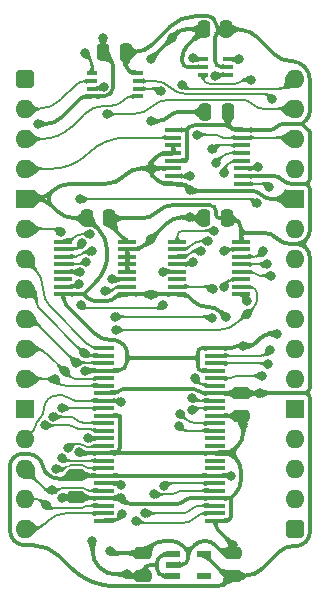
<source format=gtl>
%TF.GenerationSoftware,KiCad,Pcbnew,8.0.7*%
%TF.CreationDate,2025-01-16T10:44:44+02:00*%
%TF.ProjectId,Video Pixel Advance,56696465-6f20-4506-9978-656c20416476,V0*%
%TF.SameCoordinates,Original*%
%TF.FileFunction,Copper,L1,Top*%
%TF.FilePolarity,Positive*%
%FSLAX46Y46*%
G04 Gerber Fmt 4.6, Leading zero omitted, Abs format (unit mm)*
G04 Created by KiCad (PCBNEW 8.0.7) date 2025-01-16 10:44:44*
%MOMM*%
%LPD*%
G01*
G04 APERTURE LIST*
G04 Aperture macros list*
%AMRoundRect*
0 Rectangle with rounded corners*
0 $1 Rounding radius*
0 $2 $3 $4 $5 $6 $7 $8 $9 X,Y pos of 4 corners*
0 Add a 4 corners polygon primitive as box body*
4,1,4,$2,$3,$4,$5,$6,$7,$8,$9,$2,$3,0*
0 Add four circle primitives for the rounded corners*
1,1,$1+$1,$2,$3*
1,1,$1+$1,$4,$5*
1,1,$1+$1,$6,$7*
1,1,$1+$1,$8,$9*
0 Add four rect primitives between the rounded corners*
20,1,$1+$1,$2,$3,$4,$5,0*
20,1,$1+$1,$4,$5,$6,$7,0*
20,1,$1+$1,$6,$7,$8,$9,0*
20,1,$1+$1,$8,$9,$2,$3,0*%
G04 Aperture macros list end*
%TA.AperFunction,SMDPad,CuDef*%
%ADD10RoundRect,0.250000X0.475000X-0.250000X0.475000X0.250000X-0.475000X0.250000X-0.475000X-0.250000X0*%
%TD*%
%TA.AperFunction,ComponentPad*%
%ADD11O,1.600000X1.600000*%
%TD*%
%TA.AperFunction,ComponentPad*%
%ADD12R,1.600000X1.600000*%
%TD*%
%TA.AperFunction,ComponentPad*%
%ADD13RoundRect,0.400000X-0.400000X-0.400000X0.400000X-0.400000X0.400000X0.400000X-0.400000X0.400000X0*%
%TD*%
%TA.AperFunction,SMDPad,CuDef*%
%ADD14RoundRect,0.250000X0.250000X0.475000X-0.250000X0.475000X-0.250000X-0.475000X0.250000X-0.475000X0*%
%TD*%
%TA.AperFunction,SMDPad,CuDef*%
%ADD15R,0.950000X0.450000*%
%TD*%
%TA.AperFunction,SMDPad,CuDef*%
%ADD16R,1.450000X0.450000*%
%TD*%
%TA.AperFunction,SMDPad,CuDef*%
%ADD17R,1.525000X0.430000*%
%TD*%
%TA.AperFunction,SMDPad,CuDef*%
%ADD18RoundRect,0.250000X-0.475000X0.250000X-0.475000X-0.250000X0.475000X-0.250000X0.475000X0.250000X0*%
%TD*%
%TA.AperFunction,SMDPad,CuDef*%
%ADD19R,1.150000X0.600000*%
%TD*%
%TA.AperFunction,SMDPad,CuDef*%
%ADD20R,1.800000X0.430000*%
%TD*%
%TA.AperFunction,SMDPad,CuDef*%
%ADD21R,0.875000X0.450000*%
%TD*%
%TA.AperFunction,ViaPad*%
%ADD22C,0.800000*%
%TD*%
%TA.AperFunction,Conductor*%
%ADD23C,0.380000*%
%TD*%
%TA.AperFunction,Conductor*%
%ADD24C,0.200000*%
%TD*%
%TA.AperFunction,Conductor*%
%ADD25C,0.250000*%
%TD*%
G04 APERTURE END LIST*
D10*
%TO.P,C9,2*%
%TO.N,/GND*%
X17653000Y-40182000D03*
%TO.P,C9,1*%
%TO.N,/3.3V*%
X17653000Y-42082000D03*
%TD*%
D11*
%TO.P,J1,32,Pin_32*%
%TO.N,/CEP*%
X22860000Y0D03*
%TO.P,J1,31,Pin_31*%
%TO.N,/Selected Pattern*%
X22860000Y-2540000D03*
%TO.P,J1,30,Pin_30*%
%TO.N,/TC*%
X22860000Y-5080000D03*
%TO.P,J1,29,Pin_29*%
%TO.N,unconnected-(J1-Pin_29-Pad29)*%
X22860000Y-7620000D03*
D12*
%TO.P,J1,28,Pin_28*%
%TO.N,/GND*%
X22860000Y-10160000D03*
D11*
%TO.P,J1,27,Pin_27*%
%TO.N,unconnected-(J1-Pin_27-Pad27)*%
X22860000Y-12700000D03*
%TO.P,J1,26,Pin_26*%
%TO.N,unconnected-(J1-Pin_26-Pad26)*%
X22860000Y-15240000D03*
%TO.P,J1,25,Pin_25*%
%TO.N,unconnected-(J1-Pin_25-Pad25)*%
X22860000Y-17780000D03*
%TO.P,J1,24,Pin_24*%
%TO.N,unconnected-(J1-Pin_24-Pad24)*%
X22860000Y-20320000D03*
%TO.P,J1,23,Pin_23*%
%TO.N,unconnected-(J1-Pin_23-Pad23)*%
X22860000Y-22860000D03*
%TO.P,J1,22,Pin_22*%
%TO.N,unconnected-(J1-Pin_22-Pad22)*%
X22860000Y-25400000D03*
D12*
%TO.P,J1,21,Pin_21*%
%TO.N,/GND*%
X22860000Y-27940000D03*
D11*
%TO.P,J1,20,Pin_20*%
%TO.N,unconnected-(J1-Pin_20-Pad20)*%
X22860000Y-30480000D03*
%TO.P,J1,19,Pin_19*%
%TO.N,unconnected-(J1-Pin_19-Pad19)*%
X22860000Y-33020000D03*
%TO.P,J1,18,Pin_18*%
%TO.N,unconnected-(J1-Pin_18-Pad18)*%
X22860000Y-35560000D03*
D13*
%TO.P,J1,17,Pin_17*%
%TO.N,/5V*%
X22860000Y-38100000D03*
D11*
%TO.P,J1,16,Pin_16*%
%TO.N,/D0*%
X0Y-38100000D03*
%TO.P,J1,15,Pin_15*%
%TO.N,/D1*%
X0Y-35560000D03*
%TO.P,J1,14,Pin_14*%
%TO.N,/D2*%
X0Y-33020000D03*
%TO.P,J1,13,Pin_13*%
%TO.N,/D3*%
X0Y-30480000D03*
D12*
%TO.P,J1,12,Pin_12*%
%TO.N,/GND*%
X0Y-27940000D03*
D11*
%TO.P,J1,11,Pin_11*%
%TO.N,/D4*%
X0Y-25400000D03*
%TO.P,J1,10,Pin_10*%
%TO.N,/D5*%
X0Y-22860000D03*
%TO.P,J1,9,Pin_9*%
%TO.N,/D6*%
X0Y-20320000D03*
%TO.P,J1,8,Pin_8*%
%TO.N,/D7*%
X0Y-17780000D03*
%TO.P,J1,7,Pin_7*%
%TO.N,/Write Pattern High*%
X0Y-15240000D03*
%TO.P,J1,6,Pin_6*%
%TO.N,/Write Pattern Low*%
X0Y-12700000D03*
D12*
%TO.P,J1,5,Pin_5*%
%TO.N,/GND*%
X0Y-10160000D03*
D11*
%TO.P,J1,4,Pin_4*%
%TO.N,/CLK*%
X0Y-7620000D03*
%TO.P,J1,3,Pin_3*%
%TO.N,/Enable Pattern*%
X0Y-5080000D03*
%TO.P,J1,2,Pin_2*%
%TO.N,/~{Reset}*%
X0Y-2540000D03*
D13*
%TO.P,J1,1,Pin_1*%
%TO.N,/5V*%
X0Y0D03*
%TD*%
D14*
%TO.P,C3,2*%
%TO.N,/GND*%
X6654000Y2286000D03*
%TO.P,C3,1*%
%TO.N,/3.3V*%
X8554000Y2286000D03*
%TD*%
%TO.P,C4,2*%
%TO.N,/GND*%
X15188400Y-11785600D03*
%TO.P,C4,1*%
%TO.N,/3.3V*%
X17088400Y-11785600D03*
%TD*%
%TO.P,C6,2*%
%TO.N,/GND*%
X15290000Y-2794000D03*
%TO.P,C6,1*%
%TO.N,/3.3V*%
X17190000Y-2794000D03*
%TD*%
%TO.P,C5,2*%
%TO.N,/GND*%
X5257000Y-11811000D03*
%TO.P,C5,1*%
%TO.N,/3.3V*%
X7157000Y-11811000D03*
%TD*%
D15*
%TO.P,IC3,8,3V*%
%TO.N,/3.3V*%
X9595000Y467000D03*
%TO.P,IC3,7,1Y*%
%TO.N,/~{PE}*%
X9595000Y-183000D03*
%TO.P,IC3,6,2B*%
%TO.N,/Y*%
X9595000Y-833000D03*
%TO.P,IC3,5,2A*%
%TO.N,/Enable Pattern*%
X9595000Y-1483000D03*
%TO.P,IC3,4,GND*%
%TO.N,/GND*%
X5645000Y-1483000D03*
%TO.P,IC3,3,2Y*%
%TO.N,/Selected Pattern*%
X5645000Y-833000D03*
%TO.P,IC3,2,1B*%
%TO.N,/~{Reset}*%
X5645000Y-183000D03*
%TO.P,IC3,1,1A*%
%TO.N,/~{TC}*%
X5645000Y467000D03*
%TD*%
D16*
%TO.P,IC6,16,3V*%
%TO.N,/3.3V*%
X18419000Y-4329000D03*
%TO.P,IC6,15,TC*%
%TO.N,/TC*%
X18419000Y-4979000D03*
%TO.P,IC6,14,Q0*%
%TO.N,/Q0*%
X18419000Y-5629000D03*
%TO.P,IC6,13,Q1*%
%TO.N,/Q1*%
X18419000Y-6279000D03*
%TO.P,IC6,12,Q2*%
%TO.N,/Q2*%
X18419000Y-6929000D03*
%TO.P,IC6,11,Q3*%
%TO.N,/Q3*%
X18419000Y-7579000D03*
%TO.P,IC6,10,CET*%
%TO.N,/3.3V*%
X18419000Y-8229000D03*
%TO.P,IC6,9,~{PE}*%
%TO.N,/~{PE}*%
X18419000Y-8879000D03*
%TO.P,IC6,8,GND*%
%TO.N,/GND*%
X12569000Y-8879000D03*
%TO.P,IC6,7,CEP*%
%TO.N,/CEP*%
X12569000Y-8229000D03*
%TO.P,IC6,6,D3*%
%TO.N,/GND*%
X12569000Y-7579000D03*
%TO.P,IC6,5,D2*%
%TO.N,/3.3V*%
X12569000Y-6929000D03*
%TO.P,IC6,4,D1*%
%TO.N,/GND*%
X12569000Y-6279000D03*
%TO.P,IC6,3,D0*%
X12569000Y-5629000D03*
%TO.P,IC6,2,CP*%
%TO.N,/CLK*%
X12569000Y-4979000D03*
%TO.P,IC6,1,~{MR}*%
%TO.N,/3.3V*%
X12569000Y-4329000D03*
%TD*%
D17*
%TO.P,IC1,16,3V*%
%TO.N,/3.3V*%
X8681000Y-13780000D03*
%TO.P,IC1,15,I4*%
%TO.N,/GND*%
X8681000Y-14414000D03*
%TO.P,IC1,14,I5*%
X8681000Y-15050000D03*
%TO.P,IC1,13,I6*%
X8681000Y-15684000D03*
%TO.P,IC1,12,I7*%
X8681000Y-16320000D03*
%TO.P,IC1,11,S0*%
%TO.N,/Q0*%
X8681000Y-16954000D03*
%TO.P,IC1,10,S1*%
%TO.N,/Q1*%
X8681000Y-17590000D03*
%TO.P,IC1,9,S2*%
%TO.N,/GND*%
X8681000Y-18224000D03*
%TO.P,IC1,8,GND*%
X3257000Y-18224000D03*
%TO.P,IC1,7,~{OE}*%
%TO.N,/Q3*%
X3257000Y-17590000D03*
%TO.P,IC1,6,NC*%
%TO.N,unconnected-(IC1-NC-Pad6)*%
X3257000Y-16954000D03*
%TO.P,IC1,5,Y*%
%TO.N,/Y*%
X3257000Y-16320000D03*
%TO.P,IC1,4,I0*%
%TO.N,/RPS11*%
X3257000Y-15684000D03*
%TO.P,IC1,3,I1*%
%TO.N,/RPS10*%
X3257000Y-15050000D03*
%TO.P,IC1,2,I2*%
%TO.N,/RPS9*%
X3257000Y-14414000D03*
%TO.P,IC1,1,I3*%
%TO.N,/RPS8*%
X3257000Y-13780000D03*
%TD*%
D18*
%TO.P,C1,2*%
%TO.N,/GND*%
X4318000Y-35428000D03*
%TO.P,C1,1*%
%TO.N,/3.3V*%
X4318000Y-33528000D03*
%TD*%
D10*
%TO.P,C8,2*%
%TO.N,/GND*%
X10033000Y-40182000D03*
%TO.P,C8,1*%
%TO.N,/5V*%
X10033000Y-42082000D03*
%TD*%
D19*
%TO.P,IC7,5,3.3VOut*%
%TO.N,/3.3V*%
X15143000Y-40198000D03*
%TO.P,IC7,4,ADJ*%
%TO.N,unconnected-(IC7-ADJ-Pad4)*%
X15143000Y-42098000D03*
%TO.P,IC7,3,EN*%
%TO.N,/5V*%
X12543000Y-42098000D03*
%TO.P,IC7,2,GND*%
%TO.N,/GND*%
X12543000Y-41148000D03*
%TO.P,IC7,1,6VIn*%
%TO.N,/5V*%
X12543000Y-40198000D03*
%TD*%
D14*
%TO.P,C2,2*%
%TO.N,/GND*%
X15163000Y4191000D03*
%TO.P,C2,1*%
%TO.N,/3.3V*%
X17063000Y4191000D03*
%TD*%
D18*
%TO.P,C7,2*%
%TO.N,/GND*%
X18288000Y-28525000D03*
%TO.P,C7,1*%
%TO.N,/3.3V*%
X18288000Y-26625000D03*
%TD*%
D17*
%TO.P,IC5,16,3V*%
%TO.N,/3.3V*%
X18333000Y-13780000D03*
%TO.P,IC5,15,I4*%
%TO.N,/RPS3*%
X18333000Y-14414000D03*
%TO.P,IC5,14,I5*%
%TO.N,/RPS2*%
X18333000Y-15050000D03*
%TO.P,IC5,13,I6*%
%TO.N,/RPS1*%
X18333000Y-15684000D03*
%TO.P,IC5,12,I7*%
%TO.N,/RPS0*%
X18333000Y-16320000D03*
%TO.P,IC5,11,S0*%
%TO.N,/Q0*%
X18333000Y-16954000D03*
%TO.P,IC5,10,S1*%
%TO.N,/Q1*%
X18333000Y-17590000D03*
%TO.P,IC5,9,S2*%
%TO.N,/Q2*%
X18333000Y-18224000D03*
%TO.P,IC5,8,GND*%
%TO.N,/GND*%
X12909000Y-18224000D03*
%TO.P,IC5,7,~{OE}*%
%TO.N,/~{Q3}*%
X12909000Y-17590000D03*
%TO.P,IC5,6,NC*%
%TO.N,unconnected-(IC5-NC-Pad6)*%
X12909000Y-16954000D03*
%TO.P,IC5,5,Y*%
%TO.N,/Y*%
X12909000Y-16320000D03*
%TO.P,IC5,4,I0*%
%TO.N,/RPS7*%
X12909000Y-15684000D03*
%TO.P,IC5,3,I1*%
%TO.N,/RPS6*%
X12909000Y-15050000D03*
%TO.P,IC5,2,I2*%
%TO.N,/RPS5*%
X12909000Y-14414000D03*
%TO.P,IC5,1,I3*%
%TO.N,/RPS4*%
X12909000Y-13780000D03*
%TD*%
D20*
%TO.P,IC2,48,1LE*%
%TO.N,/Write Pattern Low*%
X6730000Y-37401000D03*
%TO.P,IC2,47,1D0*%
%TO.N,/D0*%
X6730000Y-36767000D03*
%TO.P,IC2,46,1D1*%
%TO.N,/D1*%
X6730000Y-36131000D03*
%TO.P,IC2,45,GND*%
%TO.N,/GND*%
X6730000Y-35497000D03*
%TO.P,IC2,44,1D2*%
%TO.N,/D2*%
X6730000Y-34861000D03*
%TO.P,IC2,43,1D3*%
%TO.N,/D3*%
X6730000Y-34227000D03*
%TO.P,IC2,42,3V*%
%TO.N,/3.3V*%
X6730000Y-33591000D03*
%TO.P,IC2,41,1D4*%
%TO.N,/D4*%
X6730000Y-32957000D03*
%TO.P,IC2,40,1D5*%
%TO.N,/D5*%
X6730000Y-32321000D03*
%TO.P,IC2,39,GND*%
%TO.N,/GND*%
X6730000Y-31687000D03*
%TO.P,IC2,38,1D6*%
%TO.N,/D6*%
X6730000Y-31051000D03*
%TO.P,IC2,37,1D7*%
%TO.N,/D7*%
X6730000Y-30417000D03*
%TO.P,IC2,36,2D0*%
%TO.N,/D0*%
X6730000Y-29781000D03*
%TO.P,IC2,35,2D1*%
%TO.N,/D1*%
X6730000Y-29147000D03*
%TO.P,IC2,34,GND*%
%TO.N,/GND*%
X6730000Y-28511000D03*
%TO.P,IC2,33,2D2*%
%TO.N,/D2*%
X6730000Y-27877000D03*
%TO.P,IC2,32,2D3*%
%TO.N,/D3*%
X6730000Y-27241000D03*
%TO.P,IC2,31,3V*%
%TO.N,/3.3V*%
X6730000Y-26607000D03*
%TO.P,IC2,30,2D4*%
%TO.N,/D4*%
X6730000Y-25971000D03*
%TO.P,IC2,29,2D5*%
%TO.N,/D5*%
X6730000Y-25337000D03*
%TO.P,IC2,28,GND*%
%TO.N,/GND*%
X6730000Y-24701000D03*
%TO.P,IC2,27,2D6*%
%TO.N,/D6*%
X6730000Y-24067000D03*
%TO.P,IC2,26,2D7*%
%TO.N,/D7*%
X6730000Y-23431000D03*
%TO.P,IC2,25,2LE*%
%TO.N,/Write Pattern High*%
X6730000Y-22797000D03*
%TO.P,IC2,24,2~{OE}*%
%TO.N,/GND*%
X16130000Y-22797000D03*
%TO.P,IC2,23,2Q7*%
%TO.N,/RPS0*%
X16130000Y-23431000D03*
%TO.P,IC2,22,2Q6*%
%TO.N,/RPS1*%
X16130000Y-24067000D03*
%TO.P,IC2,21,GND*%
%TO.N,/GND*%
X16130000Y-24701000D03*
%TO.P,IC2,20,2Q5*%
%TO.N,/RPS2*%
X16130000Y-25337000D03*
%TO.P,IC2,19,2Q4*%
%TO.N,/RPS3*%
X16130000Y-25971000D03*
%TO.P,IC2,18,3V*%
%TO.N,/3.3V*%
X16130000Y-26607000D03*
%TO.P,IC2,17,2Q3*%
%TO.N,/RPS4*%
X16130000Y-27241000D03*
%TO.P,IC2,16,2Q2*%
%TO.N,/RPS5*%
X16130000Y-27877000D03*
%TO.P,IC2,15,GND*%
%TO.N,/GND*%
X16130000Y-28511000D03*
%TO.P,IC2,14,2Q1*%
%TO.N,/RPS6*%
X16130000Y-29147000D03*
%TO.P,IC2,13,2Q0*%
%TO.N,/RPS7*%
X16130000Y-29781000D03*
%TO.P,IC2,12,1Q7*%
%TO.N,unconnected-(IC2-1Q7-Pad12)*%
X16130000Y-30417000D03*
%TO.P,IC2,11,1Q6*%
%TO.N,unconnected-(IC2-1Q6-Pad11)*%
X16130000Y-31051000D03*
%TO.P,IC2,10,GND*%
%TO.N,/GND*%
X16130000Y-31687000D03*
%TO.P,IC2,9,1Q5*%
%TO.N,unconnected-(IC2-1Q5-Pad9)*%
X16130000Y-32321000D03*
%TO.P,IC2,8,1Q4*%
%TO.N,unconnected-(IC2-1Q4-Pad8)*%
X16130000Y-32957000D03*
%TO.P,IC2,7,3V*%
%TO.N,/3.3V*%
X16130000Y-33591000D03*
%TO.P,IC2,6,1Q3*%
%TO.N,/RPS8*%
X16130000Y-34227000D03*
%TO.P,IC2,5,1Q2*%
%TO.N,/RPS9*%
X16130000Y-34861000D03*
%TO.P,IC2,4,GND*%
%TO.N,/GND*%
X16130000Y-35497000D03*
%TO.P,IC2,3,1Q1*%
%TO.N,/RPS10*%
X16130000Y-36131000D03*
%TO.P,IC2,2,1Q0*%
%TO.N,/RPS11*%
X16130000Y-36767000D03*
%TO.P,IC2,1,1~{OE}*%
%TO.N,/GND*%
X16130000Y-37401000D03*
%TD*%
D21*
%TO.P,IC4,6,1Y*%
%TO.N,/~{TC}*%
X17191000Y1666000D03*
%TO.P,IC4,5,3V*%
%TO.N,/3.3V*%
X17191000Y1016000D03*
%TO.P,IC4,4,2Y*%
%TO.N,/~{Q3}*%
X17191000Y366000D03*
%TO.P,IC4,3,2A*%
%TO.N,/Q3*%
X15067000Y366000D03*
%TO.P,IC4,2,GND*%
%TO.N,/GND*%
X15067000Y1016000D03*
%TO.P,IC4,1,1A*%
%TO.N,/TC*%
X15067000Y1666000D03*
%TD*%
D22*
%TO.N,/GND*%
X17018000Y-20193000D03*
%TO.N,/Q0*%
X15875503Y-20238444D03*
%TO.N,/5V*%
X5689600Y-39166800D03*
X8686800Y-41960800D03*
%TO.N,/GND*%
X4566516Y-31627978D03*
X14020800Y-9448800D03*
X1143000Y-3810000D03*
X10668000Y-18288000D03*
X10668002Y-13569490D03*
X18491204Y-29210000D03*
X10668003Y1676771D03*
X17653000Y-39497000D03*
X18491200Y-22606000D03*
X10677813Y-7579013D03*
X7239000Y-40005000D03*
X8104466Y-35465997D03*
X21336000Y-21590000D03*
X14020800Y-11734800D03*
X5080000Y-24720402D03*
X12471215Y3479985D03*
X6604000Y3479985D03*
X3175000Y-35483800D03*
X10668000Y-3556000D03*
%TO.N,/3.3V*%
X19939000Y-26625000D03*
X17457859Y-33592074D03*
%TO.N,/Selected Pattern*%
X6943360Y-2968000D03*
X6690189Y-693000D03*
%TO.N,/Y*%
X11514247Y-1058753D03*
X11684000Y-19177000D03*
X11717959Y-16319055D03*
X4721472Y-19154532D03*
X4695051Y-16367943D03*
%TO.N,/CEP*%
X13982000Y-8229600D03*
X13309602Y-495000D03*
%TO.N,/TC*%
X14556000Y-4718169D03*
X14208483Y1771000D03*
%TO.N,/RPS8*%
X11759000Y-34431000D03*
X5553835Y-13148065D03*
%TO.N,/RPS9*%
X10922000Y-35179000D03*
X4859099Y-13939638D03*
%TO.N,/RPS10*%
X10199355Y-36786520D03*
X5658606Y-14615570D03*
%TO.N,/RPS11*%
X5188968Y-15498432D03*
X9398000Y-37465000D03*
%TO.N,/Q0*%
X15875000Y-5969000D03*
X16891000Y-17653000D03*
X7637828Y-20132766D03*
X7366000Y-16954000D03*
%TO.N,/Q1*%
X16141000Y-7112000D03*
X7702400Y-21258000D03*
X18796000Y-19939000D03*
X6790718Y-17948535D03*
%TO.N,/Q2*%
X18796000Y-18795996D03*
X16890994Y-8001000D03*
%TO.N,/Q3*%
X4590718Y-17365885D03*
X4678398Y-10180602D03*
X19647084Y-10553516D03*
X19765330Y-7439000D03*
X19151600Y-101600D03*
%TO.N,/RPS0*%
X20874518Y-16659320D03*
X20785000Y-22961264D03*
%TO.N,/RPS1*%
X20624800Y-24180800D03*
X20485603Y-15683997D03*
%TO.N,/RPS2*%
X20193000Y-14605000D03*
X20066000Y-25146000D03*
%TO.N,/RPS3*%
X16826000Y-14577483D03*
X14413620Y-25368994D03*
%TO.N,/RPS4*%
X14123813Y-27019348D03*
X16052800Y-12852400D03*
%TO.N,/RPS5*%
X15504304Y-13751054D03*
X14112707Y-28029757D03*
%TO.N,/RPS6*%
X14921000Y-14598297D03*
X13173746Y-28373788D03*
%TO.N,/RPS7*%
X14215552Y-15518000D03*
X13024492Y-29365026D03*
%TO.N,/Write Pattern Low*%
X3047994Y-12954000D03*
X8230002Y-36830000D03*
%TO.N,/D0*%
X1677176Y-29335336D03*
%TO.N,/D1*%
X2402563Y-28611884D03*
X1800000Y-36118800D03*
%TO.N,/D2*%
X2304688Y-34853393D03*
X3143223Y-27861884D03*
%TO.N,/D3*%
X8173750Y-34381000D03*
X8143968Y-27342623D03*
%TO.N,/D4*%
X2527080Y-25430147D03*
X2667000Y-33020000D03*
%TO.N,/D5*%
X3370207Y-24765000D03*
X3114215Y-32125570D03*
%TO.N,/D6*%
X4318000Y-24020402D03*
X3648441Y-31231565D03*
%TO.N,/D7*%
X5031164Y-23238000D03*
X5367213Y-30443848D03*
%TO.N,/~{TC}*%
X18161000Y1651000D03*
X5080000Y2159000D03*
%TO.N,/~{PE}*%
X20700998Y-9144000D03*
X20936537Y-1683715D03*
%TO.N,/~{Q3}*%
X15901048Y-17794422D03*
X16129000Y255000D03*
%TD*%
D23*
%TO.N,/3.3V*%
X21956988Y-3810000D02*
G75*
G03*
X21330503Y-4069503I12J-886000D01*
G01*
X-1270000Y-38196184D02*
G75*
G03*
X-888999Y-39115999I1300820J4D01*
G01*
X7977217Y-26418173D02*
G75*
G02*
X7521350Y-26607033I-455917J455873D01*
G01*
X13644301Y-4329000D02*
G75*
G03*
X13695000Y-4308000I-1J71700D01*
G01*
X13695000Y-4350000D02*
G75*
G03*
X13644301Y-4328999I-50700J-50700D01*
G01*
X13695000Y-4308000D02*
G75*
G03*
X13695000Y-4350000I21000J-21000D01*
G01*
X2867762Y-40378762D02*
G75*
G03*
X739000Y-39496999I-2128762J-2128758D01*
G01*
X21330500Y-4069500D02*
G75*
G02*
X20704011Y-4329005I-626500J626500D01*
G01*
X20170609Y-41424390D02*
G75*
G02*
X18583000Y-42082005I-1587609J1587590D01*
G01*
X17400000Y-4119000D02*
G75*
G03*
X17906984Y-4329006I507000J507000D01*
G01*
X13716000Y-6814623D02*
G75*
G02*
X13682493Y-6895493I-114400J23D01*
G01*
X24003000Y-9017000D02*
G75*
G02*
X24129998Y-9323605I-306600J-306600D01*
G01*
X24130000Y-26180294D02*
G75*
G02*
X24010002Y-26470002I-409700J-6D01*
G01*
X14390984Y-3909000D02*
G75*
G03*
X13884004Y-4119004I16J-717000D01*
G01*
X1143000Y-32131000D02*
G75*
G03*
X223184Y-31750000I-919814J-919813D01*
G01*
X13682500Y-6895500D02*
G75*
G02*
X13601623Y-6929010I-80900J80900D01*
G01*
X16129000Y1476065D02*
G75*
G03*
X16263760Y1150760I460100J35D01*
G01*
X21323300Y-13500100D02*
G75*
G03*
X20188861Y-13030216I-1134400J-1134400D01*
G01*
X22964826Y-13970000D02*
G75*
G03*
X23788721Y-13628721I-26J1165200D01*
G01*
X23788728Y-14311271D02*
G75*
G03*
X22964826Y-13969989I-823928J-823929D01*
G01*
X23788728Y-13628728D02*
G75*
G03*
X23788727Y-14311271I341272J-341272D01*
G01*
X21200635Y2040364D02*
G75*
G03*
X22447250Y1524041I1246565J1246636D01*
G01*
X14478000Y5306000D02*
G75*
G03*
X12262185Y4388165I0J-3133600D01*
G01*
X17457322Y-33591537D02*
G75*
G03*
X17456025Y-33590972I-1322J-1263D01*
G01*
X23780750Y-39211250D02*
G75*
G02*
X22937585Y-39560494I-843150J843150D01*
G01*
X8554000Y1327381D02*
G75*
G03*
X8806005Y719005I860400J19D01*
G01*
X16893015Y-3909000D02*
G75*
G03*
X17190000Y-3612015I-15J297000D01*
G01*
X17400000Y-4119000D02*
G75*
G03*
X16893015Y-3908994I-507000J-507000D01*
G01*
X17190000Y-3612015D02*
G75*
G03*
X17400004Y-4118996I717000J15D01*
G01*
X17990137Y-12021137D02*
G75*
G03*
X17421500Y-11785607I-568637J-568663D01*
G01*
X23653750Y1047750D02*
G75*
G02*
X24129992Y-102019I-1149750J-1149750D01*
G01*
X-185987Y-31750000D02*
G75*
G03*
X-952500Y-32067500I-1J-1084011D01*
G01*
X16129000Y4762500D02*
G75*
G03*
X16263705Y4437298I459900J0D01*
G01*
X8868141Y656858D02*
G75*
G03*
X9326500Y466995I458359J458342D01*
G01*
X24130000Y-12804826D02*
G75*
G02*
X23788721Y-13628721I-1165200J26D01*
G01*
X1524000Y-32788470D02*
G75*
G03*
X1719495Y-33260431I667450J0D01*
G01*
X17208000Y-42527000D02*
G75*
G02*
X16133674Y-42971990I-1074300J1074300D01*
G01*
X14661173Y-26418173D02*
G75*
G03*
X15117040Y-26606969I455827J455873D01*
G01*
X22733000Y-39560500D02*
G75*
G03*
X21540591Y-40054420I0J-1686300D01*
G01*
X16025950Y-10821550D02*
G75*
G02*
X16176910Y-11185975I-364450J-364450D01*
G01*
X21323300Y-13500100D02*
G75*
G03*
X22457738Y-13969984I1134400J1134400D01*
G01*
X16176900Y-11477125D02*
G75*
G03*
X16267258Y-11695242I308500J25D01*
G01*
X-889000Y-39116000D02*
G75*
G03*
X30815Y-39497000I919817J919820D01*
G01*
X3867207Y-41378207D02*
G75*
G03*
X7714963Y-42972004I3847763J3847757D01*
G01*
X10727806Y2853806D02*
G75*
G02*
X9357000Y2285996I-1370806J1370794D01*
G01*
X16319500Y4000500D02*
G75*
G03*
X16319500Y4381500I-190500J190500D01*
G01*
X16779407Y4191000D02*
G75*
G03*
X16319498Y4000502I-7J-650400D01*
G01*
X16319500Y4381500D02*
G75*
G03*
X16779407Y4191003I459900J459900D01*
G01*
X23696394Y-8890000D02*
G75*
G03*
X24003002Y-8763002I6J433600D01*
G01*
X24003000Y-9017000D02*
G75*
G03*
X23696394Y-8890002I-306600J-306600D01*
G01*
X24003000Y-8763000D02*
G75*
G03*
X24003000Y-9017000I127000J-127000D01*
G01*
X16319500Y4000500D02*
G75*
G03*
X16129003Y3540592I459900J-459900D01*
G01*
X21823021Y-8559500D02*
G75*
G03*
X22620918Y-8889986I797879J797900D01*
G01*
X4025000Y-33821000D02*
G75*
G02*
X3930845Y-33860019I-94200J94200D01*
G01*
X12614784Y-10670600D02*
G75*
G03*
X11238205Y-11240805I16J-1946800D01*
G01*
X24067138Y-4382138D02*
G75*
G02*
X24130007Y-4533900I-151738J-151762D01*
G01*
X16025950Y-10821550D02*
G75*
G03*
X15661524Y-10670590I-364450J-364450D01*
G01*
X1328506Y-32316506D02*
G75*
G02*
X1523999Y-32788470I-471966J-471964D01*
G01*
X19752510Y3488489D02*
G75*
G03*
X18056500Y4191005I-1696010J-1695989D01*
G01*
X1921530Y-33462470D02*
G75*
G03*
X2881252Y-33859999I959720J959720D01*
G01*
X19998748Y-26590000D02*
G75*
G03*
X19956486Y-26607486I-48J-59700D01*
G01*
X16805675Y-41860675D02*
G75*
G03*
X17340000Y-42081985I534325J534375D01*
G01*
X23788728Y-14311271D02*
G75*
G02*
X24130011Y-15135173I-823928J-823929D01*
G01*
X18097462Y-12128462D02*
G75*
G02*
X18332993Y-12697100I-568662J-568638D01*
G01*
X24130000Y-8456394D02*
G75*
G02*
X24003002Y-8763002I-433600J-6D01*
G01*
X16263750Y1150750D02*
G75*
G03*
X16589065Y1015986I325350J325350D01*
G01*
X24130000Y-2725987D02*
G75*
G02*
X23812504Y-3492504I-1084000J-13D01*
G01*
X23720294Y-26590000D02*
G75*
G03*
X24010002Y-26470002I6J409700D01*
G01*
X24010000Y-26710000D02*
G75*
G03*
X23720294Y-26590002I-289700J-289700D01*
G01*
X24010000Y-26470000D02*
G75*
G03*
X24010000Y-26710000I120000J-120000D01*
G01*
X15952499Y5129499D02*
G75*
G03*
X15526391Y5305995I-426099J-426099D01*
G01*
X11238200Y-11240800D02*
G75*
G02*
X9861615Y-11811006I-1376600J1376600D01*
G01*
X8433084Y-26229347D02*
G75*
G03*
X7977233Y-26418189I16J-644653D01*
G01*
X23406100Y-3810000D02*
G75*
G03*
X23557857Y-3747134I0J214600D01*
G01*
X23557861Y-3872861D02*
G75*
G03*
X23406100Y-3809993I-151761J-151739D01*
G01*
X23557861Y-3747138D02*
G75*
G03*
X23557860Y-3872862I62839J-62862D01*
G01*
X24130000Y-38368085D02*
G75*
G02*
X23780754Y-39211254I-1192400J-15D01*
G01*
X24010000Y-26710000D02*
G75*
G02*
X24129998Y-26999705I-289700J-289700D01*
G01*
X15994296Y5087703D02*
G75*
G02*
X16129002Y4762500I-325196J-325203D01*
G01*
X13695000Y-4350000D02*
G75*
G02*
X13716001Y-4400698I-50700J-50700D01*
G01*
X14661173Y-26418173D02*
G75*
G03*
X14205306Y-26229331I-455873J-455827D01*
G01*
X23653750Y1047750D02*
G75*
G03*
X22503980Y1523992I-1149750J-1149750D01*
G01*
X-952500Y-32067500D02*
G75*
G03*
X-1270000Y-32834012I766513J-766513D01*
G01*
X21823021Y-8559500D02*
G75*
G03*
X21025123Y-8228984I-797921J-797900D01*
G01*
X18666100Y-13030200D02*
G75*
G03*
X18333000Y-13363300I0J-333100D01*
G01*
X18333000Y-12697100D02*
G75*
G03*
X18666100Y-13030200I333100J0D01*
G01*
X16267250Y-11695250D02*
G75*
G03*
X16485374Y-11785611I218150J218150D01*
G01*
X23406100Y-3810000D02*
X23228300Y-3810000D01*
X24130000Y-4533900D02*
X24130000Y-4711700D01*
X17421500Y-11785600D02*
X16755300Y-11785600D01*
X18333000Y-13363300D02*
X18333000Y-12697100D01*
%TO.N,/GND*%
X838200Y-10160000D02*
G75*
G03*
X2269098Y-9567305I0J2023600D01*
G01*
X2269096Y-10752696D02*
G75*
G03*
X838200Y-10159999I-1430896J-1430894D01*
G01*
X2269096Y-9567303D02*
G75*
G03*
X2269095Y-10752697I592694J-592697D01*
G01*
X6159500Y-12636500D02*
G75*
G02*
X6984996Y-14629433I-1992940J-1992930D01*
G01*
X13684993Y4191000D02*
G75*
G03*
X12826721Y3835493I7J-1213800D01*
G01*
X14994686Y-22797000D02*
G75*
G03*
X14747699Y-22899316I14J-349300D01*
G01*
X10777254Y-18224000D02*
G75*
G03*
X10700034Y-18256034I46J-109200D01*
G01*
X13398500Y-39560500D02*
G75*
G03*
X12325382Y-39116007I-1073100J-1073100D01*
G01*
X5964701Y-21585701D02*
G75*
G03*
X7201500Y-22097999I1236799J1236801D01*
G01*
X6654000Y2857992D02*
G75*
G03*
X7058466Y1881547I1380900J8D01*
G01*
X17331500Y-37312500D02*
G75*
G02*
X17117842Y-37401017I-213700J213700D01*
G01*
X16517368Y-39885368D02*
G75*
G03*
X17233500Y-40181989I716132J716168D01*
G01*
X18491204Y-29907898D02*
G75*
G02*
X17997723Y-31099292I-1684904J-2D01*
G01*
X8373925Y-22545925D02*
G75*
G02*
X8654985Y-23224500I-678625J-678575D01*
G01*
X16107210Y-39475210D02*
G75*
G03*
X15240000Y-39115994I-867210J-867190D01*
G01*
X6985000Y-14839940D02*
G75*
G02*
X6010649Y-17192230I-3326640J0D01*
G01*
X10677835Y-7579000D02*
X10677835Y-7579003D01*
X10677834Y-7579006D01*
X10677834Y-7579009D01*
X10677833Y-7579012D01*
X10677832Y-7579015D01*
X10677830Y-7579018D01*
X10677829Y-7579020D01*
X10677827Y-7579022D01*
X10677825Y-7579025D01*
X6629000Y3454985D02*
G75*
G02*
X6654008Y3394629I-60400J-60385D01*
G01*
X3844425Y-8890000D02*
G75*
G03*
X2311398Y-9524998I-5J-2168020D01*
G01*
X8366467Y-35727998D02*
G75*
G03*
X8998995Y-35990012I632533J632498D01*
G01*
X8004500Y-28526500D02*
G75*
G02*
X8019992Y-28563920I-37400J-37400D01*
G01*
X13479500Y1125500D02*
G75*
G03*
X13828353Y980952I348900J348800D01*
G01*
X8309500Y-18224000D02*
G75*
G03*
X7675305Y-18486686I0J-896900D01*
G01*
X2645183Y-11128783D02*
G75*
G03*
X4292200Y-11810998I1647017J1647023D01*
G01*
X7259500Y-1249500D02*
G75*
G02*
X6695781Y-1482992I-563700J563700D01*
G01*
X13261746Y-11734800D02*
G75*
G03*
X11965940Y-12271513I-46J-1832500D01*
G01*
X3033913Y-3316085D02*
G75*
G02*
X1841500Y-3809998I-1192413J1192415D01*
G01*
X16789160Y-31687000D02*
G75*
G03*
X17849012Y-31248012I40J1498800D01*
G01*
X17849000Y-32126000D02*
G75*
G03*
X16789160Y-31687016I-1059800J-1059800D01*
G01*
X17849000Y-31248000D02*
G75*
G03*
X17849000Y-32126000I439000J-439000D01*
G01*
X17979057Y-22606000D02*
G75*
G03*
X17748533Y-22701533I43J-326000D01*
G01*
X14747691Y-22899308D02*
G75*
G03*
X14645389Y-23146303I247009J-246992D01*
G01*
X13735900Y-9163900D02*
G75*
G03*
X13048090Y-8879004I-687800J-687800D01*
G01*
X8655000Y-23943044D02*
G75*
G02*
X8432999Y-24478999I-757960J4D01*
G01*
X13469500Y-35743500D02*
G75*
G02*
X12874396Y-35989998I-595100J595100D01*
G01*
X12016500Y-6279000D02*
G75*
G03*
X11073334Y-6669687I0J-1333800D01*
G01*
X13914690Y-18486690D02*
G75*
G03*
X13280500Y-18224006I-634190J-634210D01*
G01*
X4934439Y-18224000D02*
G75*
G03*
X5010287Y-18192558I-39J107300D01*
G01*
X5010304Y-18255424D02*
G75*
G03*
X4934439Y-18223975I-75904J-75876D01*
G01*
X5010304Y-18192575D02*
G75*
G03*
X5010303Y-18255425I31396J-31425D01*
G01*
X20037800Y-9827000D02*
G75*
G03*
X20841733Y-10159986I803900J803900D01*
G01*
X3257000Y-18551000D02*
G75*
G03*
X3488233Y-19109213I789400J0D01*
G01*
X9867900Y-7579013D02*
G75*
G03*
X8485295Y-8151711I0J-1955287D01*
G01*
X7493000Y-685781D02*
G75*
G02*
X7259506Y-1249506I-797200J-19D01*
G01*
X20828000Y-21590000D02*
G75*
G03*
X19960794Y-21949214I0J-1226400D01*
G01*
X11107162Y-8497162D02*
G75*
G03*
X12029000Y-8878993I921838J921862D01*
G01*
X10636000Y-18256000D02*
G75*
G03*
X10558745Y-18223952I-77300J-77200D01*
G01*
X14043400Y-9471400D02*
G75*
G03*
X14097961Y-9494016I54600J54600D01*
G01*
X17415000Y-35502000D02*
G75*
G02*
X17420012Y-35514071I-12100J-12100D01*
G01*
X14740383Y-24606000D02*
G75*
G03*
X14969733Y-24700991I229317J229300D01*
G01*
X8088964Y-35481498D02*
G75*
G02*
X8051540Y-35497035I-37464J37398D01*
G01*
X20037800Y-9827000D02*
G75*
G03*
X19233866Y-9494014I-803900J-803900D01*
G01*
X8020000Y-31264320D02*
G75*
G02*
X7896194Y-31563194I-422700J20D01*
G01*
X10677813Y-7823413D02*
G75*
G03*
X10850645Y-8240613I589987J13D01*
G01*
X10227423Y-14010068D02*
G75*
G02*
X9252246Y-14414035I-975223J975168D01*
G01*
X7896200Y-31563200D02*
G75*
G02*
X7597320Y-31687008I-298900J298900D01*
G01*
X17849000Y-32126000D02*
G75*
G02*
X18287984Y-33185839I-1059800J-1059800D01*
G01*
X16573500Y-19748500D02*
G75*
G03*
X15500382Y-19304007I-1073100J-1073100D01*
G01*
X13670500Y-40975500D02*
G75*
G02*
X13254048Y-41148020I-416500J416500D01*
G01*
X5256000Y-1483000D02*
G75*
G03*
X4591942Y-1758071I0J-939100D01*
G01*
X11852775Y-39116000D02*
G75*
G03*
X10566007Y-39649007I25J-1819800D01*
G01*
X17402928Y-35497000D02*
G75*
G03*
X17414992Y-35491992I-28J17100D01*
G01*
X17415000Y-35502000D02*
G75*
G03*
X17402928Y-35496988I-12100J-12100D01*
G01*
X17415000Y-35492000D02*
G75*
G03*
X17415000Y-35502000I5000J-5000D01*
G01*
X14046200Y-11760200D02*
G75*
G03*
X14107521Y-11785591I61300J61300D01*
G01*
X8004500Y-28526500D02*
G75*
G03*
X7967079Y-28511008I-37400J-37400D01*
G01*
X10859477Y-6883522D02*
G75*
G03*
X10677796Y-7322100I438523J-438578D01*
G01*
X17420000Y-37098842D02*
G75*
G02*
X17331488Y-37312488I-302200J42D01*
G01*
X18288000Y-28863109D02*
G75*
G03*
X18389605Y-29108395I346900J9D01*
G01*
X13843000Y-40404000D02*
G75*
G03*
X13560870Y-39722858I-963300J0D01*
G01*
X14125135Y-39722864D02*
G75*
G03*
X13843008Y-40404000I681165J-681136D01*
G01*
X13560864Y-39722864D02*
G75*
G03*
X14125135Y-39722865I282136J282137D01*
G01*
X8433000Y-24479000D02*
G75*
G02*
X7897044Y-24701018I-536000J536000D01*
G01*
X3270256Y-35428000D02*
G75*
G03*
X3202933Y-35455933I44J-95200D01*
G01*
X18288000Y-33998160D02*
G75*
G02*
X17849002Y-35058002I-1498850J0D01*
G01*
X8402493Y-8234506D02*
G75*
G02*
X6819992Y-8889992I-1582493J1582506D01*
G01*
X17216000Y-28518000D02*
G75*
G03*
X17199100Y-28511000I-16900J-16900D01*
G01*
X7327500Y-40093500D02*
G75*
G03*
X7541157Y-40182017I213700J213700D01*
G01*
X8972500Y-23622000D02*
G75*
G03*
X8655000Y-23939500I0J-317500D01*
G01*
X8655000Y-23304500D02*
G75*
G03*
X8972500Y-23622000I317500J0D01*
G01*
X14064603Y-35497000D02*
G75*
G03*
X13469499Y-35743499I-3J-841600D01*
G01*
X14238085Y-18810085D02*
G75*
G03*
X15430500Y-19304008I1192415J1192385D01*
G01*
X12192000Y-3175000D02*
G75*
G02*
X11272184Y-3555994I-919800J919800D01*
G01*
X14335191Y-23622000D02*
G75*
G03*
X14645400Y-23311808I9J310200D01*
G01*
X14645383Y-23932191D02*
G75*
G03*
X14335191Y-23622017I-310183J-9D01*
G01*
X5113121Y-24701000D02*
G75*
G03*
X5089695Y-24710695I-21J-33100D01*
G01*
X15240000Y-39116000D02*
G75*
G03*
X14372794Y-39475215I0J-1226400D01*
G01*
X13111815Y-2794000D02*
G75*
G03*
X12191995Y-3174995I-15J-1300800D01*
G01*
X7073500Y1866500D02*
G75*
G02*
X7493015Y853737I-1012800J-1012800D01*
G01*
X4596027Y-31657489D02*
G75*
G03*
X4667272Y-31687007I71273J71289D01*
G01*
X19591368Y-22318631D02*
G75*
G02*
X18897600Y-22606010I-693768J693731D01*
G01*
X13843000Y-40559048D02*
G75*
G02*
X13670486Y-40975486I-589000J48D01*
G01*
X17216000Y-28518000D02*
G75*
G03*
X17232899Y-28525000I16900J16900D01*
G01*
X13335000Y1474353D02*
G75*
G03*
X13479534Y1125534I493300J47D01*
G01*
X13721433Y2749433D02*
G75*
G03*
X13335009Y1816500I932967J-932933D01*
G01*
X7646704Y-18515296D02*
G75*
G02*
X6943453Y-18806616I-703304J703296D01*
G01*
X17748500Y-22701500D02*
G75*
G02*
X17517942Y-22797018I-230600J230600D01*
G01*
X5270176Y-18515296D02*
G75*
G03*
X5973426Y-18806560I703224J703296D01*
G01*
X14645383Y-24376649D02*
G75*
G03*
X14740365Y-24606018I324317J-51D01*
G01*
X16130000Y-37687500D02*
G75*
G03*
X16332580Y-38176592I691700J0D01*
G01*
X8290500Y-22462500D02*
G75*
G03*
X7410519Y-22097992I-880000J-880000D01*
G01*
X15398384Y-24701000D02*
X15023050Y-24701000D01*
X4934439Y-18224000D02*
X4845558Y-18224000D01*
X6034000Y-1483000D02*
X5256000Y-1483000D01*
X8655000Y-23939500D02*
X8655000Y-23304500D01*
X14645383Y-23311808D02*
X14645383Y-23932191D01*
%TO.N,/5V*%
X10985500Y-41148000D02*
G75*
G03*
X11176000Y-40957500I0J190500D01*
G01*
X11176000Y-41338500D02*
G75*
G03*
X10985500Y-41148000I-190500J0D01*
G01*
X5715000Y-39192200D02*
G75*
G02*
X5740391Y-39253521I-61300J-61300D01*
G01*
X8747400Y-42021400D02*
G75*
G03*
X8893701Y-42081999I146300J146300D01*
G01*
X10223500Y-41338500D02*
G75*
G03*
X10033003Y-41798407I459900J-459900D01*
G01*
X11310703Y-40632295D02*
G75*
G03*
X11175996Y-40957500I325197J-325205D01*
G01*
X5740400Y-40005000D02*
G75*
G03*
X6297165Y-41349185I1901000J0D01*
G01*
X10683407Y-41148000D02*
G75*
G03*
X10223498Y-41338498I-7J-650400D01*
G01*
X11176000Y-41417000D02*
G75*
G03*
X11366216Y-41876206I649400J0D01*
G01*
X6324600Y-41376600D02*
G75*
G03*
X7734983Y-41960807I1410400J1410400D01*
G01*
X12144000Y-40198000D02*
G75*
G03*
X11462859Y-40480130I0J-963300D01*
G01*
X11382000Y-41892000D02*
G75*
G03*
X11879327Y-42097988I497300J497300D01*
G01*
X11176000Y-40957500D02*
X11176000Y-41338500D01*
D24*
%TO.N,/~{Q3}*%
X15798837Y-17692211D02*
G75*
G03*
X15552077Y-17590024I-246737J-246789D01*
G01*
X16318488Y366000D02*
G75*
G03*
X16184503Y310497I12J-189500D01*
G01*
%TO.N,/~{PE}*%
X12299595Y-726500D02*
G75*
G03*
X13611720Y-1269993I1312105J1312100D01*
G01*
X12299595Y-726500D02*
G75*
G03*
X10987469Y-183014I-1312095J-1312100D01*
G01*
X20568498Y-9011500D02*
G75*
G03*
X20248614Y-8878994I-319898J-319900D01*
G01*
X20729679Y-1476857D02*
G75*
G03*
X20230281Y-1270026I-499379J-499443D01*
G01*
D25*
%TO.N,/~{TC}*%
X5362500Y1876500D02*
G75*
G02*
X5644994Y1194484I-682000J-682000D01*
G01*
X18153500Y1658500D02*
G75*
G03*
X18135393Y1665997I-18100J-18100D01*
G01*
D24*
%TO.N,/Write Pattern High*%
X1524000Y-17716500D02*
G75*
G03*
X2197521Y-19342517I2299530J0D01*
G01*
X850480Y-16090480D02*
G75*
G02*
X1524000Y-17716500I-1626027J-1626023D01*
G01*
X5270869Y-22415869D02*
G75*
G03*
X6191000Y-22796989I920131J920169D01*
G01*
%TO.N,/D7*%
X1016000Y-19035578D02*
G75*
G03*
X1185407Y-19444563I578390J-2D01*
G01*
X5127664Y-23334500D02*
G75*
G03*
X5360635Y-23430967I232936J233000D01*
G01*
X5413045Y-30417000D02*
G75*
G03*
X5380621Y-30430408I-45J-45800D01*
G01*
X4960347Y-23219502D02*
G75*
G03*
X5005004Y-23237984I44653J44702D01*
G01*
X846592Y-18626592D02*
G75*
G02*
X1016002Y-19035578I-408982J-408988D01*
G01*
%TO.N,/D6*%
X4964385Y-31035918D02*
G75*
G03*
X5224951Y-31143867I260615J260618D01*
G01*
X4166679Y-30927988D02*
G75*
G03*
X3800245Y-31079792I21J-518212D01*
G01*
X4964385Y-31035918D02*
G75*
G03*
X4703818Y-30927979I-260585J-260582D01*
G01*
%TO.N,/D5*%
X3215430Y-32226785D02*
G75*
G03*
X3459784Y-32328002I244370J244385D01*
G01*
X3709059Y-25103852D02*
G75*
G03*
X4527121Y-25442692I818041J818052D01*
G01*
X1983235Y-23378028D02*
G75*
G03*
X732603Y-22859997I-1250635J-1250632D01*
G01*
%TO.N,/D4*%
X2512006Y-25415073D02*
G75*
G03*
X2475615Y-25399999I-36406J-36427D01*
G01*
X2797506Y-25700573D02*
G75*
G03*
X3450373Y-25970995I652864J652873D01*
G01*
X5142244Y-32842500D02*
G75*
G03*
X4865816Y-32727980I-276444J-276400D01*
G01*
X3814731Y-32728000D02*
G75*
G03*
X3462235Y-32873979I-31J-498500D01*
G01*
X5142244Y-32842500D02*
G75*
G03*
X5418671Y-32957028I276456J276400D01*
G01*
X3462256Y-32874000D02*
G75*
G02*
X3109780Y-33019979I-352456J352500D01*
G01*
%TO.N,/D3*%
X1076009Y-28946552D02*
G75*
G03*
X914278Y-29337000I390441J-390448D01*
G01*
X8093156Y-27291811D02*
G75*
G03*
X7970486Y-27241015I-122656J-122689D01*
G01*
X914281Y-29337000D02*
G75*
G02*
X752553Y-29727448I-552181J0D01*
G01*
X1944965Y-27138033D02*
G75*
G03*
X1612770Y-27940000I801935J-801967D01*
G01*
X3715000Y-27019000D02*
G75*
G03*
X4250955Y-27240998I535950J535950D01*
G01*
X8096750Y-34304000D02*
G75*
G03*
X7910855Y-34227033I-185850J-185900D01*
G01*
X2762037Y-26797000D02*
G75*
G03*
X1949390Y-27133609I-7J-1149240D01*
G01*
X1612781Y-27940000D02*
G75*
G02*
X1280595Y-28741966I-1134161J5D01*
G01*
X3715000Y-27019000D02*
G75*
G03*
X3179044Y-26797002I-535950J-535950D01*
G01*
%TO.N,/D2*%
X2935303Y-34740696D02*
G75*
G02*
X2663230Y-34853407I-272103J272096D01*
G01*
X1666765Y-34686765D02*
G75*
G03*
X2069040Y-34853390I402275J402285D01*
G01*
X5137317Y-34744500D02*
G75*
G03*
X5418572Y-34861006I281283J281300D01*
G01*
X3150781Y-27869442D02*
G75*
G03*
X3169027Y-27876982I18219J18242D01*
G01*
X5137317Y-34744500D02*
G75*
G03*
X4856061Y-34628040I-281217J-281300D01*
G01*
X3207376Y-34628000D02*
G75*
G03*
X2935309Y-34740702I24J-384800D01*
G01*
%TO.N,/D1*%
X4347955Y-28858955D02*
G75*
G03*
X3751472Y-28611892I-596455J-596445D01*
G01*
X5279743Y-36131000D02*
G75*
G03*
X5003301Y-36245483I-43J-390900D01*
G01*
X4347955Y-28858955D02*
G75*
G03*
X4944437Y-29106008I596445J596455D01*
G01*
X1920599Y-36239399D02*
G75*
G03*
X2211752Y-36359998I291151J291149D01*
G01*
X5003317Y-36245499D02*
G75*
G02*
X4726891Y-36360000I-276417J276399D01*
G01*
X1520600Y-35839400D02*
G75*
G03*
X846068Y-35560001I-674530J-674530D01*
G01*
%TO.N,/D0*%
X4173168Y-29480168D02*
G75*
G03*
X4522823Y-29624980I349632J349668D01*
G01*
X4173168Y-29480168D02*
G75*
G03*
X3823512Y-29335320I-349668J-349632D01*
G01*
X1719012Y-37650987D02*
G75*
G02*
X635000Y-38099998I-1084012J1084017D01*
G01*
X3545573Y-36767000D02*
G75*
G03*
X1936501Y-37433501I-3J-2275560D01*
G01*
X5681461Y-29703000D02*
G75*
G03*
X5869769Y-29781024I188339J188300D01*
G01*
X5681461Y-29703000D02*
G75*
G03*
X5493152Y-29625031I-188261J-188300D01*
G01*
%TO.N,/Write Pattern Low*%
X7819664Y-37240337D02*
G75*
G02*
X7431790Y-37401003I-387864J387837D01*
G01*
X2920994Y-12827000D02*
G75*
G03*
X2614388Y-12700006I-306594J-306600D01*
G01*
%TO.N,/RPS7*%
X14132552Y-15601000D02*
G75*
G02*
X13932172Y-15683974I-200352J200400D01*
G01*
X13232479Y-29573013D02*
G75*
G03*
X13734604Y-29781001I502121J502113D01*
G01*
%TO.N,/RPS6*%
X13560352Y-28760394D02*
G75*
G03*
X14493701Y-29146986I933348J933394D01*
G01*
X13807826Y-14935774D02*
G75*
G02*
X13532063Y-15049969I-275726J275774D01*
G01*
X14313666Y-14598297D02*
G75*
G03*
X14044196Y-14709943I34J-381103D01*
G01*
X13936261Y-14817838D02*
G75*
G02*
X13927301Y-14821557I-8961J8938D01*
G01*
X13927301Y-14821550D02*
G75*
G03*
X13918345Y-14825266I-1J-12650D01*
G01*
%TO.N,/RPS5*%
X14080384Y-14108029D02*
G75*
G02*
X13341707Y-14413989I-738684J738729D01*
G01*
X14906133Y-13751054D02*
G75*
G03*
X14105865Y-14082505I-33J-1131746D01*
G01*
X14373479Y-27877000D02*
G75*
G03*
X14189090Y-27953383I21J-260800D01*
G01*
%TO.N,/RPS4*%
X13376064Y-12852400D02*
G75*
G03*
X13045810Y-12989210I36J-467100D01*
G01*
X14234639Y-27130174D02*
G75*
G03*
X14502196Y-27240998I267561J267574D01*
G01*
X13045800Y-12989200D02*
G75*
G03*
X12908985Y-13319464I330300J-330300D01*
G01*
%TO.N,/RPS3*%
X14714623Y-25669997D02*
G75*
G03*
X15441308Y-25970991I726677J726697D01*
G01*
X17105082Y-14414000D02*
G75*
G03*
X16907746Y-14495746I18J-279100D01*
G01*
%TO.N,/RPS2*%
X17915057Y-25146000D02*
G75*
G03*
X17684533Y-25241533I43J-326000D01*
G01*
X19970500Y-14827500D02*
G75*
G02*
X19433337Y-15050016I-537200J537200D01*
G01*
X17684500Y-25241500D02*
G75*
G02*
X17453942Y-25337018I-230600J230600D01*
G01*
%TO.N,/RPS1*%
X20567900Y-24123900D02*
G75*
G03*
X20430531Y-24066987I-137400J-137400D01*
G01*
%TO.N,/RPS0*%
X19465160Y-16489660D02*
G75*
G03*
X19874755Y-16659362I409640J409560D01*
G01*
X20550132Y-23196132D02*
G75*
G02*
X19983110Y-23431004I-567032J567032D01*
G01*
X19465160Y-16489660D02*
G75*
G03*
X19055564Y-16320038I-409560J-409640D01*
G01*
%TO.N,/Q3*%
X19460625Y-10367057D02*
G75*
G03*
X19010473Y-10180614I-450125J-450143D01*
G01*
X15077200Y137400D02*
G75*
G03*
X15238842Y-252846I551900J0D01*
G01*
X19695330Y-7509000D02*
G75*
G02*
X19526335Y-7579023I-169030J169000D01*
G01*
X4478660Y-17477942D02*
G75*
G02*
X4208129Y-17590017I-270560J270542D01*
G01*
X15254100Y-268100D02*
G75*
G03*
X15681174Y-445011I427100J427100D01*
G01*
X18205700Y-273300D02*
G75*
G02*
X17791179Y-444992I-414500J414500D01*
G01*
X18620220Y-101600D02*
G75*
G03*
X18205694Y-273294I-20J-586200D01*
G01*
%TO.N,/Q2*%
X18757464Y-18648464D02*
G75*
G02*
X18795993Y-18741498I-93064J-93036D01*
G01*
X17920389Y-6929000D02*
G75*
G03*
X17192501Y-7230507I11J-1029400D01*
G01*
X17056808Y-7366191D02*
G75*
G03*
X16890990Y-7766503I400292J-400309D01*
G01*
%TO.N,/Q1*%
X7972022Y-17590000D02*
G75*
G03*
X7539233Y-17769268I-22J-612000D01*
G01*
X7539232Y-17769267D02*
G75*
G02*
X7106442Y-17948571I-432832J432767D01*
G01*
X18027734Y-20598499D02*
G75*
G02*
X16435561Y-21257963I-1592134J1592199D01*
G01*
X19490250Y-17784750D02*
G75*
G02*
X19684993Y-18254918I-470150J-470150D01*
G01*
X18741617Y-19939000D02*
G75*
G03*
X18648770Y-19977444I-17J-131300D01*
G01*
X19685000Y-18514750D02*
G75*
G02*
X19306522Y-19428479I-1292210J0D01*
G01*
X17596137Y-6259600D02*
G75*
G03*
X16567189Y-6685789I-37J-1455100D01*
G01*
X19490250Y-17784750D02*
G75*
G03*
X19020081Y-17590007I-470150J-470150D01*
G01*
%TO.N,/Q0*%
X15820278Y-20183219D02*
G75*
G03*
X15686953Y-20128014I-133278J-133281D01*
G01*
X16455416Y-5629000D02*
G75*
G03*
X16044995Y-5798995I-16J-580400D01*
G01*
X16968604Y-17355895D02*
G75*
G03*
X16891046Y-17543250I187396J-187305D01*
G01*
X17709557Y-16954000D02*
G75*
G03*
X17130783Y-17193783I43J-818500D01*
G01*
X7645974Y-20127994D02*
G75*
G03*
X7640235Y-20130401I26J-8106D01*
G01*
%TO.N,/~{Reset}*%
X3094222Y-1731776D02*
G75*
G02*
X1143000Y-2539997I-1951222J1951226D01*
G01*
X5144000Y-183000D02*
G75*
G03*
X4288744Y-537265I0J-1209500D01*
G01*
%TO.N,/RPS11*%
X15366952Y-36767000D02*
G75*
G03*
X14371220Y-37179484I48J-1408200D01*
G01*
X14371193Y-37179457D02*
G75*
G02*
X13375433Y-37591939I-995793J995757D01*
G01*
X5104212Y-15583187D02*
G75*
G02*
X4899594Y-15667947I-204612J204587D01*
G01*
X9461457Y-37528457D02*
G75*
G03*
X9614655Y-37591958I153243J153157D01*
G01*
%TO.N,/RPS10*%
X14878522Y-36131000D02*
G75*
G03*
X14087238Y-36458758I-22J-1119000D01*
G01*
X4823865Y-14832785D02*
G75*
G02*
X4299461Y-15049998I-524405J524415D01*
G01*
X5348268Y-14615570D02*
G75*
G03*
X4823878Y-14832798I32J-741630D01*
G01*
X14087240Y-36458760D02*
G75*
G02*
X13295957Y-36786496I-791240J791260D01*
G01*
%TO.N,/RPS9*%
X13231509Y-34861000D02*
G75*
G03*
X12847657Y-35020007I-9J-542800D01*
G01*
X12847650Y-35020000D02*
G75*
G02*
X12463790Y-35178981I-383850J383900D01*
G01*
X4621918Y-14176819D02*
G75*
G02*
X4049312Y-14414005I-572618J572619D01*
G01*
%TO.N,/RPS8*%
X4883280Y-13148065D02*
G75*
G03*
X4120487Y-13464052I20J-1078735D01*
G01*
X12107249Y-34227000D02*
G75*
G03*
X11860985Y-34328985I-49J-348200D01*
G01*
%TO.N,/TC*%
X14260983Y1718500D02*
G75*
G03*
X14387729Y1666007I126717J126700D01*
G01*
X16450245Y-4848584D02*
G75*
G03*
X16135394Y-4718162I-314845J-314816D01*
G01*
X16450245Y-4848584D02*
G75*
G03*
X16765096Y-4978993I314855J314884D01*
G01*
%TO.N,/CLK*%
X5384500Y-6299500D02*
G75*
G02*
X2196530Y-7620000I-3187970J3187970D01*
G01*
X8572469Y-4979000D02*
G75*
G03*
X5384497Y-6299497I-9J-4508460D01*
G01*
%TO.N,/CEP*%
X22437500Y-422499D02*
G75*
G02*
X21417494Y-844997I-1020000J1019999D01*
G01*
X13484602Y-670000D02*
G75*
G03*
X13907089Y-845004I422498J422500D01*
G01*
X13981700Y-8229300D02*
G75*
G03*
X13980975Y-8229010I-700J-700D01*
G01*
%TO.N,/Y*%
X4847006Y-19280066D02*
G75*
G03*
X5150071Y-19405620I303094J303066D01*
G01*
X11569700Y-19291300D02*
G75*
G02*
X11293755Y-19405552I-275900J276000D01*
G01*
X11718431Y-16319527D02*
G75*
G03*
X11719572Y-16320024I1169J1127D01*
G01*
X11401370Y-945876D02*
G75*
G03*
X11128862Y-833031I-272470J-272524D01*
G01*
X4671079Y-16343971D02*
G75*
G03*
X4613207Y-16319982I-57879J-57829D01*
G01*
%TO.N,/Enable Pattern*%
X8284499Y-1875499D02*
G75*
G02*
X7336921Y-2268007I-947599J947599D01*
G01*
X6812500Y-2268000D02*
G75*
G03*
X4969688Y-3031331I0J-2606100D01*
G01*
X9136000Y-1483000D02*
G75*
G03*
X8352442Y-1807567I0J-1108100D01*
G01*
X3953729Y-4047270D02*
G75*
G02*
X1460500Y-5079999I-2493229J2493230D01*
G01*
%TO.N,/Selected Pattern*%
X10712500Y-2368500D02*
G75*
G02*
X9265178Y-2967991I-1447300J1447300D01*
G01*
X12159821Y-1769000D02*
G75*
G03*
X10712494Y-2368494I-21J-2046800D01*
G01*
X19299500Y-2154500D02*
G75*
G03*
X20230179Y-2540009I930700J930700D01*
G01*
X19299500Y-2154500D02*
G75*
G03*
X18368820Y-1768991I-930700J-930700D01*
G01*
X6620189Y-763000D02*
G75*
G02*
X6451194Y-832994I-168989J169000D01*
G01*
D23*
%TO.N,/GND*%
X17979057Y-22606000D02*
X18491200Y-22606000D01*
X16130000Y-22797000D02*
X17517942Y-22797000D01*
X18491200Y-22606000D02*
X18897600Y-22606000D01*
X19960789Y-21949209D02*
X19591368Y-22318631D01*
X20828000Y-21590000D02*
X21336000Y-21590000D01*
D24*
%TO.N,/RPS0*%
X20785000Y-22961264D02*
X20550132Y-23196132D01*
X19983110Y-23431000D02*
X16130000Y-23431000D01*
D23*
%TO.N,/5V*%
X11176000Y-41338500D02*
X11176000Y-41417000D01*
X11366211Y-41876211D02*
X11382000Y-41892000D01*
X11879327Y-42098000D02*
X12543000Y-42098000D01*
X12144000Y-40198000D02*
X12543000Y-40198000D01*
X11310703Y-40632295D02*
X11462864Y-40480135D01*
X10985500Y-41148000D02*
X10683407Y-41148000D01*
D24*
%TO.N,/~{Q3}*%
X15552077Y-17590000D02*
X12909000Y-17590000D01*
X15798837Y-17692211D02*
X15901048Y-17794422D01*
%TO.N,/Q0*%
X16891000Y-17543250D02*
X16891000Y-17653000D01*
X16968604Y-17355895D02*
X17130750Y-17193750D01*
D23*
%TO.N,/GND*%
X16573500Y-19748500D02*
X17018000Y-20193000D01*
X15500382Y-19304000D02*
X15430500Y-19304000D01*
X13914690Y-18486690D02*
X14238085Y-18810085D01*
D24*
%TO.N,/Q0*%
X15686953Y-20127994D02*
X7645974Y-20127994D01*
X7637828Y-20132766D02*
X7640214Y-20130380D01*
X15820278Y-20183219D02*
X15875503Y-20238444D01*
%TO.N,/Q2*%
X18796000Y-18741498D02*
X18796000Y-18795996D01*
X18757464Y-18648464D02*
X18333000Y-18224000D01*
%TO.N,/Q1*%
X19020081Y-17590000D02*
X18333000Y-17590000D01*
X19685000Y-18254918D02*
X19685000Y-18514750D01*
X18796000Y-19939000D02*
X19306521Y-19428478D01*
D23*
%TO.N,/GND*%
X16517368Y-39885368D02*
X16107210Y-39475210D01*
X12325382Y-39116000D02*
X11852775Y-39116000D01*
X13398500Y-39560500D02*
X13560864Y-39722864D01*
X10566000Y-39649000D02*
X10033000Y-40182000D01*
X14125135Y-39722864D02*
X14372789Y-39475210D01*
X13843000Y-40404000D02*
X13843000Y-40559048D01*
X13254048Y-41148000D02*
X12543000Y-41148000D01*
%TO.N,/3.3V*%
X24130000Y-38368085D02*
X24130000Y-26999705D01*
X22937585Y-39560500D02*
X22733000Y-39560500D01*
X20170609Y-41424390D02*
X21540585Y-40054414D01*
X18583000Y-42082000D02*
X17966000Y-42082000D01*
X12614784Y-10670600D02*
X15661524Y-10670600D01*
X9861615Y-11811000D02*
X7157000Y-11811000D01*
X16176900Y-11185975D02*
X16176900Y-11477125D01*
X16755300Y-11785600D02*
X16485374Y-11785600D01*
X17990137Y-12021137D02*
X18097462Y-12128462D01*
D24*
%TO.N,/RPS2*%
X20193000Y-14605000D02*
X19970500Y-14827500D01*
X19433337Y-15050000D02*
X18333000Y-15050000D01*
%TO.N,/RPS1*%
X20485600Y-15684000D02*
X20485603Y-15683997D01*
%TO.N,/RPS0*%
X19874755Y-16659320D02*
X20874518Y-16659320D01*
X19055564Y-16320000D02*
X18333000Y-16320000D01*
%TO.N,/RPS1*%
X20485600Y-15684000D02*
X18333000Y-15684000D01*
%TO.N,/Y*%
X11719572Y-16320000D02*
X12909000Y-16320000D01*
X11717959Y-16319055D02*
X11718431Y-16319527D01*
%TO.N,/RPS4*%
X12909000Y-13319464D02*
X12909000Y-13780000D01*
X16052800Y-12852400D02*
X13376064Y-12852400D01*
%TO.N,/RPS6*%
X13807826Y-14935774D02*
X13918340Y-14825261D01*
X14044176Y-14709923D02*
X13936261Y-14817838D01*
X14921000Y-14598297D02*
X14313666Y-14598297D01*
%TO.N,/RPS7*%
X14215552Y-15518000D02*
X14132552Y-15601000D01*
X13932172Y-15684000D02*
X12909000Y-15684000D01*
%TO.N,/D3*%
X2762037Y-26797000D02*
X3179044Y-26797000D01*
X1076009Y-28946552D02*
X1280595Y-28741966D01*
X4250955Y-27241000D02*
X6730000Y-27241000D01*
X752552Y-29727447D02*
X0Y-30480000D01*
X1944965Y-27138033D02*
X1949390Y-27133609D01*
%TO.N,/D0*%
X3823512Y-29335336D02*
X1677176Y-29335336D01*
X4522823Y-29625000D02*
X5493152Y-29625000D01*
X5869769Y-29781000D02*
X6730000Y-29781000D01*
%TO.N,/D2*%
X2663230Y-34853393D02*
X2304688Y-34853393D01*
X4856061Y-34628000D02*
X3207376Y-34628000D01*
%TO.N,/D6*%
X5224951Y-31143848D02*
X6637152Y-31143848D01*
X4166679Y-30927988D02*
X4703818Y-30927988D01*
X3648441Y-31231565D02*
X3800229Y-31079776D01*
%TO.N,/D5*%
X3459784Y-32328000D02*
X6723000Y-32328000D01*
X3215430Y-32226785D02*
X3114215Y-32125570D01*
%TO.N,/D4*%
X4865816Y-32728000D02*
X3814731Y-32728000D01*
X5418671Y-32957000D02*
X6730000Y-32957000D01*
X2667000Y-33020000D02*
X3109780Y-33020000D01*
%TO.N,/D1*%
X4944437Y-29106026D02*
X6689026Y-29106026D01*
%TO.N,/D2*%
X3169027Y-27877000D02*
X6730000Y-27877000D01*
X3150781Y-27869442D02*
X3143223Y-27861884D01*
%TO.N,/D1*%
X3751472Y-28611884D02*
X2402563Y-28611884D01*
D23*
%TO.N,/GND*%
X18491204Y-29210000D02*
X18389602Y-29108398D01*
X17997715Y-31099284D02*
X17849000Y-31248000D01*
X18491204Y-29907898D02*
X18491204Y-29210000D01*
X18288000Y-28765898D02*
X18288000Y-28863109D01*
%TO.N,/3.3V*%
X19998748Y-26590000D02*
X23720294Y-26590000D01*
X19939000Y-26625000D02*
X18288000Y-26625000D01*
X19939000Y-26625000D02*
X19956500Y-26607500D01*
X16130000Y-26607000D02*
X18270000Y-26607000D01*
%TO.N,/GND*%
X18047102Y-28525000D02*
X17232899Y-28525000D01*
X8655000Y-23943044D02*
X8655000Y-23939500D01*
X6730000Y-24701000D02*
X7897044Y-24701000D01*
X6010649Y-17192230D02*
X5010304Y-18192575D01*
X6985000Y-14629433D02*
X6985000Y-14839940D01*
X6159500Y-12636500D02*
X5334000Y-11811000D01*
D24*
%TO.N,/D7*%
X1185407Y-19444563D02*
X4960347Y-23219502D01*
X846592Y-18626592D02*
X0Y-17780000D01*
%TO.N,/D6*%
X4318000Y-24020402D02*
X617598Y-20320000D01*
X4318000Y-24020402D02*
X6683402Y-24020402D01*
%TO.N,/Write Pattern High*%
X850480Y-16090480D02*
X0Y-15240000D01*
X2197519Y-19342519D02*
X5270869Y-22415869D01*
D23*
%TO.N,/GND*%
X8972500Y-23622000D02*
X14335191Y-23622000D01*
X14645383Y-23932191D02*
X14645383Y-24376649D01*
X14645383Y-23146303D02*
X14645383Y-23311808D01*
X10700000Y-18256000D02*
X10668000Y-18288000D01*
X10636000Y-18256000D02*
X10668000Y-18288000D01*
X9052500Y-18224000D02*
X10558745Y-18224000D01*
X10777254Y-18224000D02*
X12537500Y-18224000D01*
%TO.N,/3.3V*%
X17431675Y-42303324D02*
X17208000Y-42527000D01*
X16133674Y-42972000D02*
X7714963Y-42972000D01*
X2867762Y-40378762D02*
X3867207Y-41378207D01*
X739000Y-39497000D02*
X30815Y-39497000D01*
X-1270000Y-38196184D02*
X-1270000Y-32834012D01*
X1719493Y-33260433D02*
X1921530Y-33462470D01*
X3930845Y-33860000D02*
X2881252Y-33860000D01*
X223184Y-31750000D02*
X-185987Y-31750000D01*
X1143000Y-32131000D02*
X1328506Y-32316506D01*
%TO.N,/GND*%
X10668003Y1676773D02*
X10668003Y1676771D01*
X12471215Y3479985D02*
X10668003Y1676773D01*
X10668000Y-3556000D02*
X11272184Y-3556000D01*
X13111815Y-2794000D02*
X15290000Y-2794000D01*
D24*
%TO.N,/Selected Pattern*%
X20230179Y-2540000D02*
X22860000Y-2540000D01*
X12159821Y-1769000D02*
X18368820Y-1769000D01*
X6943360Y-2968000D02*
X9265178Y-2968000D01*
D23*
%TO.N,/3.3V*%
X8554000Y2286000D02*
X8554000Y1327381D01*
X8805999Y718999D02*
X8868141Y656858D01*
%TO.N,/GND*%
X7493000Y-685781D02*
X7493000Y853737D01*
X7058459Y1881540D02*
X7073500Y1866500D01*
X6695781Y-1483000D02*
X6034000Y-1483000D01*
D24*
%TO.N,/Enable Pattern*%
X9136000Y-1483000D02*
X9595000Y-1483000D01*
X8284499Y-1875499D02*
X8352437Y-1807562D01*
X7336921Y-2268000D02*
X6812500Y-2268000D01*
X4969678Y-3031321D02*
X3953729Y-4047270D01*
X1460500Y-5080000D02*
X0Y-5080000D01*
D23*
%TO.N,/3.3V*%
X18056500Y4191000D02*
X17063000Y4191000D01*
X22447250Y1524000D02*
X22503980Y1524000D01*
X21200635Y2040364D02*
X19752510Y3488489D01*
X24130000Y-102019D02*
X24130000Y-2725987D01*
X23812499Y-3492499D02*
X23557861Y-3747138D01*
D24*
%TO.N,/CEP*%
X13980975Y-8229000D02*
X12569000Y-8229000D01*
X13981700Y-8229300D02*
X13982000Y-8229600D01*
%TO.N,/Q0*%
X16045000Y-5799000D02*
X15875000Y-5969000D01*
X16455416Y-5629000D02*
X18419000Y-5629000D01*
%TO.N,/Q1*%
X16567200Y-6685800D02*
X16141000Y-7112000D01*
X17596137Y-6259600D02*
X18399600Y-6259600D01*
%TO.N,/Q2*%
X16890994Y-8001000D02*
X16890994Y-7766503D01*
X17192496Y-7230502D02*
X17056808Y-7366191D01*
%TO.N,/TC*%
X18419000Y-4979000D02*
X16765096Y-4979000D01*
X14556000Y-4718169D02*
X16135394Y-4718169D01*
D23*
%TO.N,/3.3V*%
X16129000Y1476065D02*
X16129000Y3540592D01*
X16589065Y1016000D02*
X17191000Y1016000D01*
D24*
%TO.N,/~{Q3}*%
X16318488Y366000D02*
X17191000Y366000D01*
X16129000Y255000D02*
X16184500Y310500D01*
%TO.N,/Q3*%
X19151600Y-101600D02*
X18620220Y-101600D01*
X15681174Y-445000D02*
X17791179Y-445000D01*
X15238844Y-252844D02*
X15254100Y-268100D01*
X15077200Y137400D02*
X15077200Y366000D01*
D23*
%TO.N,/GND*%
X10677813Y-7322100D02*
X10677813Y-7579013D01*
X11073323Y-6669676D02*
X10859477Y-6883522D01*
X12016500Y-6279000D02*
X12569000Y-6279000D01*
X10677813Y-7823413D02*
X10677813Y-7579013D01*
X11107162Y-8497162D02*
X10850629Y-8240629D01*
X12128000Y-8879000D02*
X12029000Y-8879000D01*
X9867900Y-7579013D02*
X10677813Y-7579013D01*
X8485291Y-8151707D02*
X8402493Y-8234506D01*
X3844425Y-8890000D02*
X6819992Y-8890000D01*
X2269096Y-9567303D02*
X2311400Y-9525000D01*
X10677835Y-7579000D02*
X12569000Y-7579000D01*
%TO.N,/3.3V*%
X13695000Y-4308000D02*
X13884000Y-4119000D01*
X14390984Y-3909000D02*
X16893015Y-3909000D01*
X13644301Y-4329000D02*
X12569000Y-4329000D01*
X17190000Y-3612015D02*
X17190000Y-2794000D01*
X24067138Y-4382138D02*
X23557861Y-3872861D01*
X21956988Y-3810000D02*
X23228300Y-3810000D01*
X20704011Y-4329000D02*
X18419000Y-4329000D01*
X24130000Y-4711700D02*
X24130000Y-8456394D01*
X14478000Y5306000D02*
X15526391Y5306000D01*
X15952499Y5129499D02*
X15994296Y5087703D01*
X16263703Y4437296D02*
X16319500Y4381500D01*
%TO.N,/5V*%
X8686800Y-41960800D02*
X7734983Y-41960800D01*
X8893701Y-42082000D02*
X10033000Y-42082000D01*
X6297175Y-41349175D02*
X6324600Y-41376600D01*
X5715000Y-39192200D02*
X5689600Y-39166800D01*
X8747400Y-42021400D02*
X8686800Y-41960800D01*
X5740400Y-39253521D02*
X5740400Y-40005000D01*
%TO.N,/GND*%
X14107521Y-11785600D02*
X15188400Y-11785600D01*
X6654000Y2857992D02*
X6654000Y3394629D01*
X3033913Y-3316085D02*
X4591935Y-1758064D01*
X3175000Y-35483800D02*
X3202900Y-35455900D01*
X17415000Y-35492000D02*
X17849000Y-35058000D01*
X6943453Y-18806592D02*
X5973426Y-18806592D01*
X8051540Y-35497000D02*
X6730000Y-35497000D01*
X15398384Y-24701000D02*
X16130000Y-24701000D01*
X15163000Y4191000D02*
X13721433Y2749433D01*
X13735900Y-9163900D02*
X14020800Y-9448800D01*
X3257000Y-18551000D02*
X3257000Y-18224000D01*
X17402928Y-35497000D02*
X16130000Y-35497000D01*
X14020800Y-9448800D02*
X14043400Y-9471400D01*
X7541157Y-40182000D02*
X10033000Y-40182000D01*
X13684993Y4191000D02*
X15163000Y4191000D01*
X5964701Y-21585701D02*
X3488223Y-19109223D01*
X16130000Y-31687000D02*
X7251200Y-31687000D01*
X14994686Y-22797000D02*
X16130000Y-22797000D01*
X838200Y-10160000D02*
X0Y-10160000D01*
X6629000Y3454985D02*
X6604000Y3479985D01*
X4845558Y-18224000D02*
X3257000Y-18224000D01*
X8366467Y-35727998D02*
X8104466Y-35465997D01*
X12569000Y-6279000D02*
X12569000Y-5629000D01*
X8998995Y-35990000D02*
X12874396Y-35990000D01*
X18288000Y-33185839D02*
X18288000Y-33998160D01*
X16130000Y-35497000D02*
X14064603Y-35497000D01*
X3270256Y-35428000D02*
X4318000Y-35428000D01*
X17117842Y-37401000D02*
X16130000Y-37401000D01*
X15023050Y-24701000D02*
X14969733Y-24701000D01*
X17653000Y-39497000D02*
X17653000Y-40182000D01*
X1143000Y-3810000D02*
X1841500Y-3810000D01*
X6730000Y-35497000D02*
X4387000Y-35497000D01*
X13335000Y1474353D02*
X13335000Y1816500D01*
X17420000Y-35514071D02*
X17420000Y-37098842D01*
X4292200Y-11811000D02*
X5257000Y-11811000D01*
X7251200Y-31687000D02*
X7597320Y-31687000D01*
X8088964Y-35481498D02*
X8104466Y-35465997D01*
X6730000Y-24701000D02*
X5113121Y-24701000D01*
X2269096Y-10752696D02*
X2645183Y-11128783D01*
X14097961Y-9494000D02*
X19233866Y-9494000D01*
X20841733Y-10160000D02*
X22860000Y-10160000D01*
X11965959Y-12271532D02*
X10668002Y-13569490D01*
X5080000Y-24720402D02*
X5089701Y-24710701D01*
X8681000Y-14414000D02*
X8681000Y-15050000D01*
X8681000Y-15684000D02*
X8681000Y-16320000D01*
X4566516Y-31627978D02*
X4596027Y-31657489D01*
X8020000Y-28563920D02*
X8020000Y-31264320D01*
X7675309Y-18486690D02*
X7646704Y-18515296D01*
X14020800Y-11734800D02*
X14046200Y-11760200D01*
X14020800Y-11734800D02*
X13261746Y-11734800D01*
X7967079Y-28511000D02*
X6730000Y-28511000D01*
X5010304Y-18255424D02*
X5270176Y-18515296D01*
X7239000Y-40005000D02*
X7327500Y-40093500D01*
X17199100Y-28511000D02*
X16130000Y-28511000D01*
X17653000Y-39497000D02*
X16332586Y-38176586D01*
X8681000Y-15684000D02*
X8681000Y-15050000D01*
X12826722Y3835492D02*
X12471215Y3479985D01*
X13828353Y981000D02*
X15032000Y981000D01*
X7201500Y-22098000D02*
X7410519Y-22098000D01*
X6208800Y-31687000D02*
X4667272Y-31687000D01*
X10227423Y-14010068D02*
X10668002Y-13569490D01*
X16130000Y-37401000D02*
X16130000Y-37687500D01*
%TO.N,/3.3V*%
X21025123Y-8229000D02*
X18419000Y-8229000D01*
X8433084Y-26229347D02*
X14205306Y-26229347D01*
X24130000Y-26180294D02*
X24130000Y-15135173D01*
X16130000Y-33591000D02*
X17456025Y-33591000D01*
X22964826Y-13970000D02*
X22457738Y-13970000D01*
X23696394Y-8890000D02*
X22620918Y-8890000D01*
X18333000Y-13363300D02*
X18333000Y-13780000D01*
X20188861Y-13030200D02*
X18666100Y-13030200D01*
X16130000Y-26607000D02*
X15117040Y-26607000D01*
X6730000Y-33591000D02*
X4381000Y-33591000D01*
X16805675Y-41860675D02*
X15143000Y-40198000D01*
X7157000Y-12256000D02*
X8681000Y-13780000D01*
X24130000Y-9323605D02*
X24130000Y-12804826D01*
X17457322Y-33591537D02*
X17457859Y-33592074D01*
X7521350Y-26607000D02*
X6730000Y-26607000D01*
X16130000Y-33591000D02*
X6730000Y-33591000D01*
D24*
%TO.N,/Selected Pattern*%
X6451194Y-833000D02*
X5645000Y-833000D01*
X6620189Y-763000D02*
X6690189Y-693000D01*
%TO.N,/Y*%
X5150071Y-19405600D02*
X11293755Y-19405600D01*
X4613207Y-16320000D02*
X3257000Y-16320000D01*
X11401370Y-945876D02*
X11514247Y-1058753D01*
X11569700Y-19291300D02*
X11684000Y-19177000D01*
X11128862Y-833000D02*
X9595000Y-833000D01*
X4847006Y-19280066D02*
X4721472Y-19154532D01*
X4695051Y-16367943D02*
X4671079Y-16343971D01*
%TO.N,/CEP*%
X21417494Y-845000D02*
X13907089Y-845000D01*
X13484602Y-670000D02*
X13309602Y-495000D01*
%TO.N,/CLK*%
X8572469Y-4979000D02*
X12569000Y-4979000D01*
X2196530Y-7620000D02*
X0Y-7620000D01*
%TO.N,/TC*%
X14387729Y1666000D02*
X15067000Y1666000D01*
X18419000Y-4979000D02*
X22759000Y-4979000D01*
X14208483Y1771000D02*
X14260983Y1718500D01*
%TO.N,/RPS8*%
X4883280Y-13148065D02*
X5553835Y-13148065D01*
X12107249Y-34227000D02*
X16130000Y-34227000D01*
X11759000Y-34431000D02*
X11861000Y-34329000D01*
X4120467Y-13464032D02*
X3804500Y-13780000D01*
%TO.N,/RPS9*%
X13231509Y-34861000D02*
X16130000Y-34861000D01*
X12463790Y-35179000D02*
X10922000Y-35179000D01*
X4049312Y-14414000D02*
X3257000Y-14414000D01*
X4859099Y-13939638D02*
X4621918Y-14176819D01*
%TO.N,/RPS10*%
X14878522Y-36131000D02*
X16130000Y-36131000D01*
X13295957Y-36786520D02*
X10199355Y-36786520D01*
X4299461Y-15050000D02*
X3257000Y-15050000D01*
X5658606Y-14615570D02*
X5348268Y-14615570D01*
%TO.N,/RPS11*%
X13375433Y-37591914D02*
X9614655Y-37591914D01*
X9398000Y-37465000D02*
X9461457Y-37528457D01*
X4899594Y-15667943D02*
X3273057Y-15667943D01*
X5188968Y-15498432D02*
X5104212Y-15583187D01*
%TO.N,/~{Reset}*%
X3094222Y-1731776D02*
X4288739Y-537260D01*
X5144000Y-183000D02*
X5645000Y-183000D01*
X1143000Y-2540000D02*
X0Y-2540000D01*
%TO.N,/Q0*%
X7366000Y-16954000D02*
X8681000Y-16954000D01*
%TO.N,/Q1*%
X7972022Y-17590000D02*
X8681000Y-17590000D01*
X7106442Y-17948535D02*
X6790718Y-17948535D01*
%TO.N,/Q3*%
X4678402Y-10180598D02*
X19010473Y-10180598D01*
X4208129Y-17590000D02*
X3257000Y-17590000D01*
X4590718Y-17365885D02*
X4478660Y-17477942D01*
X19765330Y-7439000D02*
X19695330Y-7509000D01*
X19647084Y-10553516D02*
X19460625Y-10367057D01*
X4678402Y-10180598D02*
X4678398Y-10180602D01*
X19526335Y-7579000D02*
X18419000Y-7579000D01*
%TO.N,/RPS1*%
X20430531Y-24067000D02*
X16130000Y-24067000D01*
X20567900Y-24123900D02*
X20624800Y-24180800D01*
%TO.N,/RPS2*%
X17453942Y-25337000D02*
X16130000Y-25337000D01*
X17915057Y-25146000D02*
X20066000Y-25146000D01*
%TO.N,/RPS3*%
X16907741Y-14495741D02*
X16826000Y-14577483D01*
X14714623Y-25669997D02*
X14413620Y-25368994D01*
X17105082Y-14414000D02*
X18333000Y-14414000D01*
%TO.N,/RPS4*%
X14123813Y-27019348D02*
X14234639Y-27130174D01*
X14502196Y-27241000D02*
X16130000Y-27241000D01*
%TO.N,/RPS5*%
X15504304Y-13751054D02*
X14906133Y-13751054D01*
X14189085Y-27953378D02*
X14112707Y-28029757D01*
X14080384Y-14108029D02*
X14105887Y-14082527D01*
X14373479Y-27877000D02*
X16130000Y-27877000D01*
%TO.N,/RPS6*%
X13560352Y-28760394D02*
X13173746Y-28373788D01*
X14493701Y-29147000D02*
X16130000Y-29147000D01*
%TO.N,/RPS7*%
X13232479Y-29573013D02*
X13024492Y-29365026D01*
X13734604Y-29781000D02*
X16130000Y-29781000D01*
%TO.N,/Write Pattern Low*%
X8230002Y-36830000D02*
X7819664Y-37240337D01*
X2614388Y-12700000D02*
X0Y-12700000D01*
X3047994Y-12954000D02*
X2920994Y-12827000D01*
%TO.N,/D0*%
X1719012Y-37650987D02*
X1936500Y-37433500D01*
X3545573Y-36767000D02*
X6730000Y-36767000D01*
%TO.N,/D1*%
X1800000Y-36118800D02*
X1520600Y-35839400D01*
X1800000Y-36118800D02*
X1920599Y-36239399D01*
X846068Y-35560000D02*
X0Y-35560000D01*
X5279743Y-36131000D02*
X6730000Y-36131000D01*
X2211752Y-36359999D02*
X4726891Y-36359999D01*
%TO.N,/D2*%
X2069040Y-34853393D02*
X2304688Y-34853393D01*
X1666765Y-34686765D02*
X0Y-33020000D01*
X5418572Y-34861000D02*
X6730000Y-34861000D01*
%TO.N,/D3*%
X7970486Y-27241000D02*
X6730000Y-27241000D01*
X8173750Y-34381000D02*
X8096750Y-34304000D01*
X8093156Y-27291811D02*
X8143968Y-27342623D01*
X7910855Y-34227000D02*
X6730000Y-34227000D01*
%TO.N,/D4*%
X2475615Y-25400000D02*
X0Y-25400000D01*
X2527080Y-25430147D02*
X2797506Y-25700573D01*
X2527080Y-25430147D02*
X2512006Y-25415073D01*
X3450373Y-25971000D02*
X6730000Y-25971000D01*
%TO.N,/D5*%
X3709059Y-25103852D02*
X3370207Y-24765000D01*
X1983235Y-23378028D02*
X3370207Y-24765000D01*
X4527121Y-25442705D02*
X6624295Y-25442705D01*
X732603Y-22860000D02*
X0Y-22860000D01*
%TO.N,/D7*%
X5031164Y-23238000D02*
X5005004Y-23238000D01*
X5031164Y-23238000D02*
X5127664Y-23334500D01*
X5360635Y-23431000D02*
X6730000Y-23431000D01*
X5413045Y-30417000D02*
X6730000Y-30417000D01*
X5367213Y-30443848D02*
X5380637Y-30430424D01*
D25*
%TO.N,/~{TC}*%
X18161000Y1651000D02*
X18153500Y1658500D01*
X5645000Y1194484D02*
X5645000Y467000D01*
X5362500Y1876500D02*
X5080000Y2159000D01*
X18135393Y1666000D02*
X17191000Y1666000D01*
D24*
%TO.N,/~{PE}*%
X13611720Y-1270000D02*
X20230281Y-1270000D01*
X20248614Y-8879000D02*
X18419000Y-8879000D01*
X20568498Y-9011500D02*
X20700998Y-9144000D01*
X20936537Y-1683715D02*
X20729679Y-1476857D01*
X10987469Y-183000D02*
X9595000Y-183000D01*
D23*
%TO.N,/3.3V*%
X8554000Y2286000D02*
X9357000Y2286000D01*
X12262175Y4388175D02*
X10727806Y2853806D01*
X13601623Y-6929000D02*
X13149000Y-6929000D01*
X13716000Y-6814623D02*
X13716000Y-4400698D01*
%TO.N,/GND*%
X8373925Y-22545925D02*
X8290500Y-22462500D01*
X8655000Y-23224500D02*
X8655000Y-23304500D01*
D24*
%TO.N,/Q1*%
X18027734Y-20598499D02*
X18648780Y-19977454D01*
X18796000Y-19939000D02*
X18741617Y-19939000D01*
X16435561Y-21258000D02*
X7702400Y-21258000D01*
%TD*%
%TA.AperFunction,Conductor*%
%TO.N,/3.3V*%
G36*
X7729593Y-26373280D02*
G01*
X7731360Y-26375353D01*
X7928994Y-26671097D01*
X7930741Y-26679880D01*
X7925767Y-26687326D01*
X7921399Y-26689102D01*
X7877087Y-26697316D01*
X7815298Y-26710271D01*
X7753543Y-26724717D01*
X7691780Y-26740666D01*
X7632524Y-26757406D01*
X7627414Y-26757687D01*
X6738937Y-26609187D01*
X6731342Y-26604443D01*
X6729166Y-26597650D01*
X6729112Y-26403620D01*
X6732537Y-26395346D01*
X6740727Y-26391917D01*
X6928833Y-26390584D01*
X7128557Y-26387668D01*
X7181247Y-26386503D01*
X7181506Y-26386500D01*
X7649747Y-26386500D01*
X7649748Y-26386500D01*
X7708231Y-26374867D01*
X7712168Y-26372235D01*
X7718230Y-26370272D01*
X7721199Y-26370162D01*
X7729593Y-26373280D01*
G37*
%TD.AperFunction*%
%TD*%
%TA.AperFunction,Conductor*%
%TO.N,/3.3V*%
G36*
X17766294Y-4056262D02*
G01*
X17932715Y-4071346D01*
X18099135Y-4084331D01*
X18265556Y-4095215D01*
X18420282Y-4103382D01*
X18428362Y-4107240D01*
X18431348Y-4115683D01*
X18431347Y-4115695D01*
X18420333Y-4320216D01*
X18416466Y-4328293D01*
X18410611Y-4331122D01*
X17697190Y-4452394D01*
X17690982Y-4451761D01*
X17632944Y-4429153D01*
X17571906Y-4407476D01*
X17510859Y-4387896D01*
X17449815Y-4370417D01*
X17436837Y-4367147D01*
X17404841Y-4359087D01*
X17397657Y-4353743D01*
X17396355Y-4344884D01*
X17397970Y-4341247D01*
X17595957Y-4044939D01*
X17603402Y-4039965D01*
X17606886Y-4039802D01*
X17766294Y-4056262D01*
G37*
%TD.AperFunction*%
%TD*%
%TA.AperFunction,Conductor*%
%TO.N,/3.3V*%
G36*
X17595511Y-11416833D02*
G01*
X17701774Y-11547201D01*
X17701780Y-11547207D01*
X17701783Y-11547211D01*
X17815167Y-11667713D01*
X17928551Y-11769614D01*
X18041935Y-11852916D01*
X18130385Y-11903390D01*
X18142006Y-11910022D01*
X18147493Y-11917099D01*
X18146369Y-11925983D01*
X18144480Y-11928457D01*
X17888692Y-12184245D01*
X17883814Y-12187169D01*
X17846926Y-12198354D01*
X17813461Y-12208502D01*
X17813458Y-12208503D01*
X17813456Y-12208504D01*
X17813452Y-12208505D01*
X17740301Y-12243854D01*
X17740299Y-12243855D01*
X17667159Y-12292363D01*
X17667148Y-12292371D01*
X17593993Y-12354054D01*
X17593979Y-12354067D01*
X17530881Y-12418629D01*
X17522648Y-12422150D01*
X17514336Y-12418818D01*
X17512805Y-12416981D01*
X17470487Y-12354059D01*
X17093883Y-11794097D01*
X17092111Y-11785322D01*
X17096556Y-11778222D01*
X17579407Y-11414875D01*
X17588078Y-11412640D01*
X17595511Y-11416833D01*
G37*
%TD.AperFunction*%
%TD*%
%TA.AperFunction,Conductor*%
%TO.N,/3.3V*%
G36*
X9146065Y745740D02*
G01*
X9263601Y729158D01*
X9381150Y714675D01*
X9483196Y703924D01*
X9498753Y702286D01*
X9498756Y702285D01*
X9498801Y702281D01*
X9604629Y693023D01*
X9612572Y688889D01*
X9615264Y680348D01*
X9615261Y680309D01*
X9596564Y474518D01*
X9592403Y466589D01*
X9588014Y464296D01*
X9124019Y336733D01*
X9116187Y337313D01*
X9059470Y362397D01*
X8998940Y387067D01*
X8938411Y409636D01*
X8938401Y409639D01*
X8938386Y409645D01*
X8915532Y417373D01*
X8877881Y430106D01*
X8832444Y443895D01*
X8825524Y449577D01*
X8824647Y458489D01*
X8826115Y461591D01*
X8827923Y464296D01*
X9015982Y745740D01*
X9024307Y758199D01*
X9031753Y763174D01*
X9035872Y763254D01*
X9146065Y745740D01*
G37*
%TD.AperFunction*%
%TD*%
%TA.AperFunction,Conductor*%
%TO.N,/3.3V*%
G36*
X17646223Y-42081075D02*
G01*
X17654268Y-42085003D01*
X17656504Y-42088773D01*
X17830472Y-42569773D01*
X17830064Y-42578718D01*
X17823449Y-42584754D01*
X17822271Y-42585112D01*
X17723496Y-42609466D01*
X17632682Y-42631858D01*
X17632676Y-42631860D01*
X17632668Y-42631862D01*
X17430475Y-42700314D01*
X17430467Y-42700318D01*
X17228273Y-42787367D01*
X17228262Y-42787373D01*
X17026044Y-42893034D01*
X16834630Y-43010657D01*
X16825788Y-43012069D01*
X16818537Y-43006814D01*
X16818085Y-43006011D01*
X16654279Y-42684517D01*
X16653578Y-42675591D01*
X16654699Y-42673143D01*
X16706656Y-42587541D01*
X16761992Y-42477772D01*
X16817328Y-42349404D01*
X16872664Y-42202435D01*
X16925152Y-42045387D01*
X16931025Y-42038628D01*
X16936968Y-42037419D01*
X17646223Y-42081075D01*
G37*
%TD.AperFunction*%
%TD*%
%TA.AperFunction,Conductor*%
%TO.N,/3.3V*%
G36*
X16572691Y4523764D02*
G01*
X16572718Y4523746D01*
X17054583Y4197873D01*
X17059517Y4190400D01*
X17058308Y4182592D01*
X16697736Y3519445D01*
X16690773Y3513814D01*
X16681868Y3514755D01*
X16678248Y3517817D01*
X16627270Y3582867D01*
X16565309Y3649570D01*
X16503347Y3703910D01*
X16441386Y3745889D01*
X16379426Y3775506D01*
X16046747Y3913302D01*
X16040416Y3919633D01*
X16040416Y3928588D01*
X16043961Y3933283D01*
X16135279Y4005599D01*
X16135280Y4005600D01*
X16242215Y4108883D01*
X16320287Y4197873D01*
X16349140Y4230760D01*
X16353359Y4236303D01*
X16456065Y4371231D01*
X16456069Y4371238D01*
X16556454Y4520581D01*
X16563913Y4525535D01*
X16572691Y4523764D01*
G37*
%TD.AperFunction*%
%TD*%
%TA.AperFunction,Conductor*%
%TO.N,/3.3V*%
G36*
X16703634Y-41485163D02*
G01*
X16908515Y-41540324D01*
X16908529Y-41540326D01*
X16908531Y-41540327D01*
X16954206Y-41548605D01*
X17119924Y-41578643D01*
X17119929Y-41578643D01*
X17119933Y-41578644D01*
X17198949Y-41586014D01*
X17331334Y-41598362D01*
X17542743Y-41599481D01*
X17738660Y-41583281D01*
X17747187Y-41586014D01*
X17751284Y-41593977D01*
X17751095Y-41597242D01*
X17655056Y-42075980D01*
X17650069Y-42083418D01*
X17647179Y-42084813D01*
X16936428Y-42314213D01*
X16927502Y-42313493D01*
X16923093Y-42309560D01*
X16828083Y-42166771D01*
X16828068Y-42166749D01*
X16728169Y-42035211D01*
X16728167Y-42035209D01*
X16728162Y-42035202D01*
X16628243Y-41922237D01*
X16628237Y-41922231D01*
X16528333Y-41827879D01*
X16528320Y-41827868D01*
X16439098Y-41760213D01*
X16434576Y-41752484D01*
X16436844Y-41743821D01*
X16437887Y-41742624D01*
X16692323Y-41488188D01*
X16700595Y-41484762D01*
X16703634Y-41485163D01*
G37*
%TD.AperFunction*%
%TD*%
%TA.AperFunction,Conductor*%
%TO.N,/GND*%
G36*
X17179567Y-39685061D02*
G01*
X17183487Y-39687776D01*
X17546475Y-40069840D01*
X17642433Y-40170840D01*
X17645647Y-40179198D01*
X17642010Y-40187381D01*
X17638831Y-40189533D01*
X16951402Y-40505009D01*
X16942454Y-40505345D01*
X16937533Y-40501864D01*
X16828596Y-40371120D01*
X16828594Y-40371117D01*
X16713924Y-40252091D01*
X16642492Y-40189533D01*
X16599253Y-40151665D01*
X16484584Y-40069840D01*
X16484585Y-40069840D01*
X16484583Y-40069839D01*
X16383541Y-40014127D01*
X16377951Y-40007131D01*
X16378944Y-39998232D01*
X16380913Y-39995612D01*
X16634196Y-39742329D01*
X16642468Y-39738903D01*
X16644740Y-39739126D01*
X16746488Y-39759266D01*
X16854363Y-39764352D01*
X16854364Y-39764351D01*
X16854367Y-39764352D01*
X16962245Y-39753169D01*
X17070122Y-39725719D01*
X17070123Y-39725718D01*
X17070125Y-39725718D01*
X17086786Y-39718965D01*
X17170614Y-39684993D01*
X17179567Y-39685061D01*
G37*
%TD.AperFunction*%
%TD*%
%TA.AperFunction,Conductor*%
%TO.N,/GND*%
G36*
X8394292Y-35192710D02*
G01*
X8395377Y-35193967D01*
X8495574Y-35328255D01*
X8497114Y-35331043D01*
X8547489Y-35461702D01*
X8547714Y-35462341D01*
X8585562Y-35580466D01*
X8585562Y-35580467D01*
X8655433Y-35684798D01*
X8655434Y-35684799D01*
X8793752Y-35769695D01*
X8799011Y-35776944D01*
X8798441Y-35784145D01*
X8661310Y-36115191D01*
X8654978Y-36121522D01*
X8646033Y-36121526D01*
X8481988Y-36053745D01*
X8481977Y-36053741D01*
X8357774Y-36002731D01*
X8357768Y-36002728D01*
X8250468Y-35958806D01*
X8250458Y-35958796D01*
X8250456Y-35958801D01*
X8126253Y-35907794D01*
X8126254Y-35907789D01*
X8126229Y-35907784D01*
X7962188Y-35840009D01*
X7955851Y-35833683D01*
X7955835Y-35824748D01*
X8102649Y-35467788D01*
X8105209Y-35463956D01*
X8377747Y-35192671D01*
X8386027Y-35189264D01*
X8394292Y-35192710D01*
G37*
%TD.AperFunction*%
%TD*%
%TA.AperFunction,Conductor*%
%TO.N,/GND*%
G36*
X8671813Y-18222596D02*
G01*
X8679820Y-18226606D01*
X8682627Y-18233196D01*
X8700494Y-18427813D01*
X8697838Y-18436365D01*
X8690386Y-18440481D01*
X8534836Y-18461174D01*
X8402273Y-18480003D01*
X8368144Y-18484851D01*
X8337504Y-18489478D01*
X8201439Y-18510029D01*
X8034716Y-18536711D01*
X7874172Y-18563848D01*
X7865443Y-18561848D01*
X7863791Y-18560424D01*
X7617334Y-18304285D01*
X7614067Y-18295948D01*
X7617653Y-18287742D01*
X7621971Y-18285105D01*
X7667382Y-18269553D01*
X7730161Y-18246553D01*
X7792941Y-18222052D01*
X7855720Y-18196052D01*
X7915856Y-18169710D01*
X7921379Y-18168758D01*
X8671813Y-18222596D01*
G37*
%TD.AperFunction*%
%TD*%
%TA.AperFunction,Conductor*%
%TO.N,/GND*%
G36*
X17179332Y-31438905D02*
G01*
X17182600Y-31443958D01*
X17292876Y-31783369D01*
X17292174Y-31792296D01*
X17285364Y-31798111D01*
X17283188Y-31798595D01*
X17243805Y-31803474D01*
X17190363Y-31811595D01*
X17136914Y-31821218D01*
X17083441Y-31832346D01*
X17032338Y-31844414D01*
X17027632Y-31844552D01*
X16138637Y-31688986D01*
X16131079Y-31684184D01*
X16128955Y-31677574D01*
X16127094Y-31483572D01*
X16130441Y-31475268D01*
X16138553Y-31471763D01*
X16337553Y-31467690D01*
X16380537Y-31466503D01*
X16380860Y-31466500D01*
X17049747Y-31466500D01*
X17049748Y-31466500D01*
X17108231Y-31454867D01*
X17131238Y-31439493D01*
X17137155Y-31437539D01*
X17170902Y-31435887D01*
X17179332Y-31438905D01*
G37*
%TD.AperFunction*%
%TD*%
%TA.AperFunction,Conductor*%
%TO.N,/GND*%
G36*
X17032337Y-31529583D02*
G01*
X17083452Y-31541655D01*
X17136904Y-31552778D01*
X17190355Y-31562402D01*
X17243807Y-31570525D01*
X17283192Y-31575405D01*
X17290980Y-31579823D01*
X17293363Y-31588455D01*
X17292879Y-31590631D01*
X17182602Y-31930042D01*
X17176787Y-31936852D01*
X17170903Y-31938113D01*
X17140391Y-31936619D01*
X17134463Y-31934661D01*
X17108231Y-31917133D01*
X17049748Y-31905500D01*
X16298121Y-31905500D01*
X16297883Y-31905498D01*
X16295506Y-31905449D01*
X16138554Y-31902236D01*
X16130352Y-31898640D01*
X16127094Y-31890426D01*
X16128955Y-31696424D01*
X16132461Y-31688186D01*
X16138636Y-31685013D01*
X17027633Y-31529446D01*
X17032337Y-31529583D01*
G37*
%TD.AperFunction*%
%TD*%
%TA.AperFunction,Conductor*%
%TO.N,/GND*%
G36*
X13296951Y-8739094D02*
G01*
X13350549Y-8757469D01*
X13407099Y-8774756D01*
X13463648Y-8789942D01*
X13520198Y-8803029D01*
X13562690Y-8811284D01*
X13570157Y-8816225D01*
X13571943Y-8825000D01*
X13571267Y-8827246D01*
X13434636Y-9157109D01*
X13428304Y-9163441D01*
X13422732Y-9164281D01*
X13256647Y-9148670D01*
X13081950Y-9134349D01*
X12907349Y-9122135D01*
X12732736Y-9112020D01*
X12732696Y-9112018D01*
X12732676Y-9112017D01*
X12692164Y-9110157D01*
X12569685Y-9104535D01*
X12561578Y-9100732D01*
X12558534Y-9092325D01*
X12567665Y-8887828D01*
X12571457Y-8879718D01*
X12577127Y-8876865D01*
X13290936Y-8738676D01*
X13296951Y-8739094D01*
G37*
%TD.AperFunction*%
%TD*%
%TA.AperFunction,Conductor*%
%TO.N,/GND*%
G36*
X12561148Y-6276522D02*
G01*
X12568360Y-6281827D01*
X12570047Y-6287757D01*
X12572216Y-6491676D01*
X12568878Y-6499985D01*
X12560641Y-6503499D01*
X12560517Y-6503500D01*
X12482751Y-6503500D01*
X12394591Y-6503008D01*
X12394589Y-6503008D01*
X12394588Y-6503008D01*
X12315727Y-6503500D01*
X11824252Y-6503500D01*
X11765768Y-6515132D01*
X11764707Y-6515572D01*
X11764628Y-6515383D01*
X11760121Y-6516850D01*
X11692425Y-6519673D01*
X11684017Y-6516594D01*
X11680811Y-6511599D01*
X11679422Y-6507325D01*
X11570453Y-6171963D01*
X11571155Y-6163035D01*
X11577964Y-6157220D01*
X11579993Y-6156755D01*
X11621700Y-6151078D01*
X11677275Y-6141412D01*
X11708642Y-6134771D01*
X11732843Y-6129649D01*
X11751566Y-6124977D01*
X11788425Y-6115781D01*
X11841003Y-6100676D01*
X11847027Y-6100562D01*
X12561148Y-6276522D01*
G37*
%TD.AperFunction*%
%TD*%
%TA.AperFunction,Conductor*%
%TO.N,/GND*%
G36*
X13674145Y-18169710D02*
G01*
X13734280Y-18196053D01*
X13797060Y-18222054D01*
X13797084Y-18222063D01*
X13797088Y-18222065D01*
X13859825Y-18246549D01*
X13859835Y-18246552D01*
X13859841Y-18246555D01*
X13922621Y-18269556D01*
X13968030Y-18285107D01*
X13974746Y-18291030D01*
X13975308Y-18299967D01*
X13972670Y-18304288D01*
X13726209Y-18560423D01*
X13718003Y-18564009D01*
X13715828Y-18563847D01*
X13555284Y-18536710D01*
X13388560Y-18510028D01*
X13301846Y-18496931D01*
X13221856Y-18484851D01*
X13154916Y-18475343D01*
X13055163Y-18461174D01*
X12899613Y-18440481D01*
X12891864Y-18435993D01*
X12889505Y-18427813D01*
X12902060Y-18291057D01*
X12907372Y-18233195D01*
X12911541Y-18225271D01*
X12918185Y-18222596D01*
X13668618Y-18168758D01*
X13674145Y-18169710D01*
G37*
%TD.AperFunction*%
%TD*%
%TA.AperFunction,Conductor*%
%TO.N,/GND*%
G36*
X11752099Y-8635743D02*
G01*
X11758039Y-8637702D01*
X11765769Y-8642867D01*
X11824252Y-8654500D01*
X12561515Y-8654500D01*
X12569788Y-8657927D01*
X12573215Y-8666200D01*
X12573214Y-8666379D01*
X12570090Y-8870236D01*
X12566536Y-8878456D01*
X12561129Y-8881432D01*
X11847033Y-9053312D01*
X11841008Y-9053166D01*
X11788579Y-9037816D01*
X11761744Y-9030976D01*
X11733140Y-9023686D01*
X11733131Y-9023684D01*
X11733127Y-9023683D01*
X11677717Y-9011660D01*
X11622271Y-9001729D01*
X11580648Y-8995851D01*
X11572935Y-8991301D01*
X11570699Y-8982630D01*
X11571155Y-8980659D01*
X11681516Y-8640998D01*
X11687330Y-8634190D01*
X11693199Y-8632928D01*
X11752099Y-8635743D01*
G37*
%TD.AperFunction*%
%TD*%
%TA.AperFunction,Conductor*%
%TO.N,/GND*%
G36*
X11064289Y-7578989D02*
G01*
X11072556Y-7582430D01*
X11075968Y-7590710D01*
X11075843Y-7592393D01*
X11055088Y-7733395D01*
X11054425Y-7735913D01*
X11008017Y-7855838D01*
X10969945Y-7958549D01*
X10973487Y-8058824D01*
X10973487Y-8058825D01*
X11045945Y-8164716D01*
X11047789Y-8173479D01*
X11044562Y-8179596D01*
X10791710Y-8432448D01*
X10783437Y-8435875D01*
X10775164Y-8432448D01*
X10774525Y-8431754D01*
X10672127Y-8311008D01*
X10670845Y-8309163D01*
X10611026Y-8202434D01*
X10610504Y-8201384D01*
X10594541Y-8164716D01*
X10566963Y-8101367D01*
X10566958Y-8101359D01*
X10566956Y-8101353D01*
X10566954Y-8101349D01*
X10506300Y-7993134D01*
X10506299Y-7993133D01*
X10401923Y-7870054D01*
X10399185Y-7861528D01*
X10402551Y-7854236D01*
X10673668Y-7581761D01*
X10681929Y-7578314D01*
X11064289Y-7578989D01*
G37*
%TD.AperFunction*%
%TD*%
%TA.AperFunction,Conductor*%
%TO.N,/GND*%
G36*
X9593634Y-14175624D02*
G01*
X9596874Y-14180650D01*
X9707170Y-14520070D01*
X9706468Y-14528997D01*
X9699659Y-14534813D01*
X9697471Y-14535299D01*
X9657928Y-14540160D01*
X9604326Y-14548249D01*
X9550713Y-14557839D01*
X9497123Y-14568924D01*
X9446084Y-14580911D01*
X9440906Y-14580950D01*
X8689164Y-14416305D01*
X8681815Y-14411188D01*
X8679967Y-14404978D01*
X8678267Y-14210647D01*
X8681622Y-14202348D01*
X8689814Y-14198849D01*
X8861356Y-14196634D01*
X8914949Y-14195503D01*
X8915196Y-14195500D01*
X9463247Y-14195500D01*
X9463248Y-14195500D01*
X9521731Y-14183867D01*
X9532499Y-14176671D01*
X9538460Y-14174713D01*
X9585214Y-14172578D01*
X9593634Y-14175624D01*
G37*
%TD.AperFunction*%
%TD*%
%TA.AperFunction,Conductor*%
%TO.N,/GND*%
G36*
X7737190Y-31455254D02*
G01*
X7739342Y-31457960D01*
X7917376Y-31766318D01*
X7918545Y-31775196D01*
X7913094Y-31782300D01*
X7909151Y-31783712D01*
X7866637Y-31790734D01*
X7807523Y-31801996D01*
X7748324Y-31814776D01*
X7689147Y-31829051D01*
X7632490Y-31844156D01*
X7627463Y-31844377D01*
X7626197Y-31844156D01*
X7180472Y-31766318D01*
X6738858Y-31689198D01*
X6731298Y-31684399D01*
X6729171Y-31677628D01*
X6729907Y-31483593D01*
X6733365Y-31475336D01*
X6741544Y-31471940D01*
X6902661Y-31471119D01*
X6931157Y-31470974D01*
X7132258Y-31468449D01*
X7229565Y-31466502D01*
X7229799Y-31466500D01*
X7649747Y-31466500D01*
X7649748Y-31466500D01*
X7708231Y-31454867D01*
X7708668Y-31454574D01*
X7714759Y-31452607D01*
X7728803Y-31452117D01*
X7737190Y-31455254D01*
G37*
%TD.AperFunction*%
%TD*%
%TA.AperFunction,Conductor*%
%TO.N,/GND*%
G36*
X5173787Y-1293513D02*
G01*
X5369554Y-1371924D01*
X5638680Y-1479717D01*
X5645086Y-1485974D01*
X5646029Y-1490419D01*
X5648825Y-1695760D01*
X5645511Y-1704079D01*
X5637285Y-1707618D01*
X5636756Y-1707613D01*
X5523970Y-1704047D01*
X5447696Y-1702917D01*
X5398898Y-1702194D01*
X5398883Y-1702194D01*
X5398882Y-1702194D01*
X5273854Y-1702439D01*
X5148823Y-1704786D01*
X5031874Y-1708946D01*
X5023484Y-1705815D01*
X5020650Y-1701733D01*
X4884034Y-1371924D01*
X4884034Y-1362969D01*
X4890365Y-1356637D01*
X4893049Y-1355885D01*
X4917674Y-1352071D01*
X4936650Y-1349133D01*
X4936660Y-1349131D01*
X4936667Y-1349130D01*
X4995000Y-1337997D01*
X5053333Y-1324763D01*
X5111666Y-1309430D01*
X5166091Y-1293165D01*
X5173787Y-1293513D01*
G37*
%TD.AperFunction*%
%TD*%
%TA.AperFunction,Conductor*%
%TO.N,/GND*%
G36*
X10774861Y-6715987D02*
G01*
X10774997Y-6716121D01*
X11028485Y-6969609D01*
X11031912Y-6977882D01*
X11029929Y-6984399D01*
X10957694Y-7092099D01*
X10957987Y-7193803D01*
X11001325Y-7297908D01*
X11001326Y-7297908D01*
X11052339Y-7419555D01*
X11053106Y-7422258D01*
X11075685Y-7565515D01*
X11073588Y-7574221D01*
X11065950Y-7578894D01*
X11064149Y-7579037D01*
X10679457Y-7579715D01*
X10674934Y-7578814D01*
X10444006Y-7482535D01*
X10319024Y-7430427D01*
X10312707Y-7424081D01*
X10312712Y-7415163D01*
X10389549Y-7229172D01*
X10389679Y-7228874D01*
X10452972Y-7090487D01*
X10453629Y-7089253D01*
X10521640Y-6978022D01*
X10522608Y-6976666D01*
X10528447Y-6969609D01*
X10618626Y-6860625D01*
X10619196Y-6859988D01*
X10758317Y-6716256D01*
X10766533Y-6712696D01*
X10774861Y-6715987D01*
G37*
%TD.AperFunction*%
%TD*%
%TA.AperFunction,Conductor*%
%TO.N,/GND*%
G36*
X18296524Y-28530399D02*
G01*
X18907882Y-28934807D01*
X18912891Y-28942229D01*
X18911185Y-28951020D01*
X18903763Y-28956029D01*
X18902236Y-28956237D01*
X18874447Y-28958164D01*
X18874434Y-28958166D01*
X18812229Y-28972499D01*
X18812228Y-28972499D01*
X18750001Y-28996859D01*
X18687769Y-29031246D01*
X18625552Y-29075650D01*
X18365499Y-29335703D01*
X18357226Y-29339130D01*
X18348953Y-29335703D01*
X18348597Y-29335332D01*
X18268392Y-29247744D01*
X18179936Y-29167514D01*
X18091475Y-29103643D01*
X18091474Y-29103642D01*
X18091472Y-29103641D01*
X18003011Y-29056137D01*
X18003005Y-29056135D01*
X18003003Y-29056134D01*
X17929540Y-29030276D01*
X17922874Y-29024297D01*
X17922389Y-29015355D01*
X17924040Y-29012253D01*
X17965895Y-28956029D01*
X18280685Y-28533169D01*
X18288373Y-28528581D01*
X18296524Y-28530399D01*
G37*
%TD.AperFunction*%
%TD*%
%TA.AperFunction,Conductor*%
%TO.N,/GND*%
G36*
X18476993Y-28769325D02*
G01*
X18480113Y-28774934D01*
X18487210Y-28805290D01*
X18503378Y-28815714D01*
X18512286Y-28821458D01*
X18549383Y-28825384D01*
X18593581Y-28827988D01*
X18595711Y-28828314D01*
X18631122Y-28837161D01*
X18638318Y-28842491D01*
X18639637Y-28851348D01*
X18639100Y-28852979D01*
X18494200Y-29203747D01*
X18487874Y-29210085D01*
X18483357Y-29210980D01*
X18102950Y-29210029D01*
X18094685Y-29206581D01*
X18091279Y-29198300D01*
X18091279Y-29198254D01*
X18091910Y-29099855D01*
X18093596Y-29021696D01*
X18095607Y-28954200D01*
X18097293Y-28876042D01*
X18097925Y-28777522D01*
X18101405Y-28769272D01*
X18109625Y-28765898D01*
X18468720Y-28765898D01*
X18476993Y-28769325D01*
G37*
%TD.AperFunction*%
%TD*%
%TA.AperFunction,Conductor*%
%TO.N,/GND*%
G36*
X7151861Y2458250D02*
G01*
X7157835Y2451579D01*
X7157849Y2451539D01*
X7239546Y2216135D01*
X7325116Y1988174D01*
X7410664Y1778872D01*
X7496220Y1588148D01*
X7575740Y1428171D01*
X7576354Y1419237D01*
X7570471Y1412486D01*
X7568879Y1411836D01*
X7226008Y1300424D01*
X7217080Y1301126D01*
X7215578Y1302041D01*
X7095457Y1388275D01*
X6970536Y1459356D01*
X6845614Y1511838D01*
X6720693Y1545719D01*
X6606905Y1559638D01*
X6599111Y1564044D01*
X6596664Y1572182D01*
X6613154Y1778869D01*
X6653085Y2279365D01*
X6657159Y2287338D01*
X6660872Y2289472D01*
X7142920Y2458742D01*
X7151861Y2458250D01*
G37*
%TD.AperFunction*%
%TD*%
%TA.AperFunction,Conductor*%
%TO.N,/GND*%
G36*
X15232413Y-24486575D02*
G01*
X15840758Y-24631741D01*
X16083309Y-24689620D01*
X16090560Y-24694873D01*
X16091973Y-24703716D01*
X16086720Y-24710967D01*
X16083309Y-24712380D01*
X15232416Y-24915423D01*
X15227560Y-24915546D01*
X15187001Y-24908000D01*
X15143996Y-24901499D01*
X15100976Y-24896496D01*
X15058001Y-24892998D01*
X15026157Y-24891518D01*
X15018052Y-24887711D01*
X15015000Y-24879831D01*
X15015000Y-24522168D01*
X15018427Y-24513895D01*
X15026156Y-24510481D01*
X15039804Y-24509846D01*
X15058002Y-24509000D01*
X15100976Y-24505502D01*
X15100977Y-24505501D01*
X15101000Y-24505500D01*
X15143999Y-24500499D01*
X15186999Y-24493999D01*
X15227564Y-24486453D01*
X15232413Y-24486575D01*
G37*
%TD.AperFunction*%
%TD*%
%TA.AperFunction,Conductor*%
%TO.N,/5V*%
G36*
X10307169Y-41060632D02*
G01*
X10310423Y-41065089D01*
X10448491Y-41398419D01*
X10448497Y-41398430D01*
X10502832Y-41485106D01*
X10502840Y-41485117D01*
X10557169Y-41559426D01*
X10557183Y-41559443D01*
X10611502Y-41621381D01*
X10611511Y-41621390D01*
X10611515Y-41621394D01*
X10665855Y-41670993D01*
X10704433Y-41697429D01*
X10709320Y-41704932D01*
X10707470Y-41713694D01*
X10703408Y-41717359D01*
X10041407Y-42077308D01*
X10032502Y-42078249D01*
X10026126Y-42073583D01*
X9776816Y-41704932D01*
X9700744Y-41592445D01*
X9698949Y-41583673D01*
X9703883Y-41576200D01*
X9704616Y-41575743D01*
X9815560Y-41512270D01*
X9937439Y-41423940D01*
X10059318Y-41317011D01*
X10181197Y-41191481D01*
X10290681Y-41062010D01*
X10298639Y-41057907D01*
X10307169Y-41060632D01*
G37*
%TD.AperFunction*%
%TD*%
%TA.AperFunction,Conductor*%
%TO.N,/5V*%
G36*
X11973540Y-39973880D02*
G01*
X12519910Y-40188067D01*
X12526362Y-40194277D01*
X12526533Y-40203230D01*
X12521054Y-40209332D01*
X11973083Y-40495346D01*
X11964163Y-40496136D01*
X11962789Y-40495608D01*
X11947141Y-40488427D01*
X11932324Y-40481627D01*
X11932319Y-40481625D01*
X11932308Y-40481621D01*
X11896655Y-40470670D01*
X11896638Y-40470666D01*
X11860978Y-40465127D01*
X11825297Y-40465000D01*
X11796949Y-40469202D01*
X11788263Y-40467025D01*
X11785506Y-40464128D01*
X11587309Y-40167493D01*
X11585562Y-40158710D01*
X11590537Y-40151265D01*
X11593681Y-40149785D01*
X11656382Y-40131011D01*
X11656379Y-40131011D01*
X11656409Y-40131003D01*
X11734307Y-40101079D01*
X11812204Y-40064556D01*
X11890102Y-40021432D01*
X11962981Y-39974912D01*
X11971796Y-39973350D01*
X11973540Y-39973880D01*
G37*
%TD.AperFunction*%
%TD*%
%TA.AperFunction,Conductor*%
%TO.N,/~{Q3}*%
G36*
X15897191Y-17398063D02*
G01*
X15901061Y-17406138D01*
X15901078Y-17406743D01*
X15902035Y-17789546D01*
X15898629Y-17797827D01*
X15898594Y-17797863D01*
X15627336Y-18068165D01*
X15619056Y-18071577D01*
X15610789Y-18068136D01*
X15610030Y-18067296D01*
X15519362Y-17956736D01*
X15518438Y-17955439D01*
X15453686Y-17849973D01*
X15453682Y-17849966D01*
X15392925Y-17765663D01*
X15306818Y-17710057D01*
X15175650Y-17691428D01*
X15167941Y-17686872D01*
X15165595Y-17679844D01*
X15165595Y-17501082D01*
X15169022Y-17492809D01*
X15176658Y-17489399D01*
X15337855Y-17480656D01*
X15348878Y-17480059D01*
X15413374Y-17468207D01*
X15477871Y-17456356D01*
X15588400Y-17428159D01*
X15589153Y-17427994D01*
X15717037Y-17404495D01*
X15718494Y-17404322D01*
X15888744Y-17395089D01*
X15897191Y-17398063D01*
G37*
%TD.AperFunction*%
%TD*%
%TA.AperFunction,Conductor*%
%TO.N,/~{PE}*%
G36*
X20697427Y-8747500D02*
G01*
X20701024Y-8755701D01*
X20701027Y-8755914D01*
X20701985Y-9139124D01*
X20698579Y-9147405D01*
X20698544Y-9147441D01*
X20427662Y-9417368D01*
X20419382Y-9420780D01*
X20411115Y-9417339D01*
X20410066Y-9416130D01*
X20320388Y-9297359D01*
X20319124Y-9295259D01*
X20262908Y-9174855D01*
X20262894Y-9174824D01*
X20212823Y-9073722D01*
X20134354Y-9004602D01*
X20134352Y-9004601D01*
X20002033Y-8980735D01*
X19994500Y-8975894D01*
X19992410Y-8969221D01*
X19992410Y-8790459D01*
X19995837Y-8782186D01*
X20003865Y-8778762D01*
X20114790Y-8776466D01*
X20168234Y-8775361D01*
X20168247Y-8775360D01*
X20168263Y-8775360D01*
X20292913Y-8766680D01*
X20400347Y-8756334D01*
X20400616Y-8756311D01*
X20524904Y-8747656D01*
X20525410Y-8747634D01*
X20689086Y-8744246D01*
X20697427Y-8747500D01*
G37*
%TD.AperFunction*%
%TD*%
%TA.AperFunction,Conductor*%
%TO.N,/~{PE}*%
G36*
X20289191Y-1172062D02*
G01*
X20440837Y-1185365D01*
X20442585Y-1185654D01*
X20556713Y-1213638D01*
X20557561Y-1213879D01*
X20656075Y-1246089D01*
X20771524Y-1272676D01*
X20925645Y-1282986D01*
X20933671Y-1286957D01*
X20936564Y-1294631D01*
X20937516Y-1675888D01*
X20934110Y-1684169D01*
X20930283Y-1686731D01*
X20578867Y-1831879D01*
X20569912Y-1831870D01*
X20563586Y-1825532D01*
X20563217Y-1824506D01*
X20522476Y-1691687D01*
X20522194Y-1690567D01*
X20497106Y-1564513D01*
X20479809Y-1510785D01*
X20464790Y-1464129D01*
X20464788Y-1464127D01*
X20398772Y-1397193D01*
X20398773Y-1397193D01*
X20281993Y-1372904D01*
X20274591Y-1367864D01*
X20272679Y-1361201D01*
X20276479Y-1183466D01*
X20280082Y-1175270D01*
X20288426Y-1172021D01*
X20289191Y-1172062D01*
G37*
%TD.AperFunction*%
%TD*%
%TA.AperFunction,Conductor*%
%TO.N,/~{TC}*%
G36*
X5447407Y2307485D02*
G01*
X5453724Y2301137D01*
X5453833Y2300862D01*
X5516817Y2135967D01*
X5517067Y2135241D01*
X5556475Y2007498D01*
X5556590Y2007099D01*
X5586856Y1895010D01*
X5626441Y1766687D01*
X5689788Y1600841D01*
X5689539Y1591889D01*
X5683335Y1585857D01*
X5472374Y1498476D01*
X5463422Y1498476D01*
X5457756Y1503453D01*
X5410380Y1585857D01*
X5389321Y1622487D01*
X5305043Y1686714D01*
X5203947Y1716459D01*
X5080574Y1740832D01*
X5079315Y1741156D01*
X4939058Y1785603D01*
X4932207Y1791369D01*
X4931440Y1800290D01*
X4931776Y1801214D01*
X4970434Y1895010D01*
X5077760Y2155415D01*
X5084080Y2161757D01*
X5084126Y2161777D01*
X5438453Y2307508D01*
X5447407Y2307485D01*
G37*
%TD.AperFunction*%
%TD*%
%TA.AperFunction,Conductor*%
%TO.N,/Write Pattern High*%
G36*
X5888024Y-22593417D02*
G01*
X6100921Y-22600913D01*
X6313818Y-22601508D01*
X6526715Y-22595204D01*
X6726675Y-22582802D01*
X6735143Y-22585711D01*
X6739076Y-22593756D01*
X6739088Y-22594953D01*
X6731292Y-22787524D01*
X6727534Y-22795652D01*
X6721029Y-22798664D01*
X5835272Y-22907474D01*
X5826642Y-22905081D01*
X5826042Y-22904579D01*
X5780869Y-22864144D01*
X5780861Y-22864138D01*
X5731742Y-22827069D01*
X5731738Y-22827066D01*
X5731732Y-22827062D01*
X5682598Y-22796882D01*
X5682596Y-22796881D01*
X5682588Y-22796876D01*
X5633462Y-22773601D01*
X5633453Y-22773597D01*
X5597227Y-22761521D01*
X5590462Y-22755654D01*
X5589828Y-22746722D01*
X5590498Y-22745118D01*
X5671620Y-22585903D01*
X5678429Y-22580089D01*
X5682833Y-22579543D01*
X5888024Y-22593417D01*
G37*
%TD.AperFunction*%
%TD*%
%TA.AperFunction,Conductor*%
%TO.N,/D6*%
G36*
X4340506Y-30831422D02*
G01*
X4343951Y-30839688D01*
X4343951Y-31018408D01*
X4340524Y-31026681D01*
X4334560Y-31029878D01*
X4200210Y-31056925D01*
X4125859Y-31134256D01*
X4082124Y-31245734D01*
X4082114Y-31245760D01*
X4060670Y-31300039D01*
X4059071Y-31302862D01*
X4041981Y-31325136D01*
X4041975Y-31325145D01*
X4007725Y-31407832D01*
X4006407Y-31410197D01*
X3939310Y-31503273D01*
X3931692Y-31507980D01*
X3922977Y-31505922D01*
X3921565Y-31504723D01*
X3650893Y-31235005D01*
X3647453Y-31226739D01*
X3647453Y-31226689D01*
X3647684Y-31134256D01*
X3648411Y-30843207D01*
X3651859Y-30834945D01*
X3660084Y-30831539D01*
X3820928Y-30831192D01*
X3900759Y-30830613D01*
X3943353Y-30830305D01*
X3977856Y-30829959D01*
X4049020Y-30829247D01*
X4049053Y-30829260D01*
X4049053Y-30829247D01*
X4171462Y-30828360D01*
X4171462Y-30828383D01*
X4171518Y-30828359D01*
X4332226Y-30828013D01*
X4340506Y-30831422D01*
G37*
%TD.AperFunction*%
%TD*%
%TA.AperFunction,Conductor*%
%TO.N,/D5*%
G36*
X3404487Y-31851841D02*
G01*
X3405235Y-31852667D01*
X3496011Y-31963016D01*
X3496919Y-31964283D01*
X3562018Y-32069272D01*
X3562022Y-32069277D01*
X3623185Y-32153000D01*
X3623187Y-32153002D01*
X3623188Y-32153003D01*
X3709622Y-32208138D01*
X3840852Y-32226584D01*
X3848567Y-32231129D01*
X3850923Y-32238170D01*
X3850923Y-32415800D01*
X3847496Y-32424073D01*
X3839223Y-32427500D01*
X3774628Y-32427500D01*
X3774208Y-32427526D01*
X3751869Y-32427526D01*
X3694747Y-32436568D01*
X3693564Y-32436694D01*
X3667294Y-32438146D01*
X3667289Y-32438147D01*
X3538098Y-32462343D01*
X3538097Y-32462343D01*
X3427438Y-32491121D01*
X3426647Y-32491298D01*
X3298591Y-32515282D01*
X3297083Y-32515464D01*
X3126530Y-32524889D01*
X3118080Y-32521924D01*
X3114202Y-32513853D01*
X3114184Y-32513236D01*
X3113961Y-32424073D01*
X3113227Y-32130444D01*
X3116633Y-32122164D01*
X3387941Y-31851811D01*
X3396220Y-31848400D01*
X3404487Y-31851841D01*
G37*
%TD.AperFunction*%
%TD*%
%TA.AperFunction,Conductor*%
%TO.N,/D5*%
G36*
X316657Y-22126093D02*
G01*
X317331Y-22126399D01*
X651755Y-22290949D01*
X653369Y-22291911D01*
X876862Y-22450860D01*
X877822Y-22451621D01*
X1059503Y-22611993D01*
X1059520Y-22612006D01*
X1059524Y-22612010D01*
X1059525Y-22612011D01*
X1278085Y-22785228D01*
X1278088Y-22785230D01*
X1278092Y-22785233D01*
X1602738Y-22976892D01*
X1608119Y-22984048D01*
X1607214Y-22992278D01*
X1525893Y-23151878D01*
X1519083Y-23157693D01*
X1511975Y-23157732D01*
X1231300Y-23069935D01*
X1231298Y-23069935D01*
X1016870Y-23117124D01*
X1016869Y-23117124D01*
X1016866Y-23117125D01*
X825973Y-23253527D01*
X825972Y-23253528D01*
X607210Y-23429815D01*
X605599Y-23430906D01*
X317632Y-23592653D01*
X308740Y-23593717D01*
X301701Y-23588182D01*
X301096Y-23586938D01*
X236317Y-23430906D01*
X971Y-22864034D01*
X965Y-22855081D01*
X301363Y-22132404D01*
X307702Y-22126082D01*
X316657Y-22126093D01*
G37*
%TD.AperFunction*%
%TD*%
%TA.AperFunction,Conductor*%
%TO.N,/D4*%
G36*
X2893738Y-25281972D02*
G01*
X2900059Y-25288315D01*
X2900419Y-25289315D01*
X2944763Y-25432626D01*
X2945107Y-25434046D01*
X2967532Y-25560798D01*
X2967537Y-25560823D01*
X2994965Y-25665213D01*
X2994966Y-25665216D01*
X3057948Y-25752262D01*
X3057952Y-25752266D01*
X3178337Y-25822511D01*
X3183755Y-25829640D01*
X3183249Y-25837093D01*
X3114895Y-26002117D01*
X3108563Y-26008449D01*
X3100119Y-26008647D01*
X2932014Y-25948059D01*
X2931998Y-25948054D01*
X2800357Y-25916430D01*
X2800345Y-25916428D01*
X2800339Y-25916426D01*
X2800331Y-25916425D01*
X2684623Y-25895765D01*
X2683950Y-25895624D01*
X2553248Y-25864225D01*
X2552014Y-25863856D01*
X2385512Y-25803845D01*
X2378891Y-25797816D01*
X2378472Y-25788871D01*
X2378641Y-25788429D01*
X2524303Y-25434271D01*
X2530617Y-25427926D01*
X2884786Y-25281956D01*
X2893738Y-25281972D01*
G37*
%TD.AperFunction*%
%TD*%
%TA.AperFunction,Conductor*%
%TO.N,/D2*%
G36*
X2468096Y-34489458D02*
G01*
X2469139Y-34489954D01*
X2571032Y-34544695D01*
X2572294Y-34545480D01*
X2657313Y-34606276D01*
X2732385Y-34650442D01*
X2790480Y-34657517D01*
X2814650Y-34660461D01*
X2814650Y-34660460D01*
X2814653Y-34660461D01*
X2912539Y-34622837D01*
X2921489Y-34623067D01*
X2926867Y-34627908D01*
X3016084Y-34782430D01*
X3017253Y-34791308D01*
X3011912Y-34798348D01*
X2903414Y-34862571D01*
X2903365Y-34862602D01*
X2821773Y-34916881D01*
X2821766Y-34916887D01*
X2755954Y-34970493D01*
X2755935Y-34970511D01*
X2684882Y-35038568D01*
X2595783Y-35127956D01*
X2587516Y-35131396D01*
X2579244Y-35127989D01*
X2309387Y-34859431D01*
X2305940Y-34851166D01*
X2306836Y-34846646D01*
X2452800Y-34495765D01*
X2459141Y-34489445D01*
X2468096Y-34489458D01*
G37*
%TD.AperFunction*%
%TD*%
%TA.AperFunction,Conductor*%
%TO.N,/D2*%
G36*
X2299711Y-34457757D02*
G01*
X2304532Y-34465304D01*
X2304712Y-34467329D01*
X2305386Y-34849224D01*
X2301974Y-34857504D01*
X2301938Y-34857539D01*
X2029951Y-35128169D01*
X2021670Y-35131575D01*
X2013595Y-35128314D01*
X2013444Y-35128169D01*
X1898730Y-35018012D01*
X1807361Y-34938307D01*
X1726688Y-34871535D01*
X1726467Y-34871347D01*
X1710638Y-34857539D01*
X1635417Y-34791920D01*
X1635004Y-34791542D01*
X1520704Y-34681783D01*
X1517110Y-34673581D01*
X1520369Y-34665240D01*
X1520479Y-34665127D01*
X1646834Y-34538772D01*
X1655106Y-34535346D01*
X1661451Y-34537216D01*
X1677977Y-34547882D01*
X1778801Y-34612957D01*
X1888456Y-34604570D01*
X2000533Y-34547907D01*
X2000627Y-34547860D01*
X2131843Y-34484539D01*
X2134875Y-34483558D01*
X2290967Y-34455830D01*
X2299711Y-34457757D01*
G37*
%TD.AperFunction*%
%TD*%
%TA.AperFunction,Conductor*%
%TO.N,/D1*%
G36*
X2090022Y-35845320D02*
G01*
X2090966Y-35846391D01*
X2180717Y-35961670D01*
X2181873Y-35963474D01*
X2241229Y-36077993D01*
X2295296Y-36172581D01*
X2295297Y-36172582D01*
X2295298Y-36172583D01*
X2376496Y-36236514D01*
X2507950Y-36258372D01*
X2515548Y-36263110D01*
X2517730Y-36269914D01*
X2517730Y-36448693D01*
X2514303Y-36456966D01*
X2506431Y-36460386D01*
X2339389Y-36466113D01*
X2213229Y-36480697D01*
X2104751Y-36498060D01*
X2104245Y-36498130D01*
X1978805Y-36512630D01*
X1977863Y-36512700D01*
X1812070Y-36518386D01*
X1803684Y-36515245D01*
X1799976Y-36507094D01*
X1799969Y-36506771D01*
X1799012Y-36123674D01*
X1802418Y-36115394D01*
X2073476Y-35845290D01*
X2081755Y-35841879D01*
X2090022Y-35845320D01*
G37*
%TD.AperFunction*%
%TD*%
%TA.AperFunction,Conductor*%
%TO.N,/D1*%
G36*
X1398263Y-35595147D02*
G01*
X1529115Y-35628392D01*
X1529136Y-35628396D01*
X1529144Y-35628398D01*
X1567900Y-35636033D01*
X1643964Y-35651018D01*
X1644540Y-35651147D01*
X1774562Y-35684181D01*
X1775666Y-35684523D01*
X1941628Y-35745072D01*
X1948226Y-35751127D01*
X1948609Y-35760073D01*
X1948439Y-35760513D01*
X1802777Y-36114673D01*
X1796460Y-36121021D01*
X1796414Y-36121040D01*
X1442342Y-36266970D01*
X1433388Y-36266954D01*
X1427067Y-36260611D01*
X1426693Y-36259567D01*
X1382613Y-36115097D01*
X1382263Y-36113602D01*
X1361092Y-35985378D01*
X1335157Y-35879464D01*
X1273184Y-35791158D01*
X1273181Y-35791156D01*
X1273179Y-35791154D01*
X1152542Y-35720160D01*
X1147150Y-35713011D01*
X1147666Y-35705601D01*
X1216020Y-35540578D01*
X1222351Y-35534248D01*
X1230837Y-35534066D01*
X1398263Y-35595147D01*
G37*
%TD.AperFunction*%
%TD*%
%TA.AperFunction,Conductor*%
%TO.N,/D0*%
G36*
X316411Y-37366685D02*
G01*
X317605Y-37367262D01*
X597691Y-37522876D01*
X599100Y-37523797D01*
X821463Y-37693287D01*
X1015764Y-37818140D01*
X1221864Y-37845101D01*
X1471505Y-37725626D01*
X1480447Y-37725147D01*
X1486020Y-37729302D01*
X1590822Y-37873550D01*
X1592912Y-37882256D01*
X1588233Y-37889892D01*
X1588026Y-37890039D01*
X1333429Y-38066702D01*
X1333093Y-38066926D01*
X1140077Y-38191204D01*
X975950Y-38302053D01*
X798577Y-38445006D01*
X798574Y-38445009D01*
X573941Y-38657861D01*
X565579Y-38661064D01*
X557631Y-38657651D01*
X4736Y-38106118D01*
X1299Y-38097849D01*
X2192Y-38093354D01*
X301121Y-37373006D01*
X307457Y-37366679D01*
X316411Y-37366685D01*
G37*
%TD.AperFunction*%
%TD*%
%TA.AperFunction,Conductor*%
%TO.N,/D0*%
G36*
X5837072Y-29567693D02*
G01*
X6674295Y-29768179D01*
X6681541Y-29773438D01*
X6682947Y-29782282D01*
X6677688Y-29789529D01*
X6673467Y-29791102D01*
X5836021Y-29928753D01*
X5827301Y-29926713D01*
X5825745Y-29925374D01*
X5786450Y-29885030D01*
X5742901Y-29847218D01*
X5699352Y-29816305D01*
X5699348Y-29816303D01*
X5655803Y-29792293D01*
X5644599Y-29787891D01*
X5628500Y-29781565D01*
X5622054Y-29775351D01*
X5621890Y-29766397D01*
X5624333Y-29762581D01*
X5749027Y-29632530D01*
X5752844Y-29629884D01*
X5766535Y-29624001D01*
X5782401Y-29614111D01*
X5798267Y-29601147D01*
X5814133Y-29585110D01*
X5825352Y-29571597D01*
X5833272Y-29567422D01*
X5837072Y-29567693D01*
G37*
%TD.AperFunction*%
%TD*%
%TA.AperFunction,Conductor*%
%TO.N,/Write Pattern Low*%
G36*
X7743531Y-37180828D02*
G01*
X7744369Y-37181623D01*
X7866765Y-37309837D01*
X7869999Y-37318188D01*
X7866381Y-37326379D01*
X7862705Y-37328756D01*
X7828919Y-37342480D01*
X7828900Y-37342489D01*
X7779185Y-37369582D01*
X7729462Y-37403580D01*
X7729450Y-37403589D01*
X7679741Y-37444473D01*
X7679725Y-37444488D01*
X7633898Y-37488538D01*
X7625559Y-37491801D01*
X7624619Y-37491744D01*
X6739320Y-37402700D01*
X6731431Y-37398463D01*
X6728804Y-37391607D01*
X6719773Y-37198996D01*
X6722808Y-37190572D01*
X6730912Y-37186762D01*
X6732136Y-37186769D01*
X6923440Y-37198123D01*
X7127716Y-37203346D01*
X7331992Y-37201670D01*
X7536268Y-37193093D01*
X7735023Y-37178035D01*
X7743531Y-37180828D01*
G37*
%TD.AperFunction*%
%TD*%
%TA.AperFunction,Conductor*%
%TO.N,/Write Pattern Low*%
G36*
X3044370Y-12557525D02*
G01*
X3048019Y-12565703D01*
X3048023Y-12565990D01*
X3048981Y-12949124D01*
X3045575Y-12957405D01*
X3045540Y-12957441D01*
X2774594Y-13227433D01*
X2766314Y-13230845D01*
X2758047Y-13227404D01*
X2757046Y-13226258D01*
X2667350Y-13109119D01*
X2666133Y-13107155D01*
X2608463Y-12989473D01*
X2608456Y-12989458D01*
X2556529Y-12891357D01*
X2556527Y-12891355D01*
X2476801Y-12824628D01*
X2476802Y-12824628D01*
X2344902Y-12801686D01*
X2337338Y-12796892D01*
X2335207Y-12790159D01*
X2335207Y-12611388D01*
X2338634Y-12603115D01*
X2346590Y-12599692D01*
X2512191Y-12595216D01*
X2637535Y-12583808D01*
X2637534Y-12583808D01*
X2637546Y-12583807D01*
X2671988Y-12579469D01*
X2745501Y-12570212D01*
X2745810Y-12570178D01*
X2870667Y-12558815D01*
X2871347Y-12558774D01*
X3036009Y-12554323D01*
X3044370Y-12557525D01*
G37*
%TD.AperFunction*%
%TD*%
%TA.AperFunction,Conductor*%
%TO.N,/RPS7*%
G36*
X13391098Y-29216877D02*
G01*
X13397424Y-29223215D01*
X13397801Y-29224267D01*
X13438476Y-29357563D01*
X13438769Y-29358738D01*
X13439407Y-29362011D01*
X13463492Y-29485473D01*
X13495382Y-29586520D01*
X13561141Y-29653863D01*
X13561143Y-29653864D01*
X13640009Y-29670214D01*
X13678081Y-29678108D01*
X13685486Y-29683143D01*
X13687404Y-29689788D01*
X13683996Y-29867520D01*
X13680411Y-29875726D01*
X13672074Y-29878994D01*
X13671278Y-29878951D01*
X13519774Y-29865697D01*
X13517956Y-29865393D01*
X13403975Y-29836893D01*
X13403094Y-29836635D01*
X13304763Y-29803665D01*
X13189420Y-29776369D01*
X13189421Y-29776369D01*
X13035361Y-29765773D01*
X13027343Y-29761787D01*
X13024464Y-29754132D01*
X13023512Y-29372852D01*
X13026918Y-29364573D01*
X13030742Y-29362012D01*
X13382144Y-29216868D01*
X13391098Y-29216877D01*
G37*
%TD.AperFunction*%
%TD*%
%TA.AperFunction,Conductor*%
%TO.N,/RPS6*%
G36*
X13776935Y-14831528D02*
G01*
X13777675Y-14832207D01*
X13903099Y-14957632D01*
X13906526Y-14965905D01*
X13903099Y-14974178D01*
X13899496Y-14976632D01*
X13866505Y-14990994D01*
X13866497Y-14990999D01*
X13817747Y-15019122D01*
X13769006Y-15054140D01*
X13768995Y-15054148D01*
X13720238Y-15096078D01*
X13675537Y-15140848D01*
X13667267Y-15144281D01*
X13665825Y-15144193D01*
X12917956Y-15051899D01*
X12910165Y-15047485D01*
X12907710Y-15040987D01*
X12906399Y-15019123D01*
X12896160Y-14848314D01*
X12899086Y-14839852D01*
X12907139Y-14835936D01*
X12908660Y-14835943D01*
X13071054Y-14847471D01*
X13246746Y-14853042D01*
X13422439Y-14851713D01*
X13598131Y-14843484D01*
X13768398Y-14828823D01*
X13776935Y-14831528D01*
G37*
%TD.AperFunction*%
%TD*%
%TA.AperFunction,Conductor*%
%TO.N,/RPS5*%
G36*
X13812762Y-14192389D02*
G01*
X13814958Y-14194842D01*
X13914030Y-14343121D01*
X13915777Y-14351904D01*
X13910802Y-14359349D01*
X13908416Y-14360574D01*
X13872085Y-14374221D01*
X13821939Y-14399958D01*
X13771792Y-14432597D01*
X13771790Y-14432598D01*
X13721651Y-14472131D01*
X13721645Y-14472136D01*
X13701145Y-14491120D01*
X13675554Y-14514819D01*
X13667155Y-14517925D01*
X13666024Y-14517827D01*
X12917727Y-14415857D01*
X12909993Y-14411344D01*
X12907626Y-14404923D01*
X12896772Y-14212182D01*
X12899728Y-14203731D01*
X12907795Y-14199845D01*
X12909192Y-14199849D01*
X13079047Y-14210818D01*
X13262064Y-14215736D01*
X13262073Y-14215735D01*
X13262077Y-14215736D01*
X13420678Y-14214018D01*
X13445081Y-14213754D01*
X13487611Y-14211689D01*
X13628084Y-14204873D01*
X13628092Y-14204872D01*
X13628098Y-14204872D01*
X13804225Y-14189685D01*
X13812762Y-14192389D01*
G37*
%TD.AperFunction*%
%TD*%
%TA.AperFunction,Conductor*%
%TO.N,/RPS4*%
G36*
X14413952Y-26745751D02*
G01*
X14414806Y-26746708D01*
X14504668Y-26859208D01*
X14505716Y-26860761D01*
X14567573Y-26970429D01*
X14567576Y-26970433D01*
X14624815Y-27059640D01*
X14624818Y-27059643D01*
X14624820Y-27059646D01*
X14708204Y-27119275D01*
X14839020Y-27139469D01*
X14846673Y-27144118D01*
X14848935Y-27151032D01*
X14848935Y-27329816D01*
X14845508Y-27338089D01*
X14837763Y-27341504D01*
X14668504Y-27349147D01*
X14668487Y-27349149D01*
X14541190Y-27368576D01*
X14541184Y-27368577D01*
X14541179Y-27368578D01*
X14512746Y-27374593D01*
X14431885Y-27391701D01*
X14431228Y-27391820D01*
X14304865Y-27411105D01*
X14303628Y-27411227D01*
X14136010Y-27418797D01*
X14127591Y-27415747D01*
X14123794Y-27407637D01*
X14123782Y-27407138D01*
X14123743Y-27391701D01*
X14122825Y-27024222D01*
X14126231Y-27015942D01*
X14397407Y-26745721D01*
X14405685Y-26742310D01*
X14413952Y-26745751D01*
G37*
%TD.AperFunction*%
%TD*%
%TA.AperFunction,Conductor*%
%TO.N,/RPS3*%
G36*
X16073505Y-25957655D02*
G01*
X16080755Y-25962911D01*
X16082164Y-25971754D01*
X16076908Y-25979004D01*
X16072610Y-25980591D01*
X15235361Y-26112816D01*
X15226655Y-26110721D01*
X15225890Y-26110115D01*
X15181613Y-26071888D01*
X15181609Y-26071885D01*
X15181600Y-26071877D01*
X15179222Y-26070163D01*
X15133204Y-26036993D01*
X15109000Y-26022997D01*
X15084801Y-26009004D01*
X15084798Y-26009003D01*
X15084797Y-26009002D01*
X15084798Y-26009002D01*
X15036406Y-25987920D01*
X15036404Y-25987919D01*
X15036401Y-25987918D01*
X15000505Y-25977397D01*
X14993531Y-25971782D01*
X14992569Y-25962879D01*
X14992982Y-25961709D01*
X15061187Y-25797042D01*
X15067519Y-25790711D01*
X15073235Y-25789886D01*
X15097628Y-25792489D01*
X15130721Y-25790958D01*
X15163814Y-25784367D01*
X15196907Y-25772714D01*
X15226174Y-25757931D01*
X15234167Y-25756996D01*
X16073505Y-25957655D01*
G37*
%TD.AperFunction*%
%TD*%
%TA.AperFunction,Conductor*%
%TO.N,/RPS2*%
G36*
X19835245Y-14456794D02*
G01*
X20189475Y-14602946D01*
X20195816Y-14609270D01*
X20195833Y-14609311D01*
X20341453Y-14963322D01*
X20341431Y-14972277D01*
X20335084Y-14978593D01*
X20334679Y-14978751D01*
X20161043Y-15042749D01*
X20159764Y-15043139D01*
X20024503Y-15076066D01*
X20023212Y-15076305D01*
X19901928Y-15091724D01*
X19901700Y-15091750D01*
X19759845Y-15106969D01*
X19574424Y-15137548D01*
X19565703Y-15135513D01*
X19561045Y-15128287D01*
X19544027Y-15042749D01*
X19526184Y-14953063D01*
X19527931Y-14944281D01*
X19533638Y-14939794D01*
X19653106Y-14896098D01*
X19719719Y-14822580D01*
X19751816Y-14723500D01*
X19777025Y-14600249D01*
X19777318Y-14599117D01*
X19819628Y-14464114D01*
X19825373Y-14457245D01*
X19834292Y-14456449D01*
X19835245Y-14456794D01*
G37*
%TD.AperFunction*%
%TD*%
%TA.AperFunction,Conductor*%
%TO.N,/RPS0*%
G36*
X20427357Y-22813104D02*
G01*
X20781475Y-22959210D01*
X20787816Y-22965534D01*
X20787833Y-22965575D01*
X20933494Y-23319684D01*
X20933472Y-23328639D01*
X20927125Y-23334955D01*
X20926816Y-23335077D01*
X20754061Y-23400475D01*
X20753022Y-23400814D01*
X20619018Y-23437680D01*
X20617859Y-23437936D01*
X20498200Y-23458100D01*
X20497842Y-23458155D01*
X20357473Y-23477364D01*
X20173318Y-23509394D01*
X20164580Y-23507435D01*
X20159838Y-23500151D01*
X20124986Y-23324943D01*
X20126733Y-23316161D01*
X20132351Y-23311706D01*
X20210754Y-23282307D01*
X20252917Y-23266498D01*
X20252917Y-23266497D01*
X20252919Y-23266497D01*
X20317709Y-23189929D01*
X20346803Y-23087010D01*
X20369467Y-22959929D01*
X20369785Y-22958602D01*
X20411704Y-22820522D01*
X20417386Y-22813602D01*
X20426298Y-22812727D01*
X20427357Y-22813104D01*
G37*
%TD.AperFunction*%
%TD*%
%TA.AperFunction,Conductor*%
%TO.N,/RPS0*%
G36*
X19098770Y-16150780D02*
G01*
X19099907Y-16151599D01*
X19146878Y-16189929D01*
X19198257Y-16224956D01*
X19198259Y-16224957D01*
X19249640Y-16253086D01*
X19259414Y-16257123D01*
X19301015Y-16274311D01*
X19337861Y-16284585D01*
X19344909Y-16290108D01*
X19345988Y-16298998D01*
X19344851Y-16301704D01*
X19255281Y-16456874D01*
X19248177Y-16462326D01*
X19246716Y-16462620D01*
X19221025Y-16466093D01*
X19189645Y-16475528D01*
X19158269Y-16490155D01*
X19126871Y-16509989D01*
X19100193Y-16531257D01*
X19091588Y-16533734D01*
X19089721Y-16533368D01*
X18376589Y-16332050D01*
X18369558Y-16326504D01*
X18368508Y-16317611D01*
X18374054Y-16310580D01*
X18377198Y-16309376D01*
X19089947Y-16149250D01*
X19098770Y-16150780D01*
G37*
%TD.AperFunction*%
%TD*%
%TA.AperFunction,Conductor*%
%TO.N,/Q3*%
G36*
X18982809Y-10081147D02*
G01*
X19138338Y-10088153D01*
X19139539Y-10088271D01*
X19257393Y-10106215D01*
X19258047Y-10106333D01*
X19359980Y-10127848D01*
X19478756Y-10145932D01*
X19635939Y-10153013D01*
X19644048Y-10156809D01*
X19647111Y-10164672D01*
X19648071Y-10548640D01*
X19644665Y-10556921D01*
X19644630Y-10556957D01*
X19374307Y-10826328D01*
X19366027Y-10829740D01*
X19357760Y-10826299D01*
X19356329Y-10824554D01*
X19264534Y-10687593D01*
X19263026Y-10684371D01*
X19225671Y-10556957D01*
X19219790Y-10536896D01*
X19219696Y-10536556D01*
X19186931Y-10406880D01*
X19119199Y-10315281D01*
X18979659Y-10282708D01*
X18972382Y-10277490D01*
X18970619Y-10271314D01*
X18970619Y-10092836D01*
X18974046Y-10084563D01*
X18982319Y-10081136D01*
X18982809Y-10081147D01*
G37*
%TD.AperFunction*%
%TD*%
%TA.AperFunction,Conductor*%
%TO.N,/Q3*%
G36*
X4316168Y-17091409D02*
G01*
X4317139Y-17092274D01*
X4588264Y-17362443D01*
X4591705Y-17370710D01*
X4591705Y-17370760D01*
X4590748Y-17753691D01*
X4587300Y-17761956D01*
X4579019Y-17765362D01*
X4578536Y-17765351D01*
X4411140Y-17758018D01*
X4409939Y-17757903D01*
X4283671Y-17739219D01*
X4283033Y-17739106D01*
X4173871Y-17716715D01*
X4173850Y-17716711D01*
X4173847Y-17716711D01*
X4127731Y-17709887D01*
X4046663Y-17697891D01*
X4046664Y-17697891D01*
X3877677Y-17690490D01*
X3869562Y-17686704D01*
X3866489Y-17678801D01*
X3866489Y-17500017D01*
X3869916Y-17491744D01*
X3876386Y-17488457D01*
X4007285Y-17468053D01*
X4090403Y-17407881D01*
X4138506Y-17331829D01*
X4141888Y-17328361D01*
X4164052Y-17313552D01*
X4208367Y-17247231D01*
X4218210Y-17197743D01*
X4220530Y-17192742D01*
X4299729Y-17093272D01*
X4307561Y-17088937D01*
X4316168Y-17091409D01*
G37*
%TD.AperFunction*%
%TD*%
%TA.AperFunction,Conductor*%
%TO.N,/Q2*%
G36*
X17699872Y-6780659D02*
G01*
X18375383Y-6919465D01*
X18382796Y-6924487D01*
X18384488Y-6933281D01*
X18379466Y-6940695D01*
X18376496Y-6942100D01*
X17698479Y-7152609D01*
X17689800Y-7151911D01*
X17659237Y-7136709D01*
X17659229Y-7136706D01*
X17624459Y-7124723D01*
X17624456Y-7124722D01*
X17624455Y-7124722D01*
X17624450Y-7124720D01*
X17589693Y-7118050D01*
X17589682Y-7118049D01*
X17566285Y-7117132D01*
X17554919Y-7116687D01*
X17554916Y-7116687D01*
X17554910Y-7116687D01*
X17528905Y-7119641D01*
X17520298Y-7117170D01*
X17516776Y-7112494D01*
X17448453Y-6947554D01*
X17448453Y-6938599D01*
X17454784Y-6932267D01*
X17455637Y-6931951D01*
X17493687Y-6919580D01*
X17543765Y-6895798D01*
X17593844Y-6864516D01*
X17643922Y-6825734D01*
X17689589Y-6783529D01*
X17697988Y-6780431D01*
X17699872Y-6780659D01*
G37*
%TD.AperFunction*%
%TD*%
%TA.AperFunction,Conductor*%
%TO.N,/Q2*%
G36*
X17080549Y-7217575D02*
G01*
X17080710Y-7217733D01*
X17207013Y-7344035D01*
X17210440Y-7352308D01*
X17208566Y-7358660D01*
X17132830Y-7475822D01*
X17132830Y-7475825D01*
X17140886Y-7585334D01*
X17140886Y-7585336D01*
X17140886Y-7585337D01*
X17140887Y-7585339D01*
X17197044Y-7697208D01*
X17197135Y-7697394D01*
X17260034Y-7828420D01*
X17261007Y-7831445D01*
X17288568Y-7987286D01*
X17286635Y-7996030D01*
X17279085Y-8000845D01*
X17277068Y-8001024D01*
X16895162Y-8001698D01*
X16886883Y-7998286D01*
X16616225Y-7726271D01*
X16612819Y-7717990D01*
X16616087Y-7709908D01*
X16726548Y-7595107D01*
X16806587Y-7503974D01*
X16873756Y-7423583D01*
X16873920Y-7423390D01*
X16953719Y-7332530D01*
X16954057Y-7332163D01*
X17064009Y-7217892D01*
X17072212Y-7214308D01*
X17080549Y-7217575D01*
G37*
%TD.AperFunction*%
%TD*%
%TA.AperFunction,Conductor*%
%TO.N,/Q1*%
G36*
X7924047Y-17421071D02*
G01*
X8636554Y-17579429D01*
X8643887Y-17584569D01*
X8645437Y-17593388D01*
X8640297Y-17600721D01*
X8637195Y-17602110D01*
X7924211Y-17803387D01*
X7915318Y-17802337D01*
X7913824Y-17801343D01*
X7887221Y-17780537D01*
X7855943Y-17761224D01*
X7855940Y-17761222D01*
X7824670Y-17747064D01*
X7824668Y-17747063D01*
X7824665Y-17747062D01*
X7793387Y-17738050D01*
X7767892Y-17734902D01*
X7760101Y-17730487D01*
X7759194Y-17729140D01*
X7669633Y-17574020D01*
X7668464Y-17565142D01*
X7673915Y-17558038D01*
X7676591Y-17556909D01*
X7713385Y-17546555D01*
X7764664Y-17525226D01*
X7815942Y-17496997D01*
X7867221Y-17461868D01*
X7914101Y-17423444D01*
X7922670Y-17420851D01*
X7924047Y-17421071D01*
G37*
%TD.AperFunction*%
%TD*%
%TA.AperFunction,Conductor*%
%TO.N,/Q1*%
G36*
X6954155Y-17584531D02*
G01*
X6955139Y-17584995D01*
X7074983Y-17648482D01*
X7075973Y-17649072D01*
X7180528Y-17718686D01*
X7180533Y-17718689D01*
X7180545Y-17718695D01*
X7272351Y-17765524D01*
X7272355Y-17765526D01*
X7364434Y-17766014D01*
X7462079Y-17702215D01*
X7470877Y-17700560D01*
X7476944Y-17703937D01*
X7599664Y-17832651D01*
X7602893Y-17841004D01*
X7599270Y-17849193D01*
X7598749Y-17849661D01*
X7483761Y-17946856D01*
X7482460Y-17947810D01*
X7384292Y-18009868D01*
X7383613Y-18010266D01*
X7293859Y-18058883D01*
X7293851Y-18058888D01*
X7196009Y-18122931D01*
X7081783Y-18224095D01*
X7073318Y-18227015D01*
X7065774Y-18223630D01*
X6795558Y-17954760D01*
X6792110Y-17946495D01*
X6793005Y-17941978D01*
X6831353Y-17849661D01*
X6938862Y-17590847D01*
X6945200Y-17584522D01*
X6954155Y-17584531D01*
G37*
%TD.AperFunction*%
%TD*%
%TA.AperFunction,Conductor*%
%TO.N,/Q1*%
G36*
X19098756Y-17425912D02*
G01*
X19099876Y-17426729D01*
X19146596Y-17465323D01*
X19197693Y-17500632D01*
X19197696Y-17500633D01*
X19197698Y-17500635D01*
X19197703Y-17500638D01*
X19248782Y-17529037D01*
X19248784Y-17529038D01*
X19248790Y-17529041D01*
X19299887Y-17550550D01*
X19336574Y-17561039D01*
X19343586Y-17566608D01*
X19344606Y-17575504D01*
X19343490Y-17578138D01*
X19253978Y-17733183D01*
X19246873Y-17738634D01*
X19245034Y-17738972D01*
X19219897Y-17741540D01*
X19219895Y-17741540D01*
X19204340Y-17745668D01*
X19188792Y-17749794D01*
X19188789Y-17749795D01*
X19188786Y-17749796D01*
X19157699Y-17763118D01*
X19157689Y-17763123D01*
X19126611Y-17781513D01*
X19126586Y-17781530D01*
X19100135Y-17801499D01*
X19091468Y-17803749D01*
X19089907Y-17803421D01*
X18377194Y-17602221D01*
X18370163Y-17596675D01*
X18369113Y-17587782D01*
X18374659Y-17580751D01*
X18377876Y-17579530D01*
X19089943Y-17424325D01*
X19098756Y-17425912D01*
G37*
%TD.AperFunction*%
%TD*%
%TA.AperFunction,Conductor*%
%TO.N,/Q0*%
G36*
X16557069Y-5532516D02*
G01*
X16560697Y-5540703D01*
X16560700Y-5540989D01*
X16560700Y-5719581D01*
X16557273Y-5727854D01*
X16551499Y-5731011D01*
X16414477Y-5760972D01*
X16414475Y-5760973D01*
X16343533Y-5845830D01*
X16343532Y-5845831D01*
X16305453Y-5966863D01*
X16305373Y-5967108D01*
X16258195Y-6106299D01*
X16256729Y-6109209D01*
X16165811Y-6240349D01*
X16158281Y-6245196D01*
X16149530Y-6243298D01*
X16147937Y-6241971D01*
X15877453Y-5972441D01*
X15874012Y-5964174D01*
X15874012Y-5964124D01*
X15874600Y-5729000D01*
X15874971Y-5580387D01*
X15878419Y-5572124D01*
X15886383Y-5568721D01*
X16045221Y-5564840D01*
X16165820Y-5554920D01*
X16165825Y-5554919D01*
X16165830Y-5554919D01*
X16178867Y-5553435D01*
X16269749Y-5543094D01*
X16269992Y-5543070D01*
X16390169Y-5533185D01*
X16390783Y-5533152D01*
X16548716Y-5529292D01*
X16557069Y-5532516D01*
G37*
%TD.AperFunction*%
%TD*%
%TA.AperFunction,Conductor*%
%TO.N,/Q0*%
G36*
X17576106Y-16799768D02*
G01*
X18286586Y-16944007D01*
X18294011Y-16949011D01*
X18295723Y-16957801D01*
X18290719Y-16965227D01*
X18287434Y-16966733D01*
X17575307Y-17167643D01*
X17566414Y-17166592D01*
X17566195Y-17166466D01*
X17537277Y-17149445D01*
X17537266Y-17149439D01*
X17504061Y-17135064D01*
X17504054Y-17135062D01*
X17470821Y-17125847D01*
X17437616Y-17121810D01*
X17437597Y-17121809D01*
X17412490Y-17122664D01*
X17404105Y-17119521D01*
X17401283Y-17115449D01*
X17332837Y-16950238D01*
X17332836Y-16941283D01*
X17339168Y-16934951D01*
X17340366Y-16934529D01*
X17376370Y-16924063D01*
X17424902Y-16903055D01*
X17473435Y-16875146D01*
X17521967Y-16840338D01*
X17566158Y-16802360D01*
X17574666Y-16799568D01*
X17576106Y-16799768D01*
G37*
%TD.AperFunction*%
%TD*%
%TA.AperFunction,Conductor*%
%TO.N,/RPS11*%
G36*
X15235397Y-36587612D02*
G01*
X16078657Y-36756234D01*
X16086097Y-36761216D01*
X16087835Y-36770000D01*
X16082852Y-36777441D01*
X16079081Y-36779086D01*
X15235352Y-36980720D01*
X15226509Y-36979310D01*
X15225601Y-36978691D01*
X15193858Y-36954818D01*
X15157723Y-36933534D01*
X15157719Y-36933532D01*
X15157717Y-36933531D01*
X15121577Y-36918135D01*
X15121575Y-36918134D01*
X15121574Y-36918134D01*
X15085448Y-36908634D01*
X15085433Y-36908631D01*
X15056897Y-36905781D01*
X15049005Y-36901549D01*
X15046934Y-36897757D01*
X14991381Y-36726800D01*
X14992083Y-36717874D01*
X14998892Y-36712058D01*
X14999710Y-36711825D01*
X15035988Y-36702957D01*
X15084491Y-36684201D01*
X15132994Y-36658545D01*
X15181497Y-36625989D01*
X15225726Y-36590009D01*
X15234305Y-36587447D01*
X15235397Y-36587612D01*
G37*
%TD.AperFunction*%
%TD*%
%TA.AperFunction,Conductor*%
%TO.N,/RPS10*%
G36*
X5510032Y-14256828D02*
G01*
X5510216Y-14257246D01*
X5556376Y-14367918D01*
X5657561Y-14610517D01*
X5657583Y-14619472D01*
X5657566Y-14619513D01*
X5511598Y-14970535D01*
X5505257Y-14976859D01*
X5496303Y-14976846D01*
X5493674Y-14975327D01*
X5491809Y-14973896D01*
X5491800Y-14973891D01*
X5458841Y-14960240D01*
X5453123Y-14957871D01*
X5452220Y-14957452D01*
X5369459Y-14914499D01*
X5368486Y-14913932D01*
X5263820Y-14846071D01*
X5171268Y-14800272D01*
X5105400Y-14797764D01*
X5072467Y-14796511D01*
X5072466Y-14796511D01*
X4957691Y-14850197D01*
X4948745Y-14850598D01*
X4943006Y-14846099D01*
X4942987Y-14846071D01*
X4843742Y-14697549D01*
X4841996Y-14688768D01*
X4846625Y-14681562D01*
X4999313Y-14571438D01*
X5095869Y-14492085D01*
X5098798Y-14490328D01*
X5161940Y-14464174D01*
X5287381Y-14367920D01*
X5307316Y-14341940D01*
X5310402Y-14339144D01*
X5325320Y-14329870D01*
X5326563Y-14329199D01*
X5494493Y-14251148D01*
X5503437Y-14250770D01*
X5510032Y-14256828D01*
G37*
%TD.AperFunction*%
%TD*%
%TA.AperFunction,Conductor*%
%TO.N,/RPS9*%
G36*
X4501478Y-13791487D02*
G01*
X4855574Y-13937584D01*
X4861915Y-13943908D01*
X4861932Y-13943949D01*
X5006446Y-14295272D01*
X5006424Y-14304227D01*
X5000890Y-14310172D01*
X4993098Y-14314097D01*
X4993063Y-14314116D01*
X4990175Y-14315849D01*
X4990144Y-14315869D01*
X4986106Y-14318716D01*
X4983526Y-14320087D01*
X4828337Y-14379127D01*
X4827343Y-14379455D01*
X4693583Y-14417057D01*
X4692449Y-14417316D01*
X4573072Y-14438369D01*
X4572690Y-14438430D01*
X4432628Y-14458383D01*
X4432614Y-14458385D01*
X4301303Y-14481447D01*
X4248686Y-14490688D01*
X4239945Y-14488744D01*
X4235187Y-14481447D01*
X4226630Y-14438430D01*
X4200334Y-14306243D01*
X4202081Y-14297461D01*
X4207682Y-14293013D01*
X4328468Y-14247520D01*
X4392922Y-14170384D01*
X4421457Y-14066750D01*
X4443646Y-13938950D01*
X4443972Y-13937577D01*
X4485817Y-13798921D01*
X4491487Y-13791993D01*
X4500397Y-13791103D01*
X4501478Y-13791487D01*
G37*
%TD.AperFunction*%
%TD*%
%TA.AperFunction,Conductor*%
%TO.N,/RPS8*%
G36*
X11771302Y-34031669D02*
G01*
X11941601Y-34040943D01*
X11943082Y-34041119D01*
X12070995Y-34064721D01*
X12071758Y-34064889D01*
X12182304Y-34093208D01*
X12311336Y-34117016D01*
X12483621Y-34126397D01*
X12491695Y-34130269D01*
X12494684Y-34138080D01*
X12494684Y-34316841D01*
X12491257Y-34325114D01*
X12484626Y-34328425D01*
X12353451Y-34347017D01*
X12267284Y-34402522D01*
X12267282Y-34402524D01*
X12206445Y-34486708D01*
X12141625Y-34592073D01*
X12140705Y-34593364D01*
X12050018Y-34703880D01*
X12042121Y-34708102D01*
X12033551Y-34705503D01*
X12032714Y-34704746D01*
X11761453Y-34434441D01*
X11758012Y-34426174D01*
X11758012Y-34426124D01*
X11758762Y-34126397D01*
X11758969Y-34043323D01*
X11762417Y-34035059D01*
X11770698Y-34031653D01*
X11771302Y-34031669D01*
G37*
%TD.AperFunction*%
%TD*%
%TA.AperFunction,Conductor*%
%TO.N,/CEP*%
G36*
X22132898Y301184D02*
G01*
X22532005Y136173D01*
X22853748Y3148D01*
X22860083Y-3178D01*
X22860977Y-7676D01*
X22860014Y-788481D01*
X22856577Y-796750D01*
X22848484Y-800166D01*
X22536212Y-804691D01*
X22306751Y-819653D01*
X22306746Y-819653D01*
X22306740Y-819654D01*
X22109341Y-846207D01*
X22109334Y-846208D01*
X21881856Y-885666D01*
X21881793Y-885677D01*
X21573513Y-937432D01*
X21564787Y-935422D01*
X21560037Y-927830D01*
X21560020Y-927723D01*
X21547109Y-846208D01*
X21532118Y-751556D01*
X21534208Y-742850D01*
X21539874Y-738662D01*
X21797977Y-650073D01*
X21928698Y-492334D01*
X21984753Y-275685D01*
X22028031Y-7905D01*
X22028358Y-6469D01*
X22117209Y293693D01*
X22122843Y300653D01*
X22131749Y301591D01*
X22132898Y301184D01*
G37*
%TD.AperFunction*%
%TD*%
%TA.AperFunction,Conductor*%
%TO.N,/CEP*%
G36*
X13599037Y-222105D02*
G01*
X13600393Y-223740D01*
X13691588Y-356647D01*
X13693068Y-359652D01*
X13739077Y-501355D01*
X13739170Y-501656D01*
X13775665Y-625290D01*
X13775666Y-625291D01*
X13845665Y-712201D01*
X13983457Y-742957D01*
X13990785Y-748104D01*
X13992608Y-754376D01*
X13992608Y-932935D01*
X13989181Y-941208D01*
X13980908Y-944635D01*
X13980550Y-944630D01*
X13823374Y-939812D01*
X13822530Y-939755D01*
X13703101Y-927422D01*
X13702648Y-927366D01*
X13599333Y-912600D01*
X13479261Y-900200D01*
X13320914Y-895346D01*
X13312750Y-891667D01*
X13309573Y-883681D01*
X13308614Y-499874D01*
X13312020Y-491594D01*
X13582491Y-222075D01*
X13590770Y-218664D01*
X13599037Y-222105D01*
G37*
%TD.AperFunction*%
%TD*%
%TA.AperFunction,Conductor*%
%TO.N,/Y*%
G36*
X5011436Y-18881110D02*
G01*
X5012424Y-18882238D01*
X5102148Y-18998960D01*
X5103351Y-19000888D01*
X5161426Y-19117851D01*
X5213865Y-19215145D01*
X5213866Y-19215146D01*
X5213868Y-19215149D01*
X5293955Y-19281235D01*
X5425768Y-19303927D01*
X5433339Y-19308707D01*
X5435482Y-19315457D01*
X5435482Y-19494231D01*
X5432055Y-19502504D01*
X5424118Y-19505926D01*
X5258181Y-19510686D01*
X5258170Y-19510687D01*
X5132619Y-19522824D01*
X5024545Y-19537278D01*
X5024120Y-19537327D01*
X4899174Y-19549405D01*
X4898384Y-19549454D01*
X4733477Y-19554187D01*
X4725109Y-19550999D01*
X4721446Y-19542828D01*
X4721442Y-19542591D01*
X4720484Y-19159406D01*
X4723890Y-19151126D01*
X4994890Y-18881080D01*
X5003169Y-18877669D01*
X5011436Y-18881110D01*
G37*
%TD.AperFunction*%
%TD*%
%TA.AperFunction,Conductor*%
%TO.N,/Y*%
G36*
X11409451Y-18902529D02*
G01*
X11410445Y-18903412D01*
X11638779Y-19130942D01*
X11681546Y-19173558D01*
X11684987Y-19181825D01*
X11684987Y-19181875D01*
X11684030Y-19564836D01*
X11680582Y-19573101D01*
X11672301Y-19576507D01*
X11671847Y-19576497D01*
X11504858Y-19569597D01*
X11503724Y-19569495D01*
X11377652Y-19551907D01*
X11377048Y-19551806D01*
X11268038Y-19530733D01*
X11268014Y-19530729D01*
X11160614Y-19515746D01*
X11141104Y-19513025D01*
X11126644Y-19512427D01*
X10972608Y-19506063D01*
X10964483Y-19502298D01*
X10961391Y-19494373D01*
X10961391Y-19315591D01*
X10964818Y-19307318D01*
X10971257Y-19304035D01*
X11102314Y-19283250D01*
X11184948Y-19222092D01*
X11241098Y-19130965D01*
X11302090Y-19019577D01*
X11303178Y-19017935D01*
X11393017Y-18904439D01*
X11400837Y-18900081D01*
X11409451Y-18902529D01*
G37*
%TD.AperFunction*%
%TD*%
%TA.AperFunction,Conductor*%
%TO.N,/Y*%
G36*
X11510488Y-662344D02*
G01*
X11514266Y-670463D01*
X11514277Y-670935D01*
X11515234Y-1053877D01*
X11511828Y-1062158D01*
X11511793Y-1062194D01*
X11240678Y-1332354D01*
X11232398Y-1335766D01*
X11224131Y-1332325D01*
X11223264Y-1331350D01*
X11133409Y-1218256D01*
X11132337Y-1216650D01*
X11124806Y-1203064D01*
X11070988Y-1105968D01*
X11014385Y-1015624D01*
X11014384Y-1015623D01*
X10931442Y-955094D01*
X10931441Y-955093D01*
X10931440Y-955093D01*
X10874007Y-946084D01*
X10800482Y-934550D01*
X10792840Y-929882D01*
X10790595Y-922991D01*
X10790595Y-744208D01*
X10794022Y-735935D01*
X10801792Y-732519D01*
X10894765Y-728531D01*
X10970595Y-725279D01*
X10970599Y-725278D01*
X10970607Y-725278D01*
X11097696Y-706865D01*
X11206868Y-684942D01*
X11207428Y-684845D01*
X11333661Y-666556D01*
X11334815Y-666449D01*
X11502076Y-659275D01*
X11510488Y-662344D01*
G37*
%TD.AperFunction*%
%TD*%
%TA.AperFunction,Conductor*%
%TO.N,/Enable Pattern*%
G36*
X9126771Y-1279766D02*
G01*
X9572264Y-1472542D01*
X9578495Y-1478973D01*
X9578355Y-1487927D01*
X9572621Y-1493856D01*
X9126700Y-1704829D01*
X9117756Y-1705270D01*
X9114271Y-1703295D01*
X9079418Y-1674673D01*
X9079409Y-1674667D01*
X9038824Y-1648110D01*
X9038823Y-1648109D01*
X8998244Y-1628330D01*
X8998242Y-1628329D01*
X8957653Y-1615316D01*
X8957648Y-1615315D01*
X8925164Y-1610322D01*
X8917508Y-1605678D01*
X8915467Y-1601041D01*
X8891948Y-1482805D01*
X8880217Y-1423826D01*
X8881964Y-1415044D01*
X8888827Y-1410200D01*
X8926438Y-1400704D01*
X8974828Y-1380987D01*
X9023219Y-1353770D01*
X9071609Y-1319053D01*
X9114438Y-1281688D01*
X9122923Y-1278832D01*
X9126771Y-1279766D01*
G37*
%TD.AperFunction*%
%TD*%
%TA.AperFunction,Conductor*%
%TO.N,/GND*%
G36*
X17073000Y-22589999D02*
G01*
X17116000Y-22596499D01*
X17158999Y-22601500D01*
X17159018Y-22601501D01*
X17159022Y-22601502D01*
X17201996Y-22605000D01*
X17222069Y-22605933D01*
X17233843Y-22606481D01*
X17241948Y-22610288D01*
X17245000Y-22618168D01*
X17245000Y-22975831D01*
X17241573Y-22984104D01*
X17233843Y-22987518D01*
X17201997Y-22988998D01*
X17159022Y-22992496D01*
X17116002Y-22997499D01*
X17072997Y-23004000D01*
X17032439Y-23011546D01*
X17027583Y-23011423D01*
X16176690Y-22808380D01*
X16169439Y-22803127D01*
X16168026Y-22794284D01*
X16173279Y-22787033D01*
X16176690Y-22785620D01*
X17027586Y-22582575D01*
X17032435Y-22582453D01*
X17073000Y-22589999D01*
G37*
%TD.AperFunction*%
%TD*%
%TA.AperFunction,Conductor*%
%TO.N,/GND*%
G36*
X18654821Y-22241551D02*
G01*
X18655399Y-22241809D01*
X18777789Y-22300791D01*
X18778342Y-22301076D01*
X18878463Y-22356061D01*
X18913041Y-22369454D01*
X18967730Y-22390639D01*
X19055499Y-22393092D01*
X19068122Y-22393446D01*
X19068124Y-22393446D01*
X19068124Y-22393445D01*
X19068127Y-22393446D01*
X19191795Y-22356307D01*
X19200703Y-22357210D01*
X19205968Y-22363035D01*
X19342820Y-22693415D01*
X19342820Y-22702370D01*
X19336489Y-22708702D01*
X19336377Y-22708748D01*
X19174107Y-22774015D01*
X19173842Y-22774118D01*
X19049797Y-22820545D01*
X19049652Y-22820598D01*
X18941892Y-22859316D01*
X18817641Y-22905820D01*
X18654989Y-22971241D01*
X18646035Y-22971149D01*
X18639825Y-22964890D01*
X18615184Y-22905820D01*
X18492152Y-22610879D01*
X18492130Y-22601930D01*
X18639524Y-22247855D01*
X18645867Y-22241535D01*
X18654821Y-22241551D01*
G37*
%TD.AperFunction*%
%TD*%
%TA.AperFunction,Conductor*%
%TO.N,/GND*%
G36*
X21181236Y-21224783D02*
G01*
X21187324Y-21230989D01*
X21335073Y-21585190D01*
X21335096Y-21594144D01*
X21335076Y-21594192D01*
X21187735Y-21948006D01*
X21181391Y-21954326D01*
X21172436Y-21954309D01*
X21171727Y-21953985D01*
X21043184Y-21890096D01*
X21042319Y-21889620D01*
X20980379Y-21852013D01*
X20939885Y-21827427D01*
X20866125Y-21792330D01*
X20848823Y-21784097D01*
X20848820Y-21784096D01*
X20744002Y-21771772D01*
X20743995Y-21771773D01*
X20610174Y-21800160D01*
X20601370Y-21798525D01*
X20596620Y-21792331D01*
X20486132Y-21452284D01*
X20486834Y-21443359D01*
X20493644Y-21437544D01*
X20493790Y-21437497D01*
X20656659Y-21387983D01*
X20656999Y-21387886D01*
X20782176Y-21354780D01*
X20890382Y-21326086D01*
X20890385Y-21326084D01*
X20890392Y-21326083D01*
X21013308Y-21286452D01*
X21013307Y-21286452D01*
X21013336Y-21286443D01*
X21172285Y-21224589D01*
X21181236Y-21224783D01*
G37*
%TD.AperFunction*%
%TD*%
%TA.AperFunction,Conductor*%
%TO.N,/RPS0*%
G36*
X17033046Y-23218796D02*
G01*
X17034526Y-23219874D01*
X17072989Y-23252790D01*
X17073000Y-23252799D01*
X17116000Y-23282699D01*
X17158999Y-23305700D01*
X17159003Y-23305701D01*
X17159006Y-23305703D01*
X17173393Y-23311089D01*
X17201999Y-23321800D01*
X17235749Y-23329020D01*
X17243121Y-23334102D01*
X17245000Y-23340461D01*
X17245000Y-23521538D01*
X17241573Y-23529811D01*
X17235748Y-23532979D01*
X17201998Y-23540198D01*
X17159003Y-23556296D01*
X17116001Y-23579299D01*
X17072986Y-23609210D01*
X17034526Y-23642125D01*
X17026013Y-23644901D01*
X17024203Y-23644616D01*
X16176690Y-23442380D01*
X16169439Y-23437127D01*
X16168026Y-23428284D01*
X16173279Y-23421033D01*
X16176690Y-23419620D01*
X17024203Y-23217383D01*
X17033046Y-23218796D01*
G37*
%TD.AperFunction*%
%TD*%
%TA.AperFunction,Conductor*%
%TO.N,/5V*%
G36*
X11974467Y-41801373D02*
G01*
X12523376Y-42087665D01*
X12529126Y-42094530D01*
X12528339Y-42103450D01*
X12523100Y-42108552D01*
X11973438Y-42377034D01*
X11964500Y-42377586D01*
X11962690Y-42376787D01*
X11919951Y-42353420D01*
X11894756Y-42339645D01*
X11821513Y-42306199D01*
X11821503Y-42306195D01*
X11821498Y-42306193D01*
X11821498Y-42306192D01*
X11748303Y-42279364D01*
X11748265Y-42279352D01*
X11675034Y-42259109D01*
X11615975Y-42248106D01*
X11608470Y-42243222D01*
X11606616Y-42234461D01*
X11607306Y-42232131D01*
X11744627Y-41900585D01*
X11750959Y-41894254D01*
X11753840Y-41893472D01*
X11791356Y-41888309D01*
X11835517Y-41875632D01*
X11879677Y-41856354D01*
X11923838Y-41830477D01*
X11962124Y-41802320D01*
X11970820Y-41800181D01*
X11974467Y-41801373D01*
G37*
%TD.AperFunction*%
%TD*%
%TA.AperFunction,Conductor*%
%TO.N,/~{Q3}*%
G36*
X13674368Y-17377752D02*
G01*
X13676254Y-17379069D01*
X13714489Y-17411790D01*
X13714500Y-17411799D01*
X13757500Y-17441699D01*
X13800499Y-17464700D01*
X13800503Y-17464701D01*
X13800506Y-17464703D01*
X13814893Y-17470089D01*
X13843499Y-17480800D01*
X13877249Y-17488020D01*
X13884621Y-17493102D01*
X13886500Y-17499461D01*
X13886500Y-17680538D01*
X13883073Y-17688811D01*
X13877248Y-17691979D01*
X13843498Y-17699198D01*
X13800503Y-17715296D01*
X13757501Y-17738299D01*
X13714486Y-17768210D01*
X13676254Y-17800930D01*
X13667741Y-17803706D01*
X13665476Y-17803303D01*
X12947993Y-17601262D01*
X12940958Y-17595721D01*
X12939902Y-17586829D01*
X12945443Y-17579794D01*
X12947993Y-17578738D01*
X13665476Y-17376696D01*
X13674368Y-17377752D01*
G37*
%TD.AperFunction*%
%TD*%
%TA.AperFunction,Conductor*%
%TO.N,/Q0*%
G36*
X17288762Y-16967000D02*
G01*
X17289058Y-16967657D01*
X17357176Y-17132079D01*
X17357177Y-17141034D01*
X17352889Y-17146271D01*
X17261908Y-17207358D01*
X17233127Y-17289484D01*
X17246829Y-17389597D01*
X17246831Y-17389604D01*
X17275177Y-17509302D01*
X17275422Y-17510725D01*
X17289580Y-17640039D01*
X17287074Y-17648636D01*
X17279223Y-17652942D01*
X17277961Y-17653012D01*
X16897924Y-17653374D01*
X16889648Y-17649955D01*
X16887092Y-17646124D01*
X16742100Y-17293595D01*
X16742123Y-17284641D01*
X16747786Y-17278632D01*
X16879481Y-17214314D01*
X16972617Y-17150699D01*
X17049279Y-17089188D01*
X17049975Y-17088673D01*
X17142049Y-17025777D01*
X17143496Y-17024935D01*
X17273116Y-16961621D01*
X17282052Y-16961070D01*
X17288762Y-16967000D01*
G37*
%TD.AperFunction*%
%TD*%
%TA.AperFunction,Conductor*%
%TO.N,/GND*%
G36*
X16608917Y-19518519D02*
G01*
X16731179Y-19605713D01*
X16731193Y-19605722D01*
X16731207Y-19605732D01*
X16827825Y-19668266D01*
X16827833Y-19668271D01*
X16915796Y-19715032D01*
X17021423Y-19761568D01*
X17160280Y-19818985D01*
X17166616Y-19825313D01*
X17166629Y-19834248D01*
X17020664Y-20189075D01*
X17014348Y-20195422D01*
X17014298Y-20195443D01*
X16659957Y-20341334D01*
X16651003Y-20341315D01*
X16644684Y-20334969D01*
X16644429Y-20334292D01*
X16599745Y-20203292D01*
X16599458Y-20202310D01*
X16572658Y-20092462D01*
X16542937Y-20001062D01*
X16485673Y-19914636D01*
X16485670Y-19914633D01*
X16485668Y-19914631D01*
X16384198Y-19826247D01*
X16380211Y-19818230D01*
X16382417Y-19810548D01*
X16451813Y-19715032D01*
X16592662Y-19521168D01*
X16600297Y-19516490D01*
X16608917Y-19518519D01*
G37*
%TD.AperFunction*%
%TD*%
%TA.AperFunction,Conductor*%
%TO.N,/Q0*%
G36*
X15726932Y-19879692D02*
G01*
X15726985Y-19879818D01*
X15874626Y-20233942D01*
X15874647Y-20242896D01*
X15874626Y-20242946D01*
X15727578Y-20595646D01*
X15721231Y-20601964D01*
X15712277Y-20601943D01*
X15710877Y-20601246D01*
X15564104Y-20515496D01*
X15561734Y-20513668D01*
X15462012Y-20413978D01*
X15461614Y-20413561D01*
X15378136Y-20321447D01*
X15270466Y-20254078D01*
X15270463Y-20254077D01*
X15107429Y-20229495D01*
X15099759Y-20224873D01*
X15097473Y-20217926D01*
X15097473Y-20039355D01*
X15100900Y-20031082D01*
X15108828Y-20027660D01*
X15257688Y-20023293D01*
X15370958Y-20007527D01*
X15466616Y-19978202D01*
X15466616Y-19978201D01*
X15466619Y-19978201D01*
X15573976Y-19932829D01*
X15573995Y-19932821D01*
X15711559Y-19873573D01*
X15720512Y-19873449D01*
X15726932Y-19879692D01*
G37*
%TD.AperFunction*%
%TD*%
%TA.AperFunction,Conductor*%
%TO.N,/Q0*%
G36*
X7801377Y-19768489D02*
G01*
X7802111Y-19768825D01*
X7947777Y-19841729D01*
X7949000Y-19842437D01*
X8004654Y-19879353D01*
X8057059Y-19914115D01*
X8057072Y-19914123D01*
X8151576Y-19973263D01*
X8266614Y-20013280D01*
X8426188Y-20027070D01*
X8434134Y-20031196D01*
X8436879Y-20038726D01*
X8436879Y-20217316D01*
X8433452Y-20225589D01*
X8426246Y-20228967D01*
X8266074Y-20243631D01*
X8266071Y-20243632D01*
X8151267Y-20285882D01*
X8057291Y-20347732D01*
X7949525Y-20421782D01*
X7948190Y-20422574D01*
X7802141Y-20496619D01*
X7793212Y-20497304D01*
X7786415Y-20491475D01*
X7786051Y-20490686D01*
X7757654Y-20422574D01*
X7638703Y-20137265D01*
X7638683Y-20128316D01*
X7786076Y-19774785D01*
X7792423Y-19768468D01*
X7801377Y-19768489D01*
G37*
%TD.AperFunction*%
%TD*%
%TA.AperFunction,Conductor*%
%TO.N,/Q2*%
G36*
X18830758Y-18430161D02*
G01*
X18837085Y-18436497D01*
X18837079Y-18445452D01*
X18833513Y-18450157D01*
X18819538Y-18461166D01*
X18819530Y-18461173D01*
X18803273Y-18477431D01*
X18803255Y-18477451D01*
X18787012Y-18497137D01*
X18786988Y-18497170D01*
X18771319Y-18519487D01*
X18770017Y-18521037D01*
X18636524Y-18654530D01*
X18628251Y-18657957D01*
X18621189Y-18655585D01*
X18619795Y-18654530D01*
X18552242Y-18603390D01*
X18552238Y-18603387D01*
X18475178Y-18551949D01*
X18475174Y-18551946D01*
X18475167Y-18551942D01*
X18398093Y-18507395D01*
X18336749Y-18477431D01*
X18321035Y-18469755D01*
X18321029Y-18469752D01*
X18321018Y-18469747D01*
X18254911Y-18443375D01*
X18248496Y-18437127D01*
X18248379Y-18428173D01*
X18248419Y-18428073D01*
X18327838Y-18234169D01*
X18334145Y-18227812D01*
X18343097Y-18227777D01*
X18830758Y-18430161D01*
G37*
%TD.AperFunction*%
%TD*%
%TA.AperFunction,Conductor*%
%TO.N,/Q2*%
G36*
X18411954Y-18160620D02*
G01*
X18516188Y-18253302D01*
X18516190Y-18253303D01*
X18607689Y-18308986D01*
X18607695Y-18308989D01*
X18688274Y-18338595D01*
X18697492Y-18341982D01*
X18804518Y-18373819D01*
X18805175Y-18374036D01*
X18937618Y-18422272D01*
X18944218Y-18428323D01*
X18944607Y-18437269D01*
X18944433Y-18437717D01*
X18798563Y-18792191D01*
X18792245Y-18798538D01*
X18792195Y-18798559D01*
X18438786Y-18943991D01*
X18429832Y-18943970D01*
X18423514Y-18937623D01*
X18423025Y-18936172D01*
X18386503Y-18798559D01*
X18383081Y-18785665D01*
X18382691Y-18782771D01*
X18381594Y-18653057D01*
X18381602Y-18652527D01*
X18385937Y-18538332D01*
X18358561Y-18424437D01*
X18358560Y-18424434D01*
X18272884Y-18308987D01*
X18268305Y-18302817D01*
X18266127Y-18294132D01*
X18269426Y-18287574D01*
X18395910Y-18161090D01*
X18404182Y-18157664D01*
X18411954Y-18160620D01*
G37*
%TD.AperFunction*%
%TD*%
%TA.AperFunction,Conductor*%
%TO.N,/Q1*%
G36*
X19242070Y-19366314D02*
G01*
X19370904Y-19490577D01*
X19374480Y-19498787D01*
X19371997Y-19506207D01*
X19283814Y-19618927D01*
X19283811Y-19618933D01*
X19243677Y-19721199D01*
X19243673Y-19721211D01*
X19229585Y-19822371D01*
X19229583Y-19822385D01*
X19213174Y-19939175D01*
X19212755Y-19941037D01*
X19169361Y-20079883D01*
X19163623Y-20086757D01*
X19154704Y-20087560D01*
X19153742Y-20087213D01*
X18799817Y-19941575D01*
X18793470Y-19935258D01*
X18647822Y-19581342D01*
X18647843Y-19572387D01*
X18654189Y-19566069D01*
X18655214Y-19565702D01*
X18793948Y-19523418D01*
X18795918Y-19523000D01*
X18913704Y-19508567D01*
X18913710Y-19508569D01*
X18913710Y-19508567D01*
X19015675Y-19496132D01*
X19117167Y-19456176D01*
X19226490Y-19365720D01*
X19235048Y-19363087D01*
X19242070Y-19366314D01*
G37*
%TD.AperFunction*%
%TD*%
%TA.AperFunction,Conductor*%
%TO.N,/GND*%
G36*
X10784460Y-39247434D02*
G01*
X10784870Y-39248093D01*
X10965532Y-39561006D01*
X10966701Y-39569884D01*
X10965948Y-39571919D01*
X10926497Y-39654101D01*
X10926494Y-39654107D01*
X10884374Y-39760448D01*
X10842248Y-39885410D01*
X10800121Y-40028974D01*
X10760303Y-40182252D01*
X10754906Y-40189398D01*
X10748840Y-40191009D01*
X10040020Y-40182593D01*
X10031788Y-40179068D01*
X10029262Y-40175154D01*
X9841186Y-39694101D01*
X9841365Y-39685148D01*
X9847823Y-39678944D01*
X9848985Y-39678559D01*
X10024887Y-39630253D01*
X10213320Y-39559906D01*
X10252096Y-39541602D01*
X10401740Y-39470966D01*
X10401748Y-39470961D01*
X10401753Y-39470959D01*
X10590186Y-39363412D01*
X10768230Y-39244220D01*
X10777010Y-39242466D01*
X10784460Y-39247434D01*
G37*
%TD.AperFunction*%
%TD*%
%TA.AperFunction,Conductor*%
%TO.N,/GND*%
G36*
X13124071Y-40854466D02*
G01*
X13150834Y-40882971D01*
X13183669Y-40911933D01*
X13216504Y-40934886D01*
X13249339Y-40951830D01*
X13276200Y-40960775D01*
X13282966Y-40966641D01*
X13283804Y-40968847D01*
X13377295Y-41317689D01*
X13376127Y-41326567D01*
X13369023Y-41332019D01*
X13368225Y-41332203D01*
X13328044Y-41340009D01*
X13328043Y-41340009D01*
X13275541Y-41356808D01*
X13275528Y-41356813D01*
X13275526Y-41356814D01*
X13259721Y-41363858D01*
X13223013Y-41380218D01*
X13170513Y-41410215D01*
X13170504Y-41410221D01*
X13123798Y-41442778D01*
X13115052Y-41444698D01*
X13111724Y-41443567D01*
X12562017Y-41158616D01*
X12556249Y-41151767D01*
X12557014Y-41142845D01*
X12561992Y-41137854D01*
X13110135Y-40852099D01*
X13119054Y-40851314D01*
X13124071Y-40854466D01*
G37*
%TD.AperFunction*%
%TD*%
%TA.AperFunction,Conductor*%
%TO.N,/3.3V*%
G36*
X18231257Y-41608264D02*
G01*
X18319981Y-41692875D01*
X18319985Y-41692878D01*
X18319986Y-41692879D01*
X18416285Y-41767844D01*
X18416290Y-41767848D01*
X18512606Y-41825953D01*
X18584760Y-41856840D01*
X18608911Y-41867179D01*
X18697528Y-41889592D01*
X18704707Y-41894942D01*
X18706258Y-41899407D01*
X18753409Y-42257554D01*
X18751091Y-42266204D01*
X18744232Y-42270527D01*
X18648592Y-42290776D01*
X18542363Y-42331491D01*
X18436123Y-42390432D01*
X18329915Y-42467576D01*
X18329908Y-42467581D01*
X18231237Y-42556176D01*
X18222791Y-42559153D01*
X18215889Y-42556424D01*
X17662651Y-42091081D01*
X17658525Y-42083133D01*
X17661228Y-42074596D01*
X17662639Y-42073183D01*
X18215651Y-41607779D01*
X18224186Y-41605075D01*
X18231257Y-41608264D01*
G37*
%TD.AperFunction*%
%TD*%
%TA.AperFunction,Conductor*%
%TO.N,/3.3V*%
G36*
X7660329Y-11319019D02*
G01*
X7753021Y-11408551D01*
X7753026Y-11408555D01*
X7753034Y-11408562D01*
X7811987Y-11455128D01*
X7854016Y-11488327D01*
X7955010Y-11550327D01*
X8056005Y-11594551D01*
X8148264Y-11618712D01*
X8155399Y-11624123D01*
X8157000Y-11630030D01*
X8157000Y-11991969D01*
X8153573Y-12000242D01*
X8148264Y-12003287D01*
X8056010Y-12027446D01*
X7955011Y-12071671D01*
X7897954Y-12106698D01*
X7854016Y-12133672D01*
X7854008Y-12133677D01*
X7854004Y-12133681D01*
X7753034Y-12213436D01*
X7753005Y-12213461D01*
X7660330Y-12302978D01*
X7651999Y-12306261D01*
X7643896Y-12302803D01*
X7335531Y-11991969D01*
X7164173Y-11819239D01*
X7160780Y-11810953D01*
X7164173Y-11802760D01*
X7643897Y-11319194D01*
X7652155Y-11315735D01*
X7660329Y-11319019D01*
G37*
%TD.AperFunction*%
%TD*%
%TA.AperFunction,Conductor*%
%TO.N,/RPS2*%
G36*
X19098368Y-14837752D02*
G01*
X19100254Y-14839069D01*
X19138489Y-14871790D01*
X19138500Y-14871799D01*
X19181500Y-14901699D01*
X19224499Y-14924700D01*
X19224503Y-14924701D01*
X19224506Y-14924703D01*
X19238893Y-14930089D01*
X19267499Y-14940800D01*
X19301249Y-14948020D01*
X19308621Y-14953102D01*
X19310500Y-14959461D01*
X19310500Y-15140538D01*
X19307073Y-15148811D01*
X19301248Y-15151979D01*
X19267498Y-15159198D01*
X19224503Y-15175296D01*
X19181501Y-15198299D01*
X19138486Y-15228210D01*
X19100254Y-15260930D01*
X19091741Y-15263706D01*
X19089476Y-15263303D01*
X18371993Y-15061262D01*
X18364958Y-15055721D01*
X18363902Y-15046829D01*
X18369443Y-15039794D01*
X18371993Y-15038738D01*
X19089476Y-14836696D01*
X19098368Y-14837752D01*
G37*
%TD.AperFunction*%
%TD*%
%TA.AperFunction,Conductor*%
%TO.N,/RPS0*%
G36*
X20725931Y-16300607D02*
G01*
X20726280Y-16301366D01*
X20873641Y-16654818D01*
X20873662Y-16663772D01*
X20873641Y-16663822D01*
X20726280Y-17017272D01*
X20719933Y-17023590D01*
X20710979Y-17023569D01*
X20710220Y-17023220D01*
X20564153Y-16949680D01*
X20562873Y-16948931D01*
X20454784Y-16876054D01*
X20360380Y-16815582D01*
X20360379Y-16815581D01*
X20360378Y-16815581D01*
X20245279Y-16774479D01*
X20245278Y-16774478D01*
X20245276Y-16774478D01*
X20085183Y-16760266D01*
X20077246Y-16756121D01*
X20074518Y-16748612D01*
X20074518Y-16570027D01*
X20077945Y-16561754D01*
X20085182Y-16558373D01*
X20245279Y-16544160D01*
X20360378Y-16503058D01*
X20454789Y-16442581D01*
X20562887Y-16369698D01*
X20564138Y-16368966D01*
X20710223Y-16295417D01*
X20719150Y-16294758D01*
X20725931Y-16300607D01*
G37*
%TD.AperFunction*%
%TD*%
%TA.AperFunction,Conductor*%
%TO.N,/RPS1*%
G36*
X19098368Y-15471752D02*
G01*
X19100254Y-15473069D01*
X19138489Y-15505790D01*
X19138500Y-15505799D01*
X19181500Y-15535699D01*
X19224499Y-15558700D01*
X19224503Y-15558701D01*
X19224506Y-15558703D01*
X19238893Y-15564089D01*
X19267499Y-15574800D01*
X19301249Y-15582020D01*
X19308621Y-15587102D01*
X19310500Y-15593461D01*
X19310500Y-15774538D01*
X19307073Y-15782811D01*
X19301248Y-15785979D01*
X19267498Y-15793198D01*
X19224503Y-15809296D01*
X19181501Y-15832299D01*
X19138486Y-15862210D01*
X19100254Y-15894930D01*
X19091741Y-15897706D01*
X19089476Y-15897303D01*
X18371993Y-15695262D01*
X18364958Y-15689721D01*
X18363902Y-15680829D01*
X18369443Y-15673794D01*
X18371993Y-15672738D01*
X19089476Y-15470696D01*
X19098368Y-15471752D01*
G37*
%TD.AperFunction*%
%TD*%
%TA.AperFunction,Conductor*%
%TO.N,/RPS1*%
G36*
X20337016Y-15325284D02*
G01*
X20337365Y-15326043D01*
X20484726Y-15679495D01*
X20484747Y-15688449D01*
X20484726Y-15688499D01*
X20337365Y-16041949D01*
X20331018Y-16048267D01*
X20322064Y-16048246D01*
X20321305Y-16047897D01*
X20175239Y-15974357D01*
X20173959Y-15973608D01*
X20065869Y-15900732D01*
X19971465Y-15840261D01*
X19971464Y-15840260D01*
X19971463Y-15840260D01*
X19856365Y-15799159D01*
X19856364Y-15799158D01*
X19856362Y-15799158D01*
X19696269Y-15784946D01*
X19688332Y-15780801D01*
X19685604Y-15773292D01*
X19685604Y-15594707D01*
X19689031Y-15586434D01*
X19696268Y-15583053D01*
X19856365Y-15568839D01*
X19971463Y-15527737D01*
X20065874Y-15467259D01*
X20173972Y-15394375D01*
X20175223Y-15393643D01*
X20321308Y-15320094D01*
X20330235Y-15319435D01*
X20337016Y-15325284D01*
G37*
%TD.AperFunction*%
%TD*%
%TA.AperFunction,Conductor*%
%TO.N,/Y*%
G36*
X12152523Y-16106696D02*
G01*
X12870006Y-16308738D01*
X12877041Y-16314279D01*
X12878097Y-16323171D01*
X12872556Y-16330206D01*
X12870006Y-16331262D01*
X12152523Y-16533303D01*
X12143631Y-16532247D01*
X12141745Y-16530930D01*
X12103505Y-16498204D01*
X12103497Y-16498198D01*
X12060502Y-16468302D01*
X12060501Y-16468301D01*
X12060499Y-16468300D01*
X12036914Y-16455684D01*
X12017495Y-16445296D01*
X11974500Y-16429198D01*
X11940752Y-16421979D01*
X11933379Y-16416897D01*
X11931500Y-16410538D01*
X11931500Y-16229461D01*
X11934927Y-16221188D01*
X11940750Y-16218020D01*
X11974500Y-16210800D01*
X12017500Y-16194700D01*
X12060499Y-16171699D01*
X12103499Y-16141799D01*
X12141745Y-16109068D01*
X12150259Y-16106293D01*
X12152523Y-16106696D01*
G37*
%TD.AperFunction*%
%TD*%
%TA.AperFunction,Conductor*%
%TO.N,/Y*%
G36*
X11881494Y-15954811D02*
G01*
X11882253Y-15955160D01*
X11934256Y-15981378D01*
X11970936Y-15999871D01*
X11975397Y-16003818D01*
X12001947Y-16043551D01*
X12001948Y-16043552D01*
X12068269Y-16087867D01*
X12126752Y-16099500D01*
X12126753Y-16099500D01*
X12129369Y-16099500D01*
X12135925Y-16101510D01*
X12137053Y-16102273D01*
X12137631Y-16102664D01*
X12180521Y-16130286D01*
X12231953Y-16163411D01*
X12231956Y-16163412D01*
X12231960Y-16163415D01*
X12347000Y-16204745D01*
X12507113Y-16219048D01*
X12515047Y-16223197D01*
X12517771Y-16230701D01*
X12517771Y-16409287D01*
X12514344Y-16417560D01*
X12507100Y-16420942D01*
X12347106Y-16435071D01*
X12232019Y-16475958D01*
X12232017Y-16475959D01*
X12137583Y-16536174D01*
X12137080Y-16536513D01*
X12130558Y-16538500D01*
X12126752Y-16538500D01*
X12097510Y-16544316D01*
X12068268Y-16550133D01*
X12001948Y-16594447D01*
X12001947Y-16594448D01*
X11975160Y-16634536D01*
X11970689Y-16638489D01*
X11882254Y-16682963D01*
X11873323Y-16683618D01*
X11866544Y-16677767D01*
X11866198Y-16677012D01*
X11831775Y-16594447D01*
X11718834Y-16323554D01*
X11718814Y-16314605D01*
X11866194Y-15961106D01*
X11872540Y-15954790D01*
X11881494Y-15954811D01*
G37*
%TD.AperFunction*%
%TD*%
%TA.AperFunction,Conductor*%
%TO.N,/RPS4*%
G36*
X13009388Y-13353427D02*
G01*
X13011958Y-13357307D01*
X13031999Y-13406800D01*
X13054999Y-13456700D01*
X13078000Y-13499699D01*
X13101000Y-13535799D01*
X13101004Y-13535804D01*
X13117584Y-13556855D01*
X13120011Y-13565474D01*
X13116685Y-13572348D01*
X12917292Y-13772669D01*
X12909027Y-13776115D01*
X12900746Y-13772707D01*
X12900708Y-13772669D01*
X12701314Y-13572348D01*
X12697906Y-13564067D01*
X12700415Y-13556855D01*
X12716999Y-13535799D01*
X12739999Y-13499699D01*
X12763000Y-13456700D01*
X12786000Y-13406800D01*
X12806040Y-13357308D01*
X12812322Y-13350927D01*
X12816885Y-13350000D01*
X13001115Y-13350000D01*
X13009388Y-13353427D01*
G37*
%TD.AperFunction*%
%TD*%
%TA.AperFunction,Conductor*%
%TO.N,/RPS4*%
G36*
X15904213Y-12493687D02*
G01*
X15904562Y-12494446D01*
X16051923Y-12847898D01*
X16051944Y-12856852D01*
X16051923Y-12856902D01*
X15904562Y-13210352D01*
X15898215Y-13216670D01*
X15889261Y-13216649D01*
X15888502Y-13216300D01*
X15742435Y-13142760D01*
X15741155Y-13142011D01*
X15633066Y-13069134D01*
X15538662Y-13008662D01*
X15538661Y-13008661D01*
X15538660Y-13008661D01*
X15423561Y-12967559D01*
X15423560Y-12967558D01*
X15423558Y-12967558D01*
X15263465Y-12953346D01*
X15255528Y-12949201D01*
X15252800Y-12941692D01*
X15252800Y-12763107D01*
X15256227Y-12754834D01*
X15263464Y-12751453D01*
X15423561Y-12737240D01*
X15496847Y-12711069D01*
X15499675Y-12710442D01*
X15523099Y-12708246D01*
X15523102Y-12708245D01*
X15523106Y-12708244D01*
X15651277Y-12663395D01*
X15651277Y-12663394D01*
X15651282Y-12663393D01*
X15760550Y-12582750D01*
X15793929Y-12537522D01*
X15798072Y-12534027D01*
X15888505Y-12488497D01*
X15897432Y-12487838D01*
X15904213Y-12493687D01*
G37*
%TD.AperFunction*%
%TD*%
%TA.AperFunction,Conductor*%
%TO.N,/RPS6*%
G36*
X14766122Y-14233189D02*
G01*
X14772404Y-14239478D01*
X14919988Y-14593298D01*
X14920010Y-14602253D01*
X14919993Y-14602296D01*
X14773184Y-14955210D01*
X14766842Y-14961532D01*
X14757887Y-14961519D01*
X14756264Y-14960689D01*
X14696266Y-14923856D01*
X14629279Y-14882732D01*
X14627186Y-14881093D01*
X14528552Y-14783849D01*
X14528546Y-14783843D01*
X14443759Y-14702978D01*
X14443757Y-14702977D01*
X14348387Y-14669132D01*
X14226058Y-14709056D01*
X14217130Y-14708365D01*
X14212296Y-14703784D01*
X14122923Y-14549016D01*
X14121753Y-14540138D01*
X14127204Y-14533033D01*
X14127228Y-14533019D01*
X14272513Y-14450638D01*
X14272756Y-14450506D01*
X14384822Y-14391653D01*
X14385336Y-14391399D01*
X14484676Y-14345636D01*
X14485021Y-14345486D01*
X14602311Y-14296658D01*
X14757167Y-14233157D01*
X14766122Y-14233189D01*
G37*
%TD.AperFunction*%
%TD*%
%TA.AperFunction,Conductor*%
%TO.N,/RPS7*%
G36*
X13674368Y-15471752D02*
G01*
X13676254Y-15473069D01*
X13714489Y-15505790D01*
X13714500Y-15505799D01*
X13757500Y-15535699D01*
X13800499Y-15558700D01*
X13800503Y-15558701D01*
X13800506Y-15558703D01*
X13814893Y-15564089D01*
X13843499Y-15574800D01*
X13877249Y-15582020D01*
X13884621Y-15587102D01*
X13886500Y-15593461D01*
X13886500Y-15774538D01*
X13883073Y-15782811D01*
X13877248Y-15785979D01*
X13843498Y-15793198D01*
X13800503Y-15809296D01*
X13757501Y-15832299D01*
X13714486Y-15862210D01*
X13676254Y-15894930D01*
X13667741Y-15897706D01*
X13665476Y-15897303D01*
X12947993Y-15695262D01*
X12940958Y-15689721D01*
X12939902Y-15680829D01*
X12945443Y-15673794D01*
X12947993Y-15672738D01*
X13665476Y-15470696D01*
X13674368Y-15471752D01*
G37*
%TD.AperFunction*%
%TD*%
%TA.AperFunction,Conductor*%
%TO.N,/RPS7*%
G36*
X13940998Y-15243453D02*
G01*
X13941556Y-15243973D01*
X14107720Y-15409551D01*
X14213098Y-15514558D01*
X14216539Y-15522825D01*
X14216539Y-15522875D01*
X14215583Y-15905443D01*
X14212135Y-15913708D01*
X14203854Y-15917114D01*
X14203029Y-15917083D01*
X14026158Y-15904137D01*
X14024177Y-15903819D01*
X13892597Y-15870961D01*
X13891586Y-15870660D01*
X13778112Y-15831169D01*
X13778102Y-15831166D01*
X13645037Y-15797938D01*
X13645029Y-15797936D01*
X13600492Y-15794676D01*
X13465483Y-15784793D01*
X13457482Y-15780771D01*
X13454637Y-15773124D01*
X13454637Y-15594452D01*
X13458064Y-15586179D01*
X13465023Y-15582826D01*
X13597897Y-15567807D01*
X13690489Y-15521467D01*
X13759257Y-15448340D01*
X13759280Y-15448308D01*
X13759297Y-15448291D01*
X13759471Y-15448085D01*
X13759485Y-15448097D01*
X13759489Y-15448094D01*
X13759497Y-15448101D01*
X13762174Y-15445552D01*
X13816052Y-15409552D01*
X13860367Y-15343231D01*
X13866224Y-15313784D01*
X13868873Y-15308389D01*
X13924491Y-15244584D01*
X13932510Y-15240600D01*
X13940998Y-15243453D01*
G37*
%TD.AperFunction*%
%TD*%
%TA.AperFunction,Conductor*%
%TO.N,/D3*%
G36*
X5835795Y-27027382D02*
G01*
X5984260Y-27062810D01*
X6683309Y-27229620D01*
X6690560Y-27234873D01*
X6691973Y-27243716D01*
X6686720Y-27250967D01*
X6683309Y-27252380D01*
X5835796Y-27454616D01*
X5826953Y-27453203D01*
X5825473Y-27452125D01*
X5787005Y-27419204D01*
X5786997Y-27419198D01*
X5744002Y-27389302D01*
X5744001Y-27389301D01*
X5743999Y-27389300D01*
X5720414Y-27376684D01*
X5700995Y-27366296D01*
X5658000Y-27350198D01*
X5624252Y-27342979D01*
X5616879Y-27337897D01*
X5615000Y-27331538D01*
X5615000Y-27150461D01*
X5618427Y-27142188D01*
X5624250Y-27139020D01*
X5658000Y-27131800D01*
X5701000Y-27115700D01*
X5743999Y-27092699D01*
X5786999Y-27062799D01*
X5825473Y-27029873D01*
X5833987Y-27027098D01*
X5835795Y-27027382D01*
G37*
%TD.AperFunction*%
%TD*%
%TA.AperFunction,Conductor*%
%TO.N,/D0*%
G36*
X1840714Y-28971086D02*
G01*
X1841473Y-28971435D01*
X1969557Y-29035921D01*
X1973576Y-29039247D01*
X1974281Y-29040166D01*
X1974282Y-29040167D01*
X1974284Y-29040169D01*
X2054310Y-29101574D01*
X2099722Y-29136420D01*
X2099726Y-29136422D01*
X2099730Y-29136424D01*
X2147110Y-29156049D01*
X2169523Y-29165332D01*
X2171353Y-29166287D01*
X2191314Y-29179074D01*
X2306414Y-29220176D01*
X2466511Y-29234389D01*
X2474448Y-29238534D01*
X2477176Y-29246043D01*
X2477176Y-29424628D01*
X2473749Y-29432901D01*
X2466511Y-29436282D01*
X2306416Y-29450494D01*
X2191311Y-29491598D01*
X2096908Y-29552070D01*
X1988818Y-29624947D01*
X1987538Y-29625696D01*
X1841473Y-29699236D01*
X1832543Y-29699896D01*
X1825762Y-29694047D01*
X1825413Y-29693288D01*
X1741324Y-29491597D01*
X1678051Y-29339835D01*
X1678031Y-29330886D01*
X1825413Y-28977382D01*
X1831760Y-28971065D01*
X1840714Y-28971086D01*
G37*
%TD.AperFunction*%
%TD*%
%TA.AperFunction,Conductor*%
%TO.N,/D6*%
G36*
X5835653Y-30911100D02*
G01*
X6672356Y-31041836D01*
X6680000Y-31046499D01*
X6682109Y-31055202D01*
X6677446Y-31062847D01*
X6673265Y-31064776D01*
X5833638Y-31265131D01*
X5826534Y-31264597D01*
X5786995Y-31248599D01*
X5786990Y-31248597D01*
X5743997Y-31237685D01*
X5743992Y-31237684D01*
X5701010Y-31233256D01*
X5701000Y-31233255D01*
X5658000Y-31235310D01*
X5628978Y-31241072D01*
X5620196Y-31239322D01*
X5615224Y-31231874D01*
X5615000Y-31229596D01*
X5615000Y-31052548D01*
X5618427Y-31044275D01*
X5623331Y-31041343D01*
X5658000Y-31030921D01*
X5701000Y-31011095D01*
X5743999Y-30984369D01*
X5786999Y-30950743D01*
X5825832Y-30914144D01*
X5834200Y-30910966D01*
X5835653Y-30911100D01*
G37*
%TD.AperFunction*%
%TD*%
%TA.AperFunction,Conductor*%
%TO.N,/D5*%
G36*
X5835778Y-32112988D02*
G01*
X6682606Y-32309755D01*
X6689889Y-32314965D01*
X6691354Y-32323799D01*
X6686144Y-32331082D01*
X6682674Y-32332531D01*
X5835660Y-32534649D01*
X5826817Y-32533236D01*
X5825508Y-32532302D01*
X5786999Y-32500600D01*
X5744000Y-32472100D01*
X5701003Y-32450501D01*
X5700999Y-32450499D01*
X5657999Y-32435799D01*
X5657993Y-32435798D01*
X5624612Y-32429743D01*
X5617083Y-32424895D01*
X5615000Y-32418231D01*
X5615000Y-32237403D01*
X5618427Y-32229130D01*
X5624183Y-32225977D01*
X5658000Y-32218529D01*
X5701000Y-32202158D01*
X5743999Y-32178887D01*
X5786999Y-32148716D01*
X5825501Y-32115524D01*
X5834003Y-32112718D01*
X5835778Y-32112988D01*
G37*
%TD.AperFunction*%
%TD*%
%TA.AperFunction,Conductor*%
%TO.N,/D4*%
G36*
X5835795Y-32743382D02*
G01*
X5984260Y-32778810D01*
X6683309Y-32945620D01*
X6690560Y-32950873D01*
X6691973Y-32959716D01*
X6686720Y-32966967D01*
X6683309Y-32968380D01*
X5835796Y-33170616D01*
X5826953Y-33169203D01*
X5825473Y-33168125D01*
X5787005Y-33135204D01*
X5786997Y-33135198D01*
X5744002Y-33105302D01*
X5744001Y-33105301D01*
X5743999Y-33105300D01*
X5720414Y-33092684D01*
X5700995Y-33082296D01*
X5658000Y-33066198D01*
X5624252Y-33058979D01*
X5616879Y-33053897D01*
X5615000Y-33047538D01*
X5615000Y-32866461D01*
X5618427Y-32858188D01*
X5624250Y-32855020D01*
X5658000Y-32847800D01*
X5701000Y-32831700D01*
X5743999Y-32808699D01*
X5786999Y-32778799D01*
X5825473Y-32745873D01*
X5833987Y-32743098D01*
X5835795Y-32743382D01*
G37*
%TD.AperFunction*%
%TD*%
%TA.AperFunction,Conductor*%
%TO.N,/D4*%
G36*
X2829712Y-32657701D02*
G01*
X2837316Y-32660851D01*
X2838813Y-32661602D01*
X2953868Y-32730084D01*
X2955592Y-32731336D01*
X3058572Y-32821513D01*
X3147603Y-32891926D01*
X3147605Y-32891927D01*
X3238013Y-32910664D01*
X3337926Y-32851310D01*
X3346787Y-32850032D01*
X3352384Y-32853313D01*
X3475444Y-32982894D01*
X3478656Y-32991252D01*
X3475017Y-32999434D01*
X3474830Y-32999607D01*
X3341637Y-33120695D01*
X3340842Y-33121357D01*
X3232495Y-33203612D01*
X3231104Y-33204519D01*
X3127809Y-33261936D01*
X3126723Y-33262468D01*
X2999565Y-33316818D01*
X2999361Y-33316904D01*
X2830808Y-33385202D01*
X2821853Y-33385133D01*
X2815615Y-33378861D01*
X2789782Y-33316904D01*
X2668147Y-33025180D01*
X2668127Y-33016229D01*
X2814434Y-32664021D01*
X2820772Y-32657697D01*
X2829712Y-32657701D01*
G37*
%TD.AperFunction*%
%TD*%
%TA.AperFunction,Conductor*%
%TO.N,/D1*%
G36*
X5834917Y-28933173D02*
G01*
X6632881Y-29123586D01*
X6679337Y-29134672D01*
X6686588Y-29139925D01*
X6688001Y-29148768D01*
X6682748Y-29156019D01*
X6678938Y-29157520D01*
X5835742Y-29327903D01*
X5826954Y-29326183D01*
X5825631Y-29325161D01*
X5787002Y-29290659D01*
X5787001Y-29290658D01*
X5787002Y-29290658D01*
X5786999Y-29290656D01*
X5743999Y-29259148D01*
X5701000Y-29234541D01*
X5658000Y-29216833D01*
X5657994Y-29216831D01*
X5657993Y-29216831D01*
X5623848Y-29208249D01*
X5616660Y-29202909D01*
X5615000Y-29196902D01*
X5615000Y-29017413D01*
X5618427Y-29009140D01*
X5626381Y-29005718D01*
X5658000Y-29004863D01*
X5701000Y-28996880D01*
X5743999Y-28982074D01*
X5786999Y-28960448D01*
X5825768Y-28934799D01*
X5834557Y-28933093D01*
X5834917Y-28933173D01*
G37*
%TD.AperFunction*%
%TD*%
%TA.AperFunction,Conductor*%
%TO.N,/D2*%
G36*
X5835795Y-27663382D02*
G01*
X5984260Y-27698810D01*
X6683309Y-27865620D01*
X6690560Y-27870873D01*
X6691973Y-27879716D01*
X6686720Y-27886967D01*
X6683309Y-27888380D01*
X5835796Y-28090616D01*
X5826953Y-28089203D01*
X5825473Y-28088125D01*
X5787005Y-28055204D01*
X5786997Y-28055198D01*
X5744002Y-28025302D01*
X5744001Y-28025301D01*
X5743999Y-28025300D01*
X5720414Y-28012684D01*
X5700995Y-28002296D01*
X5658000Y-27986198D01*
X5624252Y-27978979D01*
X5616879Y-27973897D01*
X5615000Y-27967538D01*
X5615000Y-27786461D01*
X5618427Y-27778188D01*
X5624250Y-27775020D01*
X5658000Y-27767800D01*
X5701000Y-27751700D01*
X5743999Y-27728699D01*
X5786999Y-27698799D01*
X5825473Y-27665873D01*
X5833987Y-27663098D01*
X5835795Y-27663382D01*
G37*
%TD.AperFunction*%
%TD*%
%TA.AperFunction,Conductor*%
%TO.N,/D2*%
G36*
X3306718Y-27497736D02*
G01*
X3307551Y-27498123D01*
X3437044Y-27564758D01*
X3453593Y-27573274D01*
X3455048Y-27574162D01*
X3562071Y-27650731D01*
X3655145Y-27715592D01*
X3655146Y-27715592D01*
X3655147Y-27715593D01*
X3769291Y-27760325D01*
X3769292Y-27760325D01*
X3769294Y-27760326D01*
X3929653Y-27775969D01*
X3937553Y-27780183D01*
X3940216Y-27787614D01*
X3940216Y-27966211D01*
X3936789Y-27974484D01*
X3929463Y-27977873D01*
X3771016Y-27990743D01*
X3656121Y-28028405D01*
X3656112Y-28028409D01*
X3561423Y-28084642D01*
X3453388Y-28153755D01*
X3452265Y-28154389D01*
X3307477Y-28225912D01*
X3298542Y-28226504D01*
X3291805Y-28220604D01*
X3291496Y-28219924D01*
X3144098Y-27866383D01*
X3144078Y-27857434D01*
X3291418Y-27504031D01*
X3297764Y-27497715D01*
X3306718Y-27497736D01*
G37*
%TD.AperFunction*%
%TD*%
%TA.AperFunction,Conductor*%
%TO.N,/D1*%
G36*
X2566101Y-28247634D02*
G01*
X2566860Y-28247983D01*
X2712933Y-28321526D01*
X2714198Y-28322266D01*
X2786823Y-28371232D01*
X2822295Y-28395148D01*
X2902377Y-28446446D01*
X2916701Y-28455622D01*
X3031801Y-28496724D01*
X3191898Y-28510937D01*
X3199835Y-28515082D01*
X3202563Y-28522591D01*
X3202563Y-28701176D01*
X3199136Y-28709449D01*
X3191898Y-28712830D01*
X3031803Y-28727042D01*
X2916698Y-28768146D01*
X2822295Y-28828618D01*
X2714205Y-28901495D01*
X2712925Y-28902244D01*
X2566860Y-28975784D01*
X2557930Y-28976444D01*
X2551149Y-28970595D01*
X2550800Y-28969836D01*
X2466711Y-28768145D01*
X2403438Y-28616383D01*
X2403418Y-28607434D01*
X2550800Y-28253930D01*
X2557147Y-28247613D01*
X2566101Y-28247634D01*
G37*
%TD.AperFunction*%
%TD*%
%TA.AperFunction,Conductor*%
%TO.N,/GND*%
G36*
X18849558Y-29358404D02*
G01*
X18855875Y-29364750D01*
X18855854Y-29373704D01*
X18855684Y-29374093D01*
X18800303Y-29494441D01*
X18800040Y-29494976D01*
X18751306Y-29588080D01*
X18714768Y-29670429D01*
X18691183Y-29769041D01*
X18691181Y-29769051D01*
X18681954Y-29900133D01*
X18677955Y-29908145D01*
X18670080Y-29911009D01*
X18312226Y-29904784D01*
X18304013Y-29901214D01*
X18300741Y-29893609D01*
X18294941Y-29764052D01*
X18271603Y-29666665D01*
X18233452Y-29585397D01*
X18183694Y-29494976D01*
X18182907Y-29493545D01*
X18182565Y-29492875D01*
X18126843Y-29374136D01*
X18126432Y-29365193D01*
X18132465Y-29358576D01*
X18132910Y-29358379D01*
X18486721Y-29210876D01*
X18495670Y-29210856D01*
X18849558Y-29358404D01*
G37*
%TD.AperFunction*%
%TD*%
%TA.AperFunction,Conductor*%
%TO.N,/3.3V*%
G36*
X20102868Y-26259956D02*
G01*
X20102871Y-26259957D01*
X20243516Y-26318687D01*
X20327186Y-26350458D01*
X20353780Y-26360557D01*
X20353782Y-26360558D01*
X20353785Y-26360558D01*
X20353791Y-26360561D01*
X20452340Y-26385272D01*
X20568607Y-26397018D01*
X20720551Y-26399790D01*
X20728761Y-26403367D01*
X20732038Y-26411488D01*
X20732038Y-26768977D01*
X20728611Y-26777250D01*
X20721035Y-26780656D01*
X20565819Y-26789915D01*
X20565818Y-26789915D01*
X20528685Y-26799085D01*
X20450773Y-26818327D01*
X20450770Y-26818328D01*
X20450767Y-26818329D01*
X20354860Y-26863225D01*
X20354845Y-26863233D01*
X20246276Y-26922471D01*
X20245625Y-26922800D01*
X20103128Y-26989385D01*
X20094182Y-26989783D01*
X20087575Y-26983738D01*
X20087376Y-26983287D01*
X20062021Y-26922471D01*
X19939875Y-26629499D01*
X19939855Y-26620550D01*
X20087569Y-26266250D01*
X20093914Y-26259935D01*
X20102868Y-26259956D01*
G37*
%TD.AperFunction*%
%TD*%
%TA.AperFunction,Conductor*%
%TO.N,/3.3V*%
G36*
X18866078Y-26149429D02*
G01*
X18989536Y-26239424D01*
X19120402Y-26316218D01*
X19251268Y-26374412D01*
X19382134Y-26414006D01*
X19382135Y-26414006D01*
X19382138Y-26414007D01*
X19447172Y-26424439D01*
X19503153Y-26433420D01*
X19510779Y-26438114D01*
X19513000Y-26444972D01*
X19513000Y-26805027D01*
X19509573Y-26813300D01*
X19503153Y-26816579D01*
X19382138Y-26835992D01*
X19251265Y-26875589D01*
X19120398Y-26933784D01*
X18989540Y-27010573D01*
X18866079Y-27100569D01*
X18857375Y-27102673D01*
X18851655Y-27100067D01*
X18297641Y-26633953D01*
X18293516Y-26626004D01*
X18296220Y-26617468D01*
X18297641Y-26616047D01*
X18851656Y-26149931D01*
X18860191Y-26147228D01*
X18866078Y-26149429D01*
G37*
%TD.AperFunction*%
%TD*%
%TA.AperFunction,Conductor*%
%TO.N,/3.3V*%
G36*
X19790428Y-26266250D02*
G01*
X19790522Y-26266470D01*
X19938123Y-26620498D01*
X19938144Y-26629452D01*
X19938123Y-26629502D01*
X19790522Y-26983529D01*
X19784175Y-26989847D01*
X19775221Y-26989826D01*
X19775001Y-26989732D01*
X19631803Y-26926558D01*
X19631660Y-26926493D01*
X19520921Y-26875858D01*
X19520908Y-26875853D01*
X19422412Y-26841202D01*
X19305418Y-26821340D01*
X19150254Y-26815428D01*
X19142118Y-26811688D01*
X19139000Y-26803736D01*
X19139000Y-26446263D01*
X19142427Y-26437990D01*
X19150253Y-26434571D01*
X19305412Y-26428658D01*
X19305418Y-26428657D01*
X19422412Y-26408795D01*
X19422413Y-26408794D01*
X19422416Y-26408794D01*
X19520907Y-26374145D01*
X19520915Y-26374141D01*
X19520921Y-26374139D01*
X19555915Y-26358137D01*
X19631779Y-26323450D01*
X19775003Y-26260266D01*
X19783953Y-26260063D01*
X19790428Y-26266250D01*
G37*
%TD.AperFunction*%
%TD*%
%TA.AperFunction,Conductor*%
%TO.N,/3.3V*%
G36*
X17724212Y-26149821D02*
G01*
X17978320Y-26363612D01*
X18278358Y-26616047D01*
X18282483Y-26623996D01*
X18279779Y-26632532D01*
X18278358Y-26633953D01*
X17724473Y-27099959D01*
X17715937Y-27102663D01*
X17709883Y-27100337D01*
X17586478Y-27006986D01*
X17586466Y-27006978D01*
X17586463Y-27006976D01*
X17455597Y-26926582D01*
X17441809Y-26920071D01*
X17324732Y-26864788D01*
X17324726Y-26864786D01*
X17193864Y-26821593D01*
X17072539Y-26798792D01*
X17065041Y-26793896D01*
X17063000Y-26787293D01*
X17063000Y-26427247D01*
X17066427Y-26418974D01*
X17073155Y-26415650D01*
X17193865Y-26399606D01*
X17324731Y-26363612D01*
X17455597Y-26309018D01*
X17586463Y-26235824D01*
X17709964Y-26149195D01*
X17718704Y-26147251D01*
X17724212Y-26149821D01*
G37*
%TD.AperFunction*%
%TD*%
%TA.AperFunction,Conductor*%
%TO.N,/3.3V*%
G36*
X17073000Y-26399999D02*
G01*
X17116000Y-26406499D01*
X17158999Y-26411500D01*
X17159018Y-26411501D01*
X17159022Y-26411502D01*
X17201996Y-26415000D01*
X17222069Y-26415933D01*
X17233843Y-26416481D01*
X17241948Y-26420288D01*
X17245000Y-26428168D01*
X17245000Y-26785831D01*
X17241573Y-26794104D01*
X17233843Y-26797518D01*
X17201997Y-26798998D01*
X17159022Y-26802496D01*
X17116002Y-26807499D01*
X17072997Y-26814000D01*
X17032439Y-26821546D01*
X17027583Y-26821423D01*
X16176690Y-26618380D01*
X16169439Y-26613127D01*
X16168026Y-26604284D01*
X16173279Y-26597033D01*
X16176690Y-26595620D01*
X17027586Y-26392575D01*
X17032435Y-26392453D01*
X17073000Y-26399999D01*
G37*
%TD.AperFunction*%
%TD*%
%TA.AperFunction,Conductor*%
%TO.N,/GND*%
G36*
X17644447Y-28103605D02*
G01*
X18275755Y-28516764D01*
X18280801Y-28524162D01*
X18279138Y-28532961D01*
X18276877Y-28535509D01*
X17724979Y-28999537D01*
X17716442Y-29002238D01*
X17709781Y-28999418D01*
X17602443Y-28906255D01*
X17602436Y-28906250D01*
X17602432Y-28906246D01*
X17487536Y-28825123D01*
X17487535Y-28825122D01*
X17487533Y-28825121D01*
X17487531Y-28825120D01*
X17372645Y-28762602D01*
X17372641Y-28762600D01*
X17372640Y-28762599D01*
X17372639Y-28762599D01*
X17337262Y-28749075D01*
X17257747Y-28718677D01*
X17257743Y-28718676D01*
X17243165Y-28715463D01*
X17156480Y-28696357D01*
X17149138Y-28691229D01*
X17147572Y-28682413D01*
X17148185Y-28680464D01*
X17286229Y-28347204D01*
X17292561Y-28340873D01*
X17293314Y-28340590D01*
X17357859Y-28318969D01*
X17427450Y-28282908D01*
X17497041Y-28234096D01*
X17566632Y-28172535D01*
X17629503Y-28105398D01*
X17637658Y-28101702D01*
X17644447Y-28103605D01*
G37*
%TD.AperFunction*%
%TD*%
%TA.AperFunction,Conductor*%
%TO.N,/GND*%
G36*
X7673000Y-24493999D02*
G01*
X7716000Y-24500499D01*
X7758999Y-24505500D01*
X7759018Y-24505501D01*
X7759022Y-24505502D01*
X7801996Y-24509000D01*
X7822069Y-24509933D01*
X7833843Y-24510481D01*
X7841948Y-24514288D01*
X7845000Y-24522168D01*
X7845000Y-24879831D01*
X7841573Y-24888104D01*
X7833843Y-24891518D01*
X7801997Y-24892998D01*
X7759022Y-24896496D01*
X7716002Y-24901499D01*
X7672997Y-24908000D01*
X7632439Y-24915546D01*
X7627583Y-24915423D01*
X6776690Y-24712380D01*
X6769439Y-24707127D01*
X6768026Y-24698284D01*
X6773279Y-24691033D01*
X6776690Y-24689620D01*
X7627586Y-24486575D01*
X7632435Y-24486453D01*
X7673000Y-24493999D01*
G37*
%TD.AperFunction*%
%TD*%
%TA.AperFunction,Conductor*%
%TO.N,/GND*%
G36*
X5761832Y-11600270D02*
G01*
X5854578Y-11799738D01*
X5952161Y-11991008D01*
X6049736Y-12163665D01*
X6049747Y-12163682D01*
X6147313Y-12317724D01*
X6147326Y-12317743D01*
X6239086Y-12445128D01*
X6241141Y-12453843D01*
X6237866Y-12460239D01*
X5987225Y-12710880D01*
X5978952Y-12714307D01*
X5971830Y-12711889D01*
X5856681Y-12623533D01*
X5856682Y-12623533D01*
X5856676Y-12623529D01*
X5856672Y-12623527D01*
X5856667Y-12623524D01*
X5710603Y-12563023D01*
X5710594Y-12563020D01*
X5553835Y-12542383D01*
X5522467Y-12546511D01*
X5519322Y-12546499D01*
X5450828Y-12536935D01*
X5443988Y-12535980D01*
X5443987Y-12535980D01*
X5321789Y-12535998D01*
X5313515Y-12532572D01*
X5310120Y-12525176D01*
X5282901Y-12163682D01*
X5256914Y-11818543D01*
X5259710Y-11810037D01*
X5263864Y-11806960D01*
X5746509Y-11594494D01*
X5755462Y-11594298D01*
X5761832Y-11600270D01*
G37*
%TD.AperFunction*%
%TD*%
%TA.AperFunction,Conductor*%
%TO.N,/D7*%
G36*
X4523411Y-22639523D02*
G01*
X4649645Y-22740718D01*
X4736932Y-22774389D01*
X4764691Y-22785097D01*
X4764692Y-22785097D01*
X4764696Y-22785098D01*
X4810135Y-22790662D01*
X4879395Y-22799145D01*
X4879428Y-22799164D01*
X4879430Y-22799150D01*
X5011929Y-22815793D01*
X5013883Y-22816212D01*
X5171960Y-22864683D01*
X5178865Y-22870385D01*
X5179716Y-22879299D01*
X5179350Y-22880321D01*
X5033727Y-23234195D01*
X5027409Y-23240542D01*
X5027359Y-23240563D01*
X4673014Y-23386380D01*
X4664060Y-23386359D01*
X4657742Y-23380012D01*
X4657524Y-23379439D01*
X4604936Y-23229774D01*
X4604657Y-23228857D01*
X4573347Y-23107487D01*
X4573343Y-23107474D01*
X4541560Y-23004873D01*
X4541558Y-23004870D01*
X4541557Y-23004865D01*
X4483634Y-22900737D01*
X4483631Y-22900733D01*
X4483628Y-22900729D01*
X4380969Y-22782622D01*
X4378128Y-22774130D01*
X4381525Y-22766675D01*
X4507821Y-22640378D01*
X4516093Y-22636952D01*
X4523411Y-22639523D01*
G37*
%TD.AperFunction*%
%TD*%
%TA.AperFunction,Conductor*%
%TO.N,/D7*%
G36*
X737355Y-17478282D02*
G01*
X743633Y-17484510D01*
X888778Y-17826049D01*
X888849Y-17826220D01*
X992207Y-18080546D01*
X992600Y-18081674D01*
X1058470Y-18307471D01*
X1058825Y-18309125D01*
X1096303Y-18576652D01*
X1096403Y-18577727D01*
X1113626Y-18945352D01*
X1110590Y-18953777D01*
X1102487Y-18957587D01*
X1102214Y-18957597D01*
X923358Y-18961801D01*
X915007Y-18958569D01*
X911808Y-18953228D01*
X839036Y-18690600D01*
X650793Y-18597302D01*
X378126Y-18595423D01*
X378121Y-18595423D01*
X378116Y-18595423D01*
X327806Y-18595857D01*
X50939Y-18598245D01*
X48297Y-18597966D01*
X-292553Y-18522128D01*
X-299884Y-18516986D01*
X-301433Y-18508166D01*
X-300824Y-18506235D01*
X-1880Y-17783490D01*
X4449Y-17777155D01*
X4457Y-17777151D01*
X728402Y-17478271D01*
X737355Y-17478282D01*
G37*
%TD.AperFunction*%
%TD*%
%TA.AperFunction,Conductor*%
%TO.N,/D6*%
G36*
X573311Y-19763232D02*
G01*
X573899Y-19763867D01*
X802660Y-20029904D01*
X803862Y-20031581D01*
X936365Y-20255868D01*
X936873Y-20256825D01*
X1035173Y-20465085D01*
X1035179Y-20465096D01*
X1168474Y-20690725D01*
X1168484Y-20690740D01*
X1399058Y-20958886D01*
X1401854Y-20967393D01*
X1398460Y-20974787D01*
X1271667Y-21101580D01*
X1263394Y-21105007D01*
X1256665Y-21102878D01*
X1022180Y-20938017D01*
X840198Y-20922160D01*
X808485Y-20919397D01*
X808484Y-20919397D01*
X808483Y-20919397D01*
X589594Y-20987178D01*
X332540Y-21075500D01*
X330282Y-21076033D01*
X13232Y-21118238D01*
X4579Y-21115932D01*
X90Y-21108184D01*
X-12Y-21106650D01*
X-39Y-21075880D01*
X-702Y-20324152D01*
X2716Y-20315877D01*
X556766Y-19763211D01*
X565043Y-19759795D01*
X573311Y-19763232D01*
G37*
%TD.AperFunction*%
%TD*%
%TA.AperFunction,Conductor*%
%TO.N,/D6*%
G36*
X3831235Y-23390878D02*
G01*
X3954484Y-23494028D01*
X3954486Y-23494029D01*
X3954490Y-23494032D01*
X4064941Y-23546356D01*
X4174463Y-23570351D01*
X4302425Y-23595251D01*
X4303844Y-23595622D01*
X4405472Y-23629184D01*
X4459139Y-23646909D01*
X4465920Y-23652758D01*
X4466580Y-23661688D01*
X4466290Y-23662471D01*
X4320563Y-24016597D01*
X4314245Y-24022944D01*
X4314195Y-24022965D01*
X3960069Y-24168692D01*
X3951115Y-24168671D01*
X3944797Y-24162324D01*
X3944507Y-24161541D01*
X3893222Y-24006254D01*
X3892849Y-24004827D01*
X3867949Y-23876865D01*
X3843954Y-23767343D01*
X3791630Y-23656892D01*
X3791627Y-23656888D01*
X3791626Y-23656886D01*
X3688476Y-23533637D01*
X3685794Y-23525093D01*
X3689174Y-23517856D01*
X3815454Y-23391576D01*
X3823726Y-23388150D01*
X3831235Y-23390878D01*
G37*
%TD.AperFunction*%
%TD*%
%TA.AperFunction,Conductor*%
%TO.N,/D6*%
G36*
X6678741Y-24054529D02*
G01*
X6685991Y-24059782D01*
X6687404Y-24068625D01*
X6682151Y-24075876D01*
X6678286Y-24077388D01*
X5835733Y-24243436D01*
X5826954Y-24241674D01*
X5825652Y-24240660D01*
X5787008Y-24205941D01*
X5787006Y-24205940D01*
X5786999Y-24205933D01*
X5786992Y-24205928D01*
X5786985Y-24205922D01*
X5744004Y-24174203D01*
X5701000Y-24149367D01*
X5658000Y-24131434D01*
X5623792Y-24122657D01*
X5616630Y-24117281D01*
X5615000Y-24111324D01*
X5615000Y-23932062D01*
X5618427Y-23923789D01*
X5626658Y-23920362D01*
X5658000Y-23920258D01*
X5701000Y-23913346D01*
X5743999Y-23899666D01*
X5786999Y-23879217D01*
X5825831Y-23854638D01*
X5834652Y-23853110D01*
X6678741Y-24054529D01*
G37*
%TD.AperFunction*%
%TD*%
%TA.AperFunction,Conductor*%
%TO.N,/D6*%
G36*
X4481538Y-23656152D02*
G01*
X4482297Y-23656501D01*
X4628370Y-23730044D01*
X4629635Y-23730784D01*
X4702260Y-23779750D01*
X4737732Y-23803666D01*
X4817814Y-23854964D01*
X4832138Y-23864140D01*
X4947238Y-23905242D01*
X5107335Y-23919455D01*
X5115272Y-23923600D01*
X5118000Y-23931109D01*
X5118000Y-24106380D01*
X5114573Y-24114653D01*
X5106300Y-24118080D01*
X5104774Y-24117980D01*
X5080001Y-24114720D01*
X5080000Y-24114720D01*
X4923240Y-24135357D01*
X4923231Y-24135360D01*
X4777167Y-24195861D01*
X4777153Y-24195870D01*
X4651721Y-24292116D01*
X4651718Y-24292118D01*
X4648091Y-24296844D01*
X4645352Y-24299420D01*
X4629642Y-24310013D01*
X4628362Y-24310762D01*
X4482297Y-24384302D01*
X4473367Y-24384962D01*
X4466586Y-24379113D01*
X4466237Y-24378354D01*
X4407362Y-24237140D01*
X4318875Y-24024901D01*
X4318855Y-24015952D01*
X4466237Y-23662448D01*
X4472584Y-23656131D01*
X4481538Y-23656152D01*
G37*
%TD.AperFunction*%
%TD*%
%TA.AperFunction,Conductor*%
%TO.N,/Write Pattern High*%
G36*
X735962Y-14938856D02*
G01*
X742287Y-14945196D01*
X742717Y-14946429D01*
X824327Y-15230456D01*
X824766Y-15233070D01*
X836905Y-15463041D01*
X836921Y-15463717D01*
X835905Y-15666461D01*
X881762Y-15878676D01*
X881762Y-15878677D01*
X1029351Y-16128813D01*
X1030603Y-16137680D01*
X1026397Y-16144041D01*
X883704Y-16253533D01*
X875054Y-16255851D01*
X868710Y-16252908D01*
X664884Y-16067586D01*
X664881Y-16067585D01*
X461727Y-16019550D01*
X246146Y-16039404D01*
X245628Y-16039440D01*
X-1550Y-16051184D01*
X-4816Y-16050879D01*
X-292811Y-15982280D01*
X-300065Y-15977029D01*
X-301482Y-15968187D01*
X-300914Y-15966432D01*
X-93040Y-15463041D01*
X-2462Y-15243698D01*
X3858Y-15237363D01*
X727011Y-14938845D01*
X735962Y-14938856D01*
G37*
%TD.AperFunction*%
%TD*%
%TA.AperFunction,Conductor*%
%TO.N,/GND*%
G36*
X9486500Y-18016999D02*
G01*
X9529500Y-18023499D01*
X9572499Y-18028500D01*
X9572518Y-18028501D01*
X9572522Y-18028502D01*
X9615496Y-18032000D01*
X9635569Y-18032933D01*
X9647343Y-18033481D01*
X9655448Y-18037288D01*
X9658500Y-18045168D01*
X9658500Y-18402831D01*
X9655073Y-18411104D01*
X9647343Y-18414518D01*
X9615497Y-18415998D01*
X9572522Y-18419496D01*
X9529502Y-18424499D01*
X9486497Y-18431000D01*
X9446182Y-18438500D01*
X9440871Y-18438259D01*
X8719993Y-18235262D01*
X8712958Y-18229721D01*
X8711902Y-18220829D01*
X8717443Y-18213794D01*
X8719993Y-18212738D01*
X9440872Y-18009739D01*
X9446182Y-18009499D01*
X9486500Y-18016999D01*
G37*
%TD.AperFunction*%
%TD*%
%TA.AperFunction,Conductor*%
%TO.N,/GND*%
G36*
X10663945Y-17891748D02*
G01*
X10667996Y-17899734D01*
X10668031Y-17900603D01*
X10668994Y-18285644D01*
X10668093Y-18290175D01*
X10519707Y-18646086D01*
X10513360Y-18652404D01*
X10504406Y-18652383D01*
X10503768Y-18652094D01*
X10361611Y-18582570D01*
X10360571Y-18581995D01*
X10253937Y-18515661D01*
X10160329Y-18462294D01*
X10160326Y-18462292D01*
X10046993Y-18426849D01*
X9891528Y-18414834D01*
X9883544Y-18410780D01*
X9880730Y-18403169D01*
X9880730Y-18044833D01*
X9884157Y-18036560D01*
X9891531Y-18033168D01*
X10018545Y-18023387D01*
X10077893Y-18018817D01*
X10077893Y-18018816D01*
X10077905Y-18018816D01*
X10215498Y-17982608D01*
X10332724Y-17939577D01*
X10333743Y-17939256D01*
X10469805Y-17903451D01*
X10471878Y-17903102D01*
X10655434Y-17888967D01*
X10663945Y-17891748D01*
G37*
%TD.AperFunction*%
%TD*%
%TA.AperFunction,Conductor*%
%TO.N,/GND*%
G36*
X12149128Y-18009740D02*
G01*
X12870006Y-18212738D01*
X12877041Y-18218279D01*
X12878097Y-18227171D01*
X12872556Y-18234206D01*
X12870006Y-18235262D01*
X12149128Y-18438259D01*
X12143817Y-18438500D01*
X12103501Y-18431000D01*
X12060496Y-18424499D01*
X12017476Y-18419496D01*
X11974501Y-18415998D01*
X11942657Y-18414518D01*
X11934552Y-18410711D01*
X11931500Y-18402831D01*
X11931500Y-18045168D01*
X11934927Y-18036895D01*
X11942656Y-18033481D01*
X11956304Y-18032846D01*
X11974502Y-18032000D01*
X12017476Y-18028502D01*
X12017477Y-18028501D01*
X12017500Y-18028500D01*
X12060499Y-18023499D01*
X12103499Y-18016999D01*
X12143817Y-18009499D01*
X12149128Y-18009740D01*
G37*
%TD.AperFunction*%
%TD*%
%TA.AperFunction,Conductor*%
%TO.N,/GND*%
G36*
X10680547Y-17888966D02*
G01*
X10864117Y-17903102D01*
X10866194Y-17903452D01*
X11002248Y-17939255D01*
X11003279Y-17939579D01*
X11120500Y-17982608D01*
X11258093Y-18018816D01*
X11258102Y-18018816D01*
X11258104Y-18018817D01*
X11346115Y-18025594D01*
X11444468Y-18033168D01*
X11452454Y-18037219D01*
X11455270Y-18044833D01*
X11455270Y-18403169D01*
X11451843Y-18411442D01*
X11444472Y-18414834D01*
X11289004Y-18426849D01*
X11175672Y-18462292D01*
X11175669Y-18462294D01*
X11082059Y-18515661D01*
X10975425Y-18581995D01*
X10974385Y-18582570D01*
X10832231Y-18652094D01*
X10823294Y-18652651D01*
X10816581Y-18646724D01*
X10816299Y-18646103D01*
X10667905Y-18290171D01*
X10667005Y-18285648D01*
X10667968Y-17900601D01*
X10671416Y-17892338D01*
X10679697Y-17888932D01*
X10680547Y-17888966D01*
G37*
%TD.AperFunction*%
%TD*%
%TA.AperFunction,Conductor*%
%TO.N,/3.3V*%
G36*
X3616040Y-33208613D02*
G01*
X4313109Y-33525323D01*
X4319223Y-33531865D01*
X4319864Y-33534413D01*
X4384332Y-34012891D01*
X4382041Y-34021547D01*
X4374299Y-34026048D01*
X4371247Y-34026058D01*
X4130968Y-33995200D01*
X4130958Y-33995199D01*
X4130956Y-33995199D01*
X4102554Y-33993619D01*
X3875543Y-33980998D01*
X3620148Y-33985399D01*
X3620134Y-33985399D01*
X3364720Y-34008400D01*
X3364711Y-34008401D01*
X3122892Y-34047787D01*
X3114175Y-34045734D01*
X3109463Y-34038120D01*
X3109311Y-34036239D01*
X3109311Y-33676854D01*
X3112738Y-33668581D01*
X3115287Y-33666650D01*
X3208962Y-33614152D01*
X3308613Y-33539705D01*
X3408264Y-33446658D01*
X3507915Y-33335011D01*
X3601911Y-33212156D01*
X3609658Y-33207668D01*
X3616040Y-33208613D01*
G37*
%TD.AperFunction*%
%TD*%
%TA.AperFunction,Conductor*%
%TO.N,/GND*%
G36*
X12112706Y3628513D02*
G01*
X12467410Y3482548D01*
X12473757Y3476230D01*
X12473778Y3476180D01*
X12619743Y3121476D01*
X12619722Y3112522D01*
X12613375Y3106204D01*
X12613165Y3106120D01*
X12467203Y3049520D01*
X12352958Y3006968D01*
X12285505Y2974623D01*
X12258815Y2961826D01*
X12258814Y2961825D01*
X12162034Y2893136D01*
X12162032Y2893134D01*
X12162031Y2893134D01*
X12096814Y2832704D01*
X12048139Y2787602D01*
X12039744Y2784493D01*
X12031917Y2787911D01*
X11779141Y3040687D01*
X11775715Y3048959D01*
X11778832Y3056909D01*
X11838659Y3121476D01*
X11884364Y3170801D01*
X11884364Y3170802D01*
X11884366Y3170804D01*
X11953055Y3267584D01*
X11953056Y3267585D01*
X11965853Y3294275D01*
X11998198Y3361728D01*
X12040750Y3475973D01*
X12097345Y3621923D01*
X12103532Y3628398D01*
X12112484Y3628602D01*
X12112706Y3628513D01*
G37*
%TD.AperFunction*%
%TD*%
%TA.AperFunction,Conductor*%
%TO.N,/GND*%
G36*
X11107300Y2368844D02*
G01*
X11360074Y2116070D01*
X11363501Y2107797D01*
X11360383Y2099845D01*
X11254851Y1985953D01*
X11254851Y1985952D01*
X11186159Y1889168D01*
X11160563Y1835787D01*
X11141018Y1795026D01*
X11141015Y1795018D01*
X11141014Y1795016D01*
X11098506Y1680886D01*
X11098451Y1680740D01*
X11041872Y1534832D01*
X11035685Y1528357D01*
X11026733Y1528153D01*
X11026580Y1528214D01*
X10671805Y1674208D01*
X10665460Y1680525D01*
X10519474Y2035280D01*
X10519495Y2044233D01*
X10525842Y2050551D01*
X10526064Y2050640D01*
X10671972Y2107219D01*
X10672118Y2107274D01*
X10786248Y2149783D01*
X10786250Y2149784D01*
X10786258Y2149787D01*
X10827021Y2169333D01*
X10880399Y2194928D01*
X10977183Y2263621D01*
X10977184Y2263621D01*
X11090742Y2368844D01*
X11091075Y2369153D01*
X11099472Y2372263D01*
X11107300Y2368844D01*
G37*
%TD.AperFunction*%
%TD*%
%TA.AperFunction,Conductor*%
%TO.N,/GND*%
G36*
X10831539Y-3191746D02*
G01*
X10832296Y-3192094D01*
X10946942Y-3249761D01*
X10948047Y-3250394D01*
X11037144Y-3308166D01*
X11037154Y-3308171D01*
X11037164Y-3308178D01*
X11115915Y-3352511D01*
X11115919Y-3352513D01*
X11115922Y-3352513D01*
X11115923Y-3352514D01*
X11209787Y-3374802D01*
X11209791Y-3374803D01*
X11334120Y-3367381D01*
X11342582Y-3370309D01*
X11346373Y-3377230D01*
X11402355Y-3730703D01*
X11400264Y-3739410D01*
X11392820Y-3744057D01*
X11254711Y-3768279D01*
X11149827Y-3793622D01*
X11061364Y-3824206D01*
X11061344Y-3824213D01*
X10961187Y-3866135D01*
X10961163Y-3866146D01*
X10879778Y-3900657D01*
X10831908Y-3920957D01*
X10822953Y-3921031D01*
X10816569Y-3914754D01*
X10668889Y-3560656D01*
X10668868Y-3551704D01*
X10816240Y-3198044D01*
X10822585Y-3191727D01*
X10831539Y-3191746D01*
G37*
%TD.AperFunction*%
%TD*%
%TA.AperFunction,Conductor*%
%TO.N,/GND*%
G36*
X14803103Y-2302195D02*
G01*
X15282825Y-2785760D01*
X15286219Y-2794047D01*
X15282825Y-2802240D01*
X14803103Y-3285804D01*
X14794844Y-3289264D01*
X14786669Y-3285979D01*
X14693978Y-3196448D01*
X14693973Y-3196444D01*
X14693964Y-3196436D01*
X14592994Y-3116681D01*
X14592983Y-3116672D01*
X14491989Y-3054672D01*
X14390994Y-3010448D01*
X14390990Y-3010447D01*
X14390988Y-3010446D01*
X14298736Y-2986287D01*
X14291601Y-2980876D01*
X14290000Y-2974969D01*
X14290000Y-2613030D01*
X14293427Y-2604757D01*
X14298735Y-2601712D01*
X14390994Y-2577551D01*
X14491989Y-2533327D01*
X14592983Y-2471327D01*
X14693978Y-2391551D01*
X14786671Y-2302018D01*
X14795000Y-2298737D01*
X14803103Y-2302195D01*
G37*
%TD.AperFunction*%
%TD*%
%TA.AperFunction,Conductor*%
%TO.N,/Selected Pattern*%
G36*
X22558314Y-1811780D02*
G01*
X22558810Y-1812825D01*
X22859134Y-2535510D01*
X22859144Y-2544463D01*
X22859135Y-2544485D01*
X22859134Y-2544490D01*
X22558810Y-3267174D01*
X22552471Y-3273499D01*
X22543516Y-3273488D01*
X22542471Y-3272992D01*
X22233520Y-3107110D01*
X22231739Y-3105932D01*
X22018315Y-2934912D01*
X22018234Y-2934847D01*
X21977363Y-2901493D01*
X21835156Y-2785440D01*
X21607641Y-2679959D01*
X21607639Y-2679958D01*
X21607638Y-2679958D01*
X21607636Y-2679957D01*
X21607633Y-2679957D01*
X21270364Y-2641191D01*
X21262536Y-2636842D01*
X21260000Y-2629568D01*
X21260000Y-2450431D01*
X21263427Y-2442158D01*
X21270362Y-2438808D01*
X21607638Y-2400040D01*
X21835156Y-2294558D01*
X22018241Y-2145145D01*
X22231741Y-1974064D01*
X22233520Y-1972888D01*
X22533582Y-1811780D01*
X22542471Y-1807006D01*
X22551381Y-1806112D01*
X22558314Y-1811780D01*
G37*
%TD.AperFunction*%
%TD*%
%TA.AperFunction,Conductor*%
%TO.N,/Selected Pattern*%
G36*
X7106898Y-2603750D02*
G01*
X7107657Y-2604099D01*
X7253730Y-2677642D01*
X7254995Y-2678382D01*
X7327620Y-2727348D01*
X7363092Y-2751264D01*
X7443174Y-2802562D01*
X7457498Y-2811738D01*
X7572598Y-2852840D01*
X7732695Y-2867053D01*
X7740632Y-2871198D01*
X7743360Y-2878707D01*
X7743360Y-3057292D01*
X7739933Y-3065565D01*
X7732695Y-3068946D01*
X7572600Y-3083158D01*
X7457495Y-3124262D01*
X7363092Y-3184734D01*
X7255002Y-3257611D01*
X7253722Y-3258360D01*
X7107657Y-3331900D01*
X7098727Y-3332560D01*
X7091946Y-3326711D01*
X7091597Y-3325952D01*
X7007508Y-3124261D01*
X6944235Y-2972499D01*
X6944215Y-2963550D01*
X7091597Y-2610046D01*
X7097944Y-2603729D01*
X7106898Y-2603750D01*
G37*
%TD.AperFunction*%
%TD*%
%TA.AperFunction,Conductor*%
%TO.N,/3.3V*%
G36*
X8561154Y2277706D02*
G01*
X8562574Y2276287D01*
X9029124Y1722270D01*
X9031832Y1713735D01*
X9029701Y1707941D01*
X8980805Y1639380D01*
X8980802Y1639376D01*
X8926645Y1544839D01*
X8926644Y1544837D01*
X8872481Y1431692D01*
X8872476Y1431681D01*
X8872476Y1431680D01*
X8818313Y1299934D01*
X8765907Y1154465D01*
X8759879Y1147843D01*
X8759392Y1147627D01*
X8424225Y1008794D01*
X8415272Y1008794D01*
X8408940Y1015126D01*
X8408821Y1015423D01*
X8345073Y1183609D01*
X8277062Y1344438D01*
X8209051Y1486669D01*
X8141040Y1610299D01*
X8077732Y1708066D01*
X8076113Y1716872D01*
X8078599Y1721953D01*
X8544670Y2276280D01*
X8552617Y2280407D01*
X8561154Y2277706D01*
G37*
%TD.AperFunction*%
%TD*%
%TA.AperFunction,Conductor*%
%TO.N,/GND*%
G36*
X6165000Y-1269200D02*
G01*
X6210000Y-1278300D01*
X6222408Y-1280229D01*
X6254997Y-1285299D01*
X6255007Y-1285300D01*
X6272130Y-1287164D01*
X6300000Y-1290199D01*
X6333465Y-1292282D01*
X6334027Y-1292317D01*
X6342071Y-1296251D01*
X6345000Y-1303994D01*
X6345000Y-1662005D01*
X6341573Y-1670278D01*
X6334027Y-1673682D01*
X6300024Y-1675798D01*
X6299976Y-1675802D01*
X6255007Y-1680698D01*
X6254997Y-1680699D01*
X6210014Y-1687696D01*
X6190126Y-1691717D01*
X6165000Y-1696799D01*
X6147501Y-1701154D01*
X6124051Y-1706991D01*
X6116225Y-1706215D01*
X5666378Y-1493577D01*
X5660363Y-1486943D01*
X5660800Y-1477999D01*
X5666375Y-1472423D01*
X6116226Y-1259783D01*
X6124050Y-1259008D01*
X6165000Y-1269200D01*
G37*
%TD.AperFunction*%
%TD*%
%TA.AperFunction,Conductor*%
%TO.N,/Enable Pattern*%
G36*
X316374Y-4346774D02*
G01*
X317630Y-4347387D01*
X595476Y-4504434D01*
X597608Y-4505980D01*
X785144Y-4677313D01*
X785404Y-4677559D01*
X943946Y-4831565D01*
X1144599Y-4941203D01*
X1144600Y-4941203D01*
X1144602Y-4941204D01*
X1449012Y-4978760D01*
X1456802Y-4983174D01*
X1459277Y-4990213D01*
X1461721Y-5169724D01*
X1458407Y-5178043D01*
X1451700Y-5181462D01*
X1146692Y-5225650D01*
X1146687Y-5225652D01*
X945516Y-5336063D01*
X945510Y-5336067D01*
X786487Y-5487427D01*
X786214Y-5487679D01*
X598181Y-5655604D01*
X596095Y-5657091D01*
X317616Y-5812695D01*
X308722Y-5813739D01*
X301695Y-5808188D01*
X301105Y-5806971D01*
X105410Y-5336067D01*
X865Y-5084500D01*
X855Y-5075551D01*
X301080Y-4353087D01*
X307419Y-4346763D01*
X316374Y-4346774D01*
G37*
%TD.AperFunction*%
%TD*%
%TA.AperFunction,Conductor*%
%TO.N,/3.3V*%
G36*
X17566329Y4682940D02*
G01*
X17658259Y4593644D01*
X17758504Y4513952D01*
X17858738Y4451951D01*
X17858750Y4451945D01*
X17958974Y4407625D01*
X17958976Y4407624D01*
X18050391Y4383325D01*
X18057506Y4377888D01*
X18059084Y4371851D01*
X18053910Y4009834D01*
X18050365Y4001610D01*
X18045277Y3998710D01*
X17954633Y3974099D01*
X17855482Y3929638D01*
X17756330Y3867635D01*
X17756322Y3867629D01*
X17756315Y3867624D01*
X17657189Y3788100D01*
X17657179Y3788091D01*
X17566333Y3699139D01*
X17558024Y3695800D01*
X17549842Y3699258D01*
X17070174Y4182775D01*
X17066781Y4191060D01*
X17070175Y4199253D01*
X17549871Y4682787D01*
X17558130Y4686247D01*
X17566329Y4682940D01*
G37*
%TD.AperFunction*%
%TD*%
%TA.AperFunction,Conductor*%
%TO.N,/CEP*%
G36*
X13296612Y-8006778D02*
G01*
X13298932Y-8008384D01*
X13339000Y-8044000D01*
X13384000Y-8076500D01*
X13429000Y-8101499D01*
X13474000Y-8118999D01*
X13509839Y-8126964D01*
X13517171Y-8132102D01*
X13519000Y-8138384D01*
X13519000Y-8319614D01*
X13515573Y-8327887D01*
X13509838Y-8331035D01*
X13474004Y-8338998D01*
X13474000Y-8338999D01*
X13429006Y-8356497D01*
X13429001Y-8356499D01*
X13429000Y-8356500D01*
X13395250Y-8375249D01*
X13383998Y-8381500D01*
X13383992Y-8381504D01*
X13339010Y-8413991D01*
X13338999Y-8414000D01*
X13298932Y-8449615D01*
X13290472Y-8452550D01*
X13287695Y-8452046D01*
X13164904Y-8413991D01*
X12604060Y-8240175D01*
X12597174Y-8234453D01*
X12596349Y-8225536D01*
X12602072Y-8218649D01*
X12604061Y-8217824D01*
X13287697Y-8005953D01*
X13296612Y-8006778D01*
G37*
%TD.AperFunction*%
%TD*%
%TA.AperFunction,Conductor*%
%TO.N,/CEP*%
G36*
X13833414Y-7870887D02*
G01*
X13833761Y-7871643D01*
X13981123Y-8225098D01*
X13981144Y-8234052D01*
X13981123Y-8234102D01*
X13833764Y-8587548D01*
X13827417Y-8593866D01*
X13818463Y-8593845D01*
X13817700Y-8593494D01*
X13671634Y-8519889D01*
X13670348Y-8519135D01*
X13562297Y-8446111D01*
X13467951Y-8385468D01*
X13467948Y-8385467D01*
X13467947Y-8385466D01*
X13352886Y-8344220D01*
X13192780Y-8329950D01*
X13184844Y-8325802D01*
X13182119Y-8318296D01*
X13182119Y-8139709D01*
X13185546Y-8131436D01*
X13192785Y-8128056D01*
X13352817Y-8113896D01*
X13467909Y-8072930D01*
X13562331Y-8012621D01*
X13670420Y-7939893D01*
X13671675Y-7939159D01*
X13817706Y-7865692D01*
X13826634Y-7865036D01*
X13833414Y-7870887D01*
G37*
%TD.AperFunction*%
%TD*%
%TA.AperFunction,Conductor*%
%TO.N,/Q0*%
G36*
X17700298Y-5405951D02*
G01*
X18213029Y-5564856D01*
X18383938Y-5617824D01*
X18390825Y-5623547D01*
X18391650Y-5632464D01*
X18385927Y-5639351D01*
X18383938Y-5640176D01*
X17700304Y-5852046D01*
X17691387Y-5851221D01*
X17689067Y-5849615D01*
X17689007Y-5849562D01*
X17649000Y-5813999D01*
X17604000Y-5781499D01*
X17559000Y-5756500D01*
X17558994Y-5756497D01*
X17558993Y-5756497D01*
X17513999Y-5738999D01*
X17513995Y-5738998D01*
X17478162Y-5731035D01*
X17470829Y-5725895D01*
X17469000Y-5719614D01*
X17469000Y-5538384D01*
X17472427Y-5530111D01*
X17478159Y-5526964D01*
X17514000Y-5518999D01*
X17559000Y-5501499D01*
X17604000Y-5476500D01*
X17649000Y-5444000D01*
X17689068Y-5408383D01*
X17697527Y-5405449D01*
X17700298Y-5405951D01*
G37*
%TD.AperFunction*%
%TD*%
%TA.AperFunction,Conductor*%
%TO.N,/Q1*%
G36*
X16597075Y-6534220D02*
G01*
X16702296Y-6679046D01*
X16704386Y-6687753D01*
X16701012Y-6694287D01*
X16604028Y-6789158D01*
X16565582Y-6886905D01*
X16565580Y-6886913D01*
X16559469Y-6991481D01*
X16559469Y-6991485D01*
X16552339Y-7112637D01*
X16551938Y-7115062D01*
X16514066Y-7252335D01*
X16508562Y-7259398D01*
X16499675Y-7260502D01*
X16498333Y-7260042D01*
X16144701Y-7114443D01*
X16138355Y-7108124D01*
X16138335Y-7108075D01*
X16090372Y-6991481D01*
X15992663Y-6753960D01*
X15992685Y-6745007D01*
X15999032Y-6738691D01*
X15999706Y-6738436D01*
X16138693Y-6691111D01*
X16140078Y-6690734D01*
X16253306Y-6667322D01*
X16351789Y-6647844D01*
X16456892Y-6608518D01*
X16581437Y-6531157D01*
X16590271Y-6529704D01*
X16597075Y-6534220D01*
G37*
%TD.AperFunction*%
%TD*%
%TA.AperFunction,Conductor*%
%TO.N,/Q1*%
G36*
X17699953Y-6055843D02*
G01*
X18382808Y-6267329D01*
X18389697Y-6273050D01*
X18390523Y-6281966D01*
X18384802Y-6288855D01*
X18382622Y-6289737D01*
X17700733Y-6488544D01*
X17691831Y-6487570D01*
X17689095Y-6485495D01*
X17686526Y-6482870D01*
X17654682Y-6450325D01*
X17615364Y-6417216D01*
X17586265Y-6397947D01*
X17576042Y-6391178D01*
X17576040Y-6391177D01*
X17536736Y-6372222D01*
X17536720Y-6372216D01*
X17504432Y-6362453D01*
X17497504Y-6356778D01*
X17496262Y-6353086D01*
X17467975Y-6174458D01*
X17470066Y-6165754D01*
X17477699Y-6161075D01*
X17511702Y-6156033D01*
X17557276Y-6141775D01*
X17602851Y-6120016D01*
X17648425Y-6090758D01*
X17689148Y-6057912D01*
X17697739Y-6055387D01*
X17699953Y-6055843D01*
G37*
%TD.AperFunction*%
%TD*%
%TA.AperFunction,Conductor*%
%TO.N,/TC*%
G36*
X17700298Y-4755951D02*
G01*
X18213029Y-4914856D01*
X18383938Y-4967824D01*
X18390825Y-4973547D01*
X18391650Y-4982464D01*
X18385927Y-4989351D01*
X18383938Y-4990176D01*
X17700304Y-5202046D01*
X17691387Y-5201221D01*
X17689067Y-5199615D01*
X17689007Y-5199562D01*
X17649000Y-5163999D01*
X17604000Y-5131499D01*
X17559000Y-5106500D01*
X17558994Y-5106497D01*
X17558993Y-5106497D01*
X17513999Y-5088999D01*
X17513995Y-5088998D01*
X17478162Y-5081035D01*
X17470829Y-5075895D01*
X17469000Y-5069614D01*
X17469000Y-4888384D01*
X17472427Y-4880111D01*
X17478159Y-4876964D01*
X17514000Y-4868999D01*
X17559000Y-4851499D01*
X17604000Y-4826500D01*
X17649000Y-4794000D01*
X17689068Y-4758383D01*
X17697527Y-4755449D01*
X17700298Y-4755951D01*
G37*
%TD.AperFunction*%
%TD*%
%TA.AperFunction,Conductor*%
%TO.N,/TC*%
G36*
X14719538Y-4353919D02*
G01*
X14720297Y-4354268D01*
X14866370Y-4427811D01*
X14867635Y-4428551D01*
X14940260Y-4477517D01*
X14975732Y-4501433D01*
X15055814Y-4552731D01*
X15070138Y-4561907D01*
X15185238Y-4603009D01*
X15345335Y-4617222D01*
X15353272Y-4621367D01*
X15356000Y-4628876D01*
X15356000Y-4807461D01*
X15352573Y-4815734D01*
X15345335Y-4819115D01*
X15185240Y-4833327D01*
X15070135Y-4874431D01*
X14975732Y-4934903D01*
X14867642Y-5007780D01*
X14866362Y-5008529D01*
X14720297Y-5082069D01*
X14711367Y-5082729D01*
X14704586Y-5076880D01*
X14704237Y-5076121D01*
X14620148Y-4874430D01*
X14556875Y-4722668D01*
X14556855Y-4713719D01*
X14704237Y-4360215D01*
X14710584Y-4353898D01*
X14719538Y-4353919D01*
G37*
%TD.AperFunction*%
%TD*%
%TA.AperFunction,Conductor*%
%TO.N,/3.3V*%
G36*
X16757701Y1238836D02*
G01*
X16757963Y1238706D01*
X17171654Y1026176D01*
X17177447Y1019347D01*
X17176715Y1010423D01*
X17171632Y1005351D01*
X16757292Y793615D01*
X16749350Y792631D01*
X16698693Y804269D01*
X16643886Y814761D01*
X16589079Y823152D01*
X16534272Y829444D01*
X16493523Y832560D01*
X16485537Y836608D01*
X16482751Y845118D01*
X16483116Y847255D01*
X16575763Y1192955D01*
X16581214Y1200059D01*
X16585785Y1201556D01*
X16612972Y1204545D01*
X16612981Y1204547D01*
X16648086Y1210506D01*
X16648096Y1210508D01*
X16648100Y1210509D01*
X16683233Y1218572D01*
X16683242Y1218574D01*
X16718377Y1228739D01*
X16748761Y1239345D01*
X16757701Y1238836D01*
G37*
%TD.AperFunction*%
%TD*%
%TA.AperFunction,Conductor*%
%TO.N,/~{Q3}*%
G36*
X16760627Y587342D02*
G01*
X17171712Y376410D01*
X17177509Y369584D01*
X17176781Y360659D01*
X17171712Y355590D01*
X16760624Y144655D01*
X16751701Y143928D01*
X16747517Y146318D01*
X16708500Y181000D01*
X16663500Y213500D01*
X16618500Y238499D01*
X16573500Y255999D01*
X16537660Y263964D01*
X16530329Y269102D01*
X16528500Y275384D01*
X16528500Y456614D01*
X16531927Y464887D01*
X16537662Y468035D01*
X16573495Y475998D01*
X16573499Y475999D01*
X16618493Y493497D01*
X16618494Y493497D01*
X16618500Y493500D01*
X16663500Y518499D01*
X16708500Y550999D01*
X16727173Y567598D01*
X16747513Y585677D01*
X16755973Y588612D01*
X16760627Y587342D01*
G37*
%TD.AperFunction*%
%TD*%
%TA.AperFunction,Conductor*%
%TO.N,/~{Q3}*%
G36*
X16292820Y619926D02*
G01*
X16292943Y619874D01*
X16430454Y560699D01*
X16537831Y515454D01*
X16537845Y515449D01*
X16633487Y486286D01*
X16633486Y486286D01*
X16746754Y470646D01*
X16895560Y466329D01*
X16903731Y462664D01*
X16906921Y454634D01*
X16906921Y276065D01*
X16903494Y267792D01*
X16896970Y264496D01*
X16733911Y239861D01*
X16733908Y239859D01*
X16733907Y239859D01*
X16685713Y209634D01*
X16626278Y172361D01*
X16542848Y80077D01*
X16542474Y79684D01*
X16510096Y47259D01*
X16442783Y-20149D01*
X16440409Y-21982D01*
X16293626Y-107797D01*
X16284754Y-109015D01*
X16277621Y-103602D01*
X16276926Y-102208D01*
X16129875Y250500D01*
X16129855Y259449D01*
X16277519Y613629D01*
X16283866Y619947D01*
X16292820Y619926D01*
G37*
%TD.AperFunction*%
%TD*%
%TA.AperFunction,Conductor*%
%TO.N,/Q3*%
G36*
X19003031Y257153D02*
G01*
X19003034Y257144D01*
X19150589Y-96602D01*
X19150611Y-105557D01*
X19150594Y-105600D01*
X19003736Y-458628D01*
X18997394Y-464950D01*
X18988439Y-464937D01*
X18986903Y-464161D01*
X18859934Y-387805D01*
X18857955Y-386307D01*
X18758343Y-292776D01*
X18758338Y-292771D01*
X18672250Y-216240D01*
X18575914Y-185840D01*
X18575911Y-185840D01*
X18453713Y-226801D01*
X18444780Y-226182D01*
X18439862Y-221558D01*
X18350504Y-66778D01*
X18349336Y-57900D01*
X18354785Y-50796D01*
X18501591Y33750D01*
X18501756Y33843D01*
X18614029Y96106D01*
X18614475Y96341D01*
X18713478Y145793D01*
X18713964Y146022D01*
X18831246Y198019D01*
X18831475Y198118D01*
X18987723Y263435D01*
X18996678Y263464D01*
X19003031Y257153D01*
G37*
%TD.AperFunction*%
%TD*%
%TA.AperFunction,Conductor*%
%TO.N,/Q3*%
G36*
X15075221Y359066D02*
G01*
X15075255Y359035D01*
X15309443Y149557D01*
X15313325Y141488D01*
X15310363Y133037D01*
X15309610Y132269D01*
X15296047Y119673D01*
X15273083Y92253D01*
X15250119Y58738D01*
X15227155Y19130D01*
X15227151Y19123D01*
X15205764Y-23441D01*
X15201160Y-28321D01*
X15041907Y-120263D01*
X15033029Y-121431D01*
X15025924Y-115980D01*
X15025525Y-115226D01*
X14997996Y-58054D01*
X14965006Y2959D01*
X14932015Y56472D01*
X14899025Y102486D01*
X14872670Y133253D01*
X14869892Y141764D01*
X14872806Y148629D01*
X15058704Y358081D01*
X15066759Y361994D01*
X15075221Y359066D01*
G37*
%TD.AperFunction*%
%TD*%
%TA.AperFunction,Conductor*%
%TO.N,/GND*%
G36*
X10529241Y-7220263D02*
G01*
X10529335Y-7220483D01*
X10676936Y-7574511D01*
X10676957Y-7583465D01*
X10676936Y-7583515D01*
X10529335Y-7937542D01*
X10522988Y-7943860D01*
X10514034Y-7943839D01*
X10513814Y-7943745D01*
X10370616Y-7880571D01*
X10370473Y-7880506D01*
X10259734Y-7829871D01*
X10259721Y-7829866D01*
X10161225Y-7795215D01*
X10044231Y-7775353D01*
X9889067Y-7769441D01*
X9880931Y-7765701D01*
X9877813Y-7757749D01*
X9877813Y-7400276D01*
X9881240Y-7392003D01*
X9889066Y-7388584D01*
X10044225Y-7382671D01*
X10044231Y-7382670D01*
X10161225Y-7362808D01*
X10161226Y-7362807D01*
X10161229Y-7362807D01*
X10259720Y-7328158D01*
X10259728Y-7328154D01*
X10259734Y-7328152D01*
X10294728Y-7312150D01*
X10370592Y-7277463D01*
X10513816Y-7214279D01*
X10522766Y-7214076D01*
X10529241Y-7220263D01*
G37*
%TD.AperFunction*%
%TD*%
%TA.AperFunction,Conductor*%
%TO.N,/GND*%
G36*
X11847304Y-7355024D02*
G01*
X12533938Y-7567824D01*
X12540825Y-7573547D01*
X12541650Y-7582464D01*
X12535927Y-7589351D01*
X12533938Y-7590176D01*
X11847304Y-7802976D01*
X11843840Y-7803500D01*
X11843427Y-7803500D01*
X11840601Y-7803154D01*
X11839886Y-7802976D01*
X11799000Y-7792799D01*
X11754000Y-7783699D01*
X11753999Y-7783698D01*
X11753985Y-7783696D01*
X11709002Y-7776699D01*
X11708992Y-7776698D01*
X11664023Y-7771802D01*
X11664003Y-7771800D01*
X11664000Y-7771800D01*
X11663996Y-7771799D01*
X11663975Y-7771798D01*
X11629973Y-7769682D01*
X11621929Y-7765748D01*
X11619000Y-7758005D01*
X11619000Y-7399994D01*
X11622427Y-7391721D01*
X11629973Y-7388317D01*
X11630472Y-7388285D01*
X11664000Y-7386199D01*
X11699710Y-7382310D01*
X11708992Y-7381300D01*
X11709002Y-7381299D01*
X11730727Y-7377919D01*
X11754000Y-7374300D01*
X11799000Y-7365200D01*
X11840601Y-7354846D01*
X11843427Y-7354500D01*
X11843840Y-7354500D01*
X11847304Y-7355024D01*
G37*
%TD.AperFunction*%
%TD*%
%TA.AperFunction,Conductor*%
%TO.N,/GND*%
G36*
X10841591Y-7214186D02*
G01*
X10841770Y-7214262D01*
X10984945Y-7277424D01*
X10985081Y-7277485D01*
X11095902Y-7328153D01*
X11194394Y-7362799D01*
X11249873Y-7372216D01*
X11311391Y-7382659D01*
X11311392Y-7382659D01*
X11311398Y-7382660D01*
X11466555Y-7388571D01*
X11474692Y-7392311D01*
X11477810Y-7400263D01*
X11477810Y-7757736D01*
X11474383Y-7766009D01*
X11466556Y-7769428D01*
X11311391Y-7775342D01*
X11194396Y-7795208D01*
X11095895Y-7829863D01*
X10985150Y-7880505D01*
X10985007Y-7880570D01*
X10841812Y-7943744D01*
X10832859Y-7943948D01*
X10826384Y-7937762D01*
X10826290Y-7937541D01*
X10802533Y-7880560D01*
X10678688Y-7583512D01*
X10678668Y-7574563D01*
X10826291Y-7220481D01*
X10832637Y-7214165D01*
X10841591Y-7214186D01*
G37*
%TD.AperFunction*%
%TD*%
%TA.AperFunction,Conductor*%
%TO.N,/3.3V*%
G36*
X13339000Y-4115200D02*
G01*
X13384000Y-4124300D01*
X13396408Y-4126229D01*
X13428997Y-4131299D01*
X13429007Y-4131300D01*
X13446130Y-4133164D01*
X13474000Y-4136199D01*
X13507465Y-4138282D01*
X13508027Y-4138317D01*
X13516071Y-4142251D01*
X13519000Y-4149994D01*
X13519000Y-4508005D01*
X13515573Y-4516278D01*
X13508027Y-4519682D01*
X13474024Y-4521798D01*
X13473976Y-4521802D01*
X13429007Y-4526698D01*
X13428997Y-4526699D01*
X13384014Y-4533696D01*
X13364126Y-4537717D01*
X13339000Y-4542799D01*
X13298114Y-4552976D01*
X13297399Y-4553154D01*
X13294573Y-4553500D01*
X13294160Y-4553500D01*
X13290696Y-4552976D01*
X12604061Y-4340175D01*
X12597174Y-4334452D01*
X12596349Y-4325535D01*
X12602072Y-4318648D01*
X12604050Y-4317827D01*
X13290883Y-4104965D01*
X13297166Y-4104788D01*
X13339000Y-4115200D01*
G37*
%TD.AperFunction*%
%TD*%
%TA.AperFunction,Conductor*%
%TO.N,/3.3V*%
G36*
X17196996Y-2802581D02*
G01*
X17198887Y-2804375D01*
X17664967Y-3357546D01*
X17667678Y-3366081D01*
X17665372Y-3372116D01*
X17622915Y-3428584D01*
X17574875Y-3508598D01*
X17574857Y-3508632D01*
X17526810Y-3604783D01*
X17526809Y-3604786D01*
X17478774Y-3717029D01*
X17432030Y-3841941D01*
X17427572Y-3847568D01*
X17126209Y-4048932D01*
X17117426Y-4050679D01*
X17109981Y-4045704D01*
X17109055Y-4044039D01*
X17038149Y-3887809D01*
X17038141Y-3887791D01*
X16961531Y-3737594D01*
X16961527Y-3737587D01*
X16961524Y-3737581D01*
X16884920Y-3605994D01*
X16818910Y-3508632D01*
X16808311Y-3492999D01*
X16737478Y-3405719D01*
X16734926Y-3397135D01*
X16737230Y-3391290D01*
X16751727Y-3372116D01*
X17180607Y-2804857D01*
X17188330Y-2800325D01*
X17196996Y-2802581D01*
G37*
%TD.AperFunction*%
%TD*%
%TA.AperFunction,Conductor*%
%TO.N,/3.3V*%
G36*
X19189000Y-4115200D02*
G01*
X19233999Y-4124300D01*
X19246405Y-4126229D01*
X19278997Y-4131299D01*
X19279007Y-4131300D01*
X19296130Y-4133164D01*
X19324000Y-4136199D01*
X19357465Y-4138282D01*
X19358027Y-4138317D01*
X19366071Y-4142251D01*
X19369000Y-4149994D01*
X19369000Y-4508005D01*
X19365573Y-4516278D01*
X19358027Y-4519682D01*
X19324024Y-4521798D01*
X19323975Y-4521802D01*
X19279006Y-4526698D01*
X19278997Y-4526699D01*
X19234014Y-4533696D01*
X19214126Y-4537717D01*
X19189000Y-4542799D01*
X19175856Y-4546070D01*
X19154161Y-4551470D01*
X19152551Y-4551753D01*
X19143122Y-4552738D01*
X19138442Y-4552277D01*
X18454061Y-4340175D01*
X18447174Y-4334452D01*
X18446349Y-4325535D01*
X18452072Y-4318648D01*
X18454050Y-4317827D01*
X19140883Y-4104965D01*
X19147166Y-4104788D01*
X19189000Y-4115200D01*
G37*
%TD.AperFunction*%
%TD*%
%TA.AperFunction,Conductor*%
%TO.N,/5V*%
G36*
X8538228Y-41602050D02*
G01*
X8538322Y-41602270D01*
X8685923Y-41956298D01*
X8685944Y-41965252D01*
X8685923Y-41965302D01*
X8538322Y-42319329D01*
X8531975Y-42325647D01*
X8523021Y-42325626D01*
X8522801Y-42325532D01*
X8379603Y-42262358D01*
X8379460Y-42262293D01*
X8268721Y-42211658D01*
X8268708Y-42211653D01*
X8170212Y-42177002D01*
X8053218Y-42157140D01*
X7898054Y-42151228D01*
X7889918Y-42147488D01*
X7886800Y-42139536D01*
X7886800Y-41782063D01*
X7890227Y-41773790D01*
X7898053Y-41770371D01*
X8053212Y-41764458D01*
X8053218Y-41764457D01*
X8170212Y-41744595D01*
X8170213Y-41744594D01*
X8170216Y-41744594D01*
X8268707Y-41709945D01*
X8268715Y-41709941D01*
X8268721Y-41709939D01*
X8303715Y-41693937D01*
X8379579Y-41659250D01*
X8522803Y-41596066D01*
X8531753Y-41595863D01*
X8538228Y-41602050D01*
G37*
%TD.AperFunction*%
%TD*%
%TA.AperFunction,Conductor*%
%TO.N,/5V*%
G36*
X9470182Y-41607643D02*
G01*
X9832130Y-41912448D01*
X10023287Y-42073425D01*
X10027408Y-42081375D01*
X10024700Y-42089910D01*
X10023280Y-42091329D01*
X9469298Y-42557109D01*
X9460761Y-42559810D01*
X9454936Y-42557651D01*
X9325827Y-42464765D01*
X9325809Y-42464753D01*
X9189306Y-42385147D01*
X9052788Y-42324133D01*
X9052783Y-42324131D01*
X8916286Y-42281724D01*
X8916280Y-42281723D01*
X8916277Y-42281722D01*
X8846188Y-42269496D01*
X8794150Y-42260419D01*
X8786589Y-42255621D01*
X8784635Y-42246882D01*
X8785349Y-42244426D01*
X8922855Y-41912447D01*
X8929187Y-41906116D01*
X8931103Y-41905508D01*
X9032609Y-41882760D01*
X9140039Y-41840142D01*
X9247469Y-41778980D01*
X9247472Y-41778977D01*
X9247475Y-41778976D01*
X9247477Y-41778974D01*
X9354888Y-41699284D01*
X9354899Y-41699276D01*
X9454753Y-41607958D01*
X9463169Y-41604905D01*
X9470182Y-41607643D01*
G37*
%TD.AperFunction*%
%TD*%
%TA.AperFunction,Conductor*%
%TO.N,/5V*%
G36*
X8850226Y-41596816D02*
G01*
X8851216Y-41597284D01*
X8993230Y-41672863D01*
X8994933Y-41673970D01*
X9097530Y-41754282D01*
X9186080Y-41824248D01*
X9295796Y-41873426D01*
X9295798Y-41873426D01*
X9295800Y-41873427D01*
X9355182Y-41880035D01*
X9452288Y-41890842D01*
X9460129Y-41895162D01*
X9462692Y-41902469D01*
X9462692Y-42260845D01*
X9459265Y-42269118D01*
X9451551Y-42272532D01*
X9269534Y-42281235D01*
X9133360Y-42303254D01*
X9133327Y-42303261D01*
X9016495Y-42329462D01*
X9015803Y-42329596D01*
X8880603Y-42351458D01*
X8879294Y-42351595D01*
X8699028Y-42360215D01*
X8690600Y-42357187D01*
X8686782Y-42349087D01*
X8686769Y-42348557D01*
X8686722Y-42329596D01*
X8685805Y-41963150D01*
X8686704Y-41958629D01*
X8834927Y-41603110D01*
X8841272Y-41596795D01*
X8850226Y-41596816D01*
G37*
%TD.AperFunction*%
%TD*%
%TA.AperFunction,Conductor*%
%TO.N,/5V*%
G36*
X6048446Y-39315409D02*
G01*
X6054764Y-39321756D01*
X6054782Y-39330616D01*
X5998024Y-39470161D01*
X5960124Y-39580134D01*
X5939918Y-39678626D01*
X5939916Y-39678639D01*
X5931855Y-39794531D01*
X5930504Y-39945100D01*
X5927003Y-39953342D01*
X5918804Y-39956695D01*
X5561317Y-39956695D01*
X5553044Y-39953268D01*
X5549645Y-39945804D01*
X5538882Y-39790473D01*
X5506633Y-39676351D01*
X5457108Y-39581658D01*
X5393999Y-39474128D01*
X5393543Y-39473268D01*
X5392054Y-39470161D01*
X5325371Y-39330984D01*
X5324887Y-39322044D01*
X5330868Y-39315379D01*
X5331408Y-39315136D01*
X5685100Y-39167675D01*
X5694049Y-39167655D01*
X6048446Y-39315409D01*
G37*
%TD.AperFunction*%
%TD*%
%TA.AperFunction,Conductor*%
%TO.N,/GND*%
G36*
X14701503Y-11293795D02*
G01*
X15181225Y-11777360D01*
X15184619Y-11785647D01*
X15181225Y-11793840D01*
X14701503Y-12277404D01*
X14693244Y-12280864D01*
X14685069Y-12277579D01*
X14592378Y-12188048D01*
X14592373Y-12188044D01*
X14592364Y-12188036D01*
X14491394Y-12108281D01*
X14491383Y-12108272D01*
X14390389Y-12046272D01*
X14289394Y-12002048D01*
X14289390Y-12002047D01*
X14289388Y-12002046D01*
X14197136Y-11977887D01*
X14190001Y-11972476D01*
X14188400Y-11966569D01*
X14188400Y-11604630D01*
X14191827Y-11596357D01*
X14197135Y-11593312D01*
X14289394Y-11569151D01*
X14390389Y-11524927D01*
X14491383Y-11462927D01*
X14592378Y-11383151D01*
X14685071Y-11293618D01*
X14693400Y-11290337D01*
X14701503Y-11293795D01*
G37*
%TD.AperFunction*%
%TD*%
%TA.AperFunction,Conductor*%
%TO.N,/GND*%
G36*
X14184432Y-11370324D02*
G01*
X14184983Y-11370571D01*
X14327277Y-11438747D01*
X14328128Y-11439199D01*
X14435658Y-11502308D01*
X14530351Y-11551833D01*
X14644473Y-11584082D01*
X14799804Y-11594845D01*
X14807820Y-11598836D01*
X14810695Y-11606517D01*
X14810695Y-11964004D01*
X14807268Y-11972277D01*
X14799100Y-11975704D01*
X14648531Y-11977055D01*
X14532639Y-11985116D01*
X14532626Y-11985118D01*
X14434134Y-12005324D01*
X14324161Y-12043224D01*
X14184616Y-12099982D01*
X14175661Y-12099924D01*
X14169409Y-12093646D01*
X14021675Y-11739299D01*
X14021655Y-11730350D01*
X14169131Y-11376620D01*
X14175478Y-11370303D01*
X14184432Y-11370324D01*
G37*
%TD.AperFunction*%
%TD*%
%TA.AperFunction,Conductor*%
%TO.N,/GND*%
G36*
X6608345Y3479096D02*
G01*
X6962404Y3331557D01*
X6968723Y3325211D01*
X6968704Y3316257D01*
X6968556Y3315917D01*
X6914477Y3196901D01*
X6914358Y3196648D01*
X6869960Y3104835D01*
X6868507Y3101829D01*
X6859501Y3075866D01*
X6839145Y3017187D01*
X6839144Y3017181D01*
X6829656Y2917932D01*
X6829656Y2917930D01*
X6842284Y2790150D01*
X6839688Y2781580D01*
X6832472Y2777444D01*
X6479124Y2721478D01*
X6470418Y2723568D01*
X6465827Y2730715D01*
X6456028Y2779170D01*
X6436164Y2877392D01*
X6399688Y2985695D01*
X6355795Y3075883D01*
X6301793Y3178944D01*
X6301527Y3179488D01*
X6239449Y3315919D01*
X6239142Y3324867D01*
X6245253Y3331412D01*
X6245595Y3331561D01*
X6599341Y3479094D01*
X6608296Y3479116D01*
X6608345Y3479096D01*
G37*
%TD.AperFunction*%
%TD*%
%TA.AperFunction,Conductor*%
%TO.N,/GND*%
G36*
X7673000Y-35289999D02*
G01*
X7716000Y-35296499D01*
X7758999Y-35301500D01*
X7759018Y-35301501D01*
X7759022Y-35301502D01*
X7801996Y-35305000D01*
X7822069Y-35305933D01*
X7833843Y-35306481D01*
X7841948Y-35310288D01*
X7845000Y-35318168D01*
X7845000Y-35675831D01*
X7841573Y-35684104D01*
X7833843Y-35687518D01*
X7801997Y-35688998D01*
X7759022Y-35692496D01*
X7716002Y-35697499D01*
X7672997Y-35704000D01*
X7632439Y-35711546D01*
X7627583Y-35711423D01*
X6776690Y-35508380D01*
X6769439Y-35503127D01*
X6768026Y-35494284D01*
X6773279Y-35487033D01*
X6776690Y-35485620D01*
X7627586Y-35282575D01*
X7632435Y-35282453D01*
X7673000Y-35289999D01*
G37*
%TD.AperFunction*%
%TD*%
%TA.AperFunction,Conductor*%
%TO.N,/GND*%
G36*
X7955890Y-35107256D02*
G01*
X7956077Y-35107681D01*
X8103589Y-35461495D01*
X8103610Y-35470449D01*
X8103589Y-35470499D01*
X7955908Y-35824718D01*
X7949561Y-35831036D01*
X7940607Y-35831015D01*
X7940576Y-35831002D01*
X7799640Y-35771766D01*
X7742018Y-35749374D01*
X7739756Y-35748197D01*
X7708231Y-35727133D01*
X7649748Y-35715500D01*
X7639758Y-35715500D01*
X7636790Y-35715117D01*
X7590754Y-35703043D01*
X7590743Y-35703041D01*
X7474399Y-35690366D01*
X7474401Y-35690366D01*
X7322092Y-35687235D01*
X7313892Y-35683638D01*
X7310633Y-35675537D01*
X7310633Y-35318049D01*
X7314060Y-35309776D01*
X7321662Y-35306369D01*
X7476859Y-35297491D01*
X7563706Y-35276818D01*
X7566415Y-35276500D01*
X7649747Y-35276500D01*
X7649748Y-35276500D01*
X7708231Y-35264867D01*
X7774552Y-35220552D01*
X7813422Y-35162379D01*
X7818212Y-35158276D01*
X7940352Y-35101570D01*
X7949298Y-35101195D01*
X7955890Y-35107256D01*
G37*
%TD.AperFunction*%
%TD*%
%TA.AperFunction,Conductor*%
%TO.N,/GND*%
G36*
X14673596Y4393737D02*
G01*
X15156263Y4194775D01*
X15162606Y4188454D01*
X15163500Y4183658D01*
X15145370Y3476270D01*
X15141732Y3468088D01*
X15134889Y3464933D01*
X15005674Y3451448D01*
X14866242Y3418297D01*
X14726809Y3366547D01*
X14587377Y3296196D01*
X14458360Y3213889D01*
X14455866Y3212298D01*
X14447048Y3210738D01*
X14441302Y3213887D01*
X14185980Y3469209D01*
X14182554Y3477481D01*
X14184476Y3483906D01*
X14275992Y3623171D01*
X14275996Y3623177D01*
X14372747Y3789009D01*
X14469497Y3973441D01*
X14566248Y4176473D01*
X14658414Y4387601D01*
X14664865Y4393812D01*
X14673596Y4393737D01*
G37*
%TD.AperFunction*%
%TD*%
%TA.AperFunction,Conductor*%
%TO.N,/GND*%
G36*
X13491483Y-8778819D02*
G01*
X13639433Y-8841693D01*
X13653392Y-8847626D01*
X13653624Y-8847727D01*
X13775065Y-8902462D01*
X13879494Y-8951014D01*
X14001028Y-9005792D01*
X14163229Y-9074724D01*
X14169503Y-9081114D01*
X14169474Y-9089942D01*
X14023577Y-9444673D01*
X14017260Y-9451021D01*
X14017214Y-9451040D01*
X13662643Y-9597176D01*
X13653689Y-9597160D01*
X13647368Y-9590817D01*
X13647157Y-9590266D01*
X13601821Y-9461641D01*
X13601648Y-9461108D01*
X13568833Y-9351531D01*
X13568831Y-9351525D01*
X13529093Y-9264252D01*
X13529091Y-9264250D01*
X13529091Y-9264249D01*
X13459056Y-9191523D01*
X13459055Y-9191522D01*
X13344615Y-9130304D01*
X13338937Y-9123380D01*
X13339324Y-9115513D01*
X13476169Y-8785137D01*
X13482500Y-8778807D01*
X13491454Y-8778807D01*
X13491483Y-8778819D01*
G37*
%TD.AperFunction*%
%TD*%
%TA.AperFunction,Conductor*%
%TO.N,/GND*%
G36*
X3265074Y-18231297D02*
G01*
X3265112Y-18231334D01*
X3468157Y-18434556D01*
X3471580Y-18442831D01*
X3471345Y-18445157D01*
X3467004Y-18466508D01*
X3461421Y-18495469D01*
X3455811Y-18526082D01*
X3450220Y-18558088D01*
X3445966Y-18583584D01*
X3441225Y-18591180D01*
X3436709Y-18593133D01*
X3084316Y-18663232D01*
X3075533Y-18661485D01*
X3070558Y-18654040D01*
X3070420Y-18653184D01*
X3066070Y-18617356D01*
X3060201Y-18570517D01*
X3054331Y-18525178D01*
X3048462Y-18481339D01*
X3043387Y-18444732D01*
X3045645Y-18436069D01*
X3046659Y-18434899D01*
X3248528Y-18231364D01*
X3256787Y-18227904D01*
... [102016 chars truncated]
</source>
